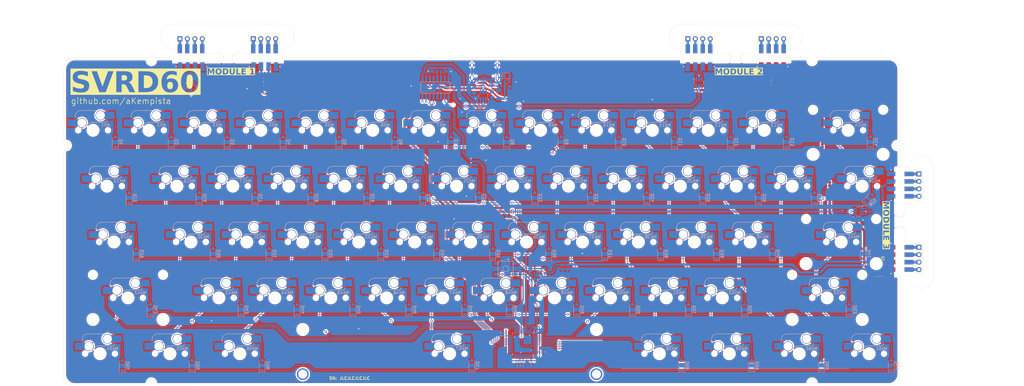
<source format=kicad_pcb>
(kicad_pcb (version 20240108) (generator "pcbnew") (generator_version "8.0")
  (layers (0 "F.Cu" signal) (31 "B.Cu" signal) (34 "B.Paste" user) (35 "F.Paste" user) (36 "B.SilkS" user "B.Silkscreen") (37 "F.SilkS" user "F.Silkscreen") (38 "B.Mask" user) (39 "F.Mask" user) (44 "Edge.Cuts" user))
  (net 0 "")
  (net 1 "GND")
  (net 2 "ROW0")
  (net 3 "Net-(D1-A)")
  (net 4 "Net-(D2-A)")
  (net 5 "Net-(D3-A)")
  (net 6 "Net-(D4-A)")
  (net 7 "Net-(D5-A)")
  (net 8 "Net-(D6-A)")
  (net 9 "Net-(D7-A)")
  (net 10 "Net-(D8-A)")
  (net 11 "Net-(D9-A)")
  (net 12 "Net-(D10-A)")
  (net 13 "Net-(D11-A)")
  (net 14 "Net-(D12-A)")
  (net 15 "Net-(D13-A)")
  (net 16 "Net-(D14-A)")
  (net 17 "ROW1")
  (net 18 "Net-(D15-A)")
  (net 19 "Net-(D16-A)")
  (net 20 "Net-(D17-A)")
  (net 21 "Net-(D18-A)")
  (net 22 "Net-(D19-A)")
  (net 23 "ROW2")
  (net 24 "Net-(D20-A)")
  (net 25 "Net-(D21-A)")
  (net 26 "Net-(D22-A)")
  (net 27 "Net-(D23-A)")
  (net 28 "Net-(D24-A)")
  (net 29 "Net-(D25-A)")
  (net 30 "Net-(D26-A)")
  (net 31 "Net-(D27-A)")
  (net 32 "Net-(D28-A)")
  (net 33 "Net-(D29-A)")
  (net 34 "Net-(D30-A)")
  (net 35 "Net-(D31-A)")
  (net 36 "Net-(D32-A)")
  (net 37 "Net-(D33-A)")
  (net 38 "Net-(D34-A)")
  (net 39 "Net-(D35-A)")
  (net 40 "Net-(D36-A)")
  (net 41 "Net-(D37-A)")
  (net 42 "Net-(D38-A)")
  (net 43 "Net-(D39-A)")
  (net 44 "Net-(D40-A)")
  (net 45 "Net-(D41-A)")
  (net 46 "Net-(D42-A)")
  (net 47 "ROW3")
  (net 48 "Net-(D43-A)")
  (net 49 "Net-(D44-A)")
  (net 50 "Net-(D45-A)")
  (net 51 "Net-(D46-A)")
  (net 52 "Net-(D47-A)")
  (net 53 "Net-(D48-A)")
  (net 54 "Net-(D49-A)")
  (net 55 "Net-(D50-A)")
  (net 56 "Net-(D51-A)")
  (net 57 "Net-(D52-A)")
  (net 58 "Net-(D53-A)")
  (net 59 "Net-(D54-A)")
  (net 60 "Net-(D55-A)")
  (net 61 "Net-(D56-A)")
  (net 62 "ROW4")
  (net 63 "Net-(D57-A)")
  (net 64 "Net-(D58-A)")
  (net 65 "Net-(D59-A)")
  (net 66 "Net-(D60-A)")
  (net 67 "D-")
  (net 68 "D+")
  (net 69 "COL0")
  (net 70 "COL1")
  (net 71 "COL2")
  (net 72 "COL3")
  (net 73 "COL4")
  (net 74 "COL5")
  (net 75 "COL6")
  (net 76 "COL7")
  (net 77 "COL8")
  (net 78 "COL9")
  (net 79 "COL10")
  (net 80 "COL11")
  (net 81 "COL12")
  (net 82 "COL13")
  (net 83 "Net-(D61-A)")
  (net 84 "VBUS")
  (net 85 "Net-(U2-VDD33)")
  (net 86 "Net-(U2-VDD18)")
  (net 87 "Net-(D63-A)")
  (net 88 "D1+")
  (net 89 "D1-")
  (net 90 "D2+")
  (net 91 "D2-")
  (net 92 "D3-")
  (net 93 "D3+")
  (net 94 "D4-")
  (net 95 "D4+")
  (net 98 "Net-(J1-CC1)")
  (net 100 "Net-(J1-CC2)")
  (net 101 "/NRST")
  (net 102 "+3.3V")
  (net 103 "/BOOT0")
  (net 104 "/C13")
  (net 105 "/A13")
  (net 106 "/B9")
  (net 107 "/A0")
  (net 108 "/C14")
  (net 109 "/A2")
  (net 110 "/B8")
  (net 111 "/A1")
  (net 112 "/F1")
  (net 113 "/A3")
  (net 114 "/C15")
  (net 115 "/A6")
  (net 116 "/A5")
  (net 117 "/A4")
  (net 118 "/F0")
  (net 119 "/A7")
  (net 120 "Net-(U4-VI)")
  (net 121 "/USB_Hub/ESD+")
  (net 122 "/USB_Hub/ESD-")
  (net 123 "Net-(F2-Pad1)")
  (net 124 "extD2-")
  (net 125 "extD2+")
  (net 126 "extD3-")
  (net 127 "extD3+")
  (net 128 "extD1-")
  (net 129 "extD1+")
  (footprint "Connector_PinHeader_2.54mm:PinHeader_1x04_P2.54mm_Vertical" (layer "F.Cu") (at 115.199999 37.6 90)
    (property "Reference" "REF**" (hide yes))
    (property "Value" "PinHeader_1x04_P2.54mm_Vertical")
  )
  (footprint "Connector_PinHeader_2.54mm:PinHeader_1x04_P2.54mm_Vertical" (layer "F.Cu") (at 341.9 108.7)
    (property "Reference" "REF**" (hide yes))
    (property "Value" "PinHeader_1x04_P2.54mm_Vertical")
  )
  (footprint "CustomFootprints:4_Pad_2.54_Exposed" (layer "F.Cu") (at 292 47.1 180)
    (property "Reference" "J3" (hide yes))
    (property "Value" "Conn_01x04")
  )
  (footprint "PCM_Mounting_Keyboard_Stabilizer:Stabilizer_Cherry_MX_2.00u" (layer "F.Cu") (at 315.4125 106.04505)
    (property "Reference" "REF**" (hide yes))
    (property "Value" "Stabilizer_Cherry_MX_2.00u")
  )
  (footprint "Connector_PinHeader_2.54mm:PinHeader_1x04_P2.54mm_Vertical" (layer "F.Cu") (at 263.199998 37.6 90)
    (property "Reference" "REF**" (hide yes))
    (property "Value" "PinHeader_1x04_P2.54mm_Vertical")
  )
  (footprint "Panelization.pretty-master:mouse-bite-3mm-slot" (layer "F.Cu") (at 335.4 100 90)
    (property "Reference" "mouse-bite-3mm-slot" (hide yes))
    (property "Value" "VAL**" (hide yes))
  )
  (footprint "Panelization.pretty-master:mouse-bite-3mm-slot" (layer "F.Cu") (at 106.5 44.1 180)
    (property "Reference" "mouse-bite-3mm-slot" (hide yes))
    (property "Value" "VAL**" (hide yes))
  )
  (footprint "PCM_Mounting_Keyboard_Stabilizer:Stabilizer_Cherry_MX_2.00u" (layer "F.Cu") (at 317.79375 68.8)
    (property "Reference" "REF**" (hide yes))
    (property "Value" "Stabilizer_Cherry_MX_2.00u")
  )
  (footprint "Capacitor_SMD:C_0603_1608Metric" (layer "F.Cu") (at 329.2 118.675 -90)
    (property "Reference" "C15" (hide yes))
    (property "Value" "100nF")
  )
  (footprint "ConnectorMicromatch-4" (layer "F.Cu") (at 118.999998 41)
    (property "Reference" "REF**" (hide yes))
    (property "Value" "ConnectorMicromatch-4" (hide yes))
  )
  (footprint "Capacitor_SMD:C_0603_1608Metric" (layer "F.Cu") (at 118.7 51.5)
    (property "Reference" "C11" (hide yes))
    (property "Value" "100nF")
  )
  (footprint "CustomFootprints:4_Pad_2.54_Exposed" (layer "F.Cu") (at 332.4 112.5 90)
    (property "Reference" "J5")
    (property "Value" "Conn_01x04")
  )
  (footprint "Connector_PinHeader_2.54mm:PinHeader_1x04_P2.54mm_Vertical" (layer "F.Cu") (at 288.199998 37.6 90)
    (property "Reference" "REF**" (hide yes))
    (property "Value" "PinHeader_1x04_P2.54mm_Vertical")
  )
  (footprint "Capacitor_SMD:C_0603_1608Metric" (layer "F.Cu") (at 291.625 51.25)
    (property "Reference" "C13" (hide yes))
    (property "Value" "100nF")
  )
  (footprint "PCM_Mounting_Keyboard_Stabilizer:Stabilizer_Cherry_MX_2.00u" (layer "F.Cu") (at 310.65 125.09505)
    (property "Reference" "REF**" (hide yes))
    (property "Value" "Stabilizer_Cherry_MX_2.00u")
  )
  (footprint "ConnectorMicromatch-4" (layer "F.Cu") (at 338.5 112.5 -90)
    (property "Reference" "REF**" (hide yes))
    (property "Value" "ConnectorMicromatch-4" (hide yes))
  )
  (footprint "PCM_marbastlib-mx:STAB_MX_P_6.25u" (layer "F.Cu") (at 182.0625 145 180)
    (property "Reference" "REF**" (hide yes))
    (property "Value" "STAB_MX_P_6.25u")
  )
  (footprint "ConnectorMicromatch-4" (layer "F.Cu") (at 93.999998 40.999999)
    (property "Reference" "REF**" (hide yes))
    (property "Value" "ConnectorMicromatch-4" (hide yes))
  )
  (footprint "Capacitor_SMD:C_0603_1608Metric" (layer "F.Cu") (at 327.6 118.675 -90)
    (property "Reference" "C16" (hide yes))
    (property "Value" "1uF")
  )
  (footprint "Capacitor_SMD:C_0603_1608Metric" (layer "F.Cu") (at 118.7 53.1)
    (property "Reference" "C12" (hide yes))
    (property "Value" "1uF")
  )
  (footprint "ConnectorMicromatch-4" (layer "F.Cu") (at 266.999999 40.999999)
    (property "Reference" "REF**" (hide yes))
    (property "Value" "ConnectorMicromatch-4" (hide yes))
  )
  (footprint "Connector_PinHeader_2.54mm:PinHeader_1x04_P2.54mm_Vertical" (layer "F.Cu") (at 341.9 83.7)
    (property "Reference" "REF**" (hide yes))
    (property "Value" "PinHeader_1x04_P2.54mm_Vertical")
  )
  (footprint "PCM_Mounting_Keyboard_Stabilizer:Stabilizer_Cherry_MX_2.00u" (layer "F.Cu") (at 72.525 125.09505)
    (property "Reference" "REF**" (hide yes))
    (property "Value" "Stabilizer_Cherry_MX_2.00u")
  )
  (footprint "Capacitor_SMD:C_0603_1608Metric" (layer "F.Cu") (at 291.625 52.85)
    (property "Reference" "C14" (hide yes))
    (property "Value" "1uF")
  )
  (footprint "Connector_PinHeader_2.54mm:PinHeader_1x04_P2.54mm_Vertical" (layer "F.Cu") (at 90.199999 37.6 90)
    (property "Reference" "REF**" (hide yes))
    (property "Value" "PinHeader_1x04_P2.54mm_Vertical")
  )
  (footprint "ConnectorMicromatch-4" (layer "F.Cu") (at 338.5 87.5 -90)
    (property "Reference" "REF**" (hide yes))
    (property "Value" "ConnectorMicromatch-4" (hide yes))
  )
  (footprint "Panelization.pretty-master:mouse-bite-3mm-slot" (layer "F.Cu") (at 279.5 44.1 180)
    (property "Reference" "mouse-bite-3mm-slot" (hide yes))
    (property "Value" "VAL**" (hide yes))
  )
  (footprint "ConnectorMicromatch-4" (layer "F.Cu") (at 291.999999 41)
    (property "Reference" "REF**" (hide yes))
    (property "Value" "ConnectorMicromatch-4" (hide yes))
  )
  (footprint "Capacitor_SMD:C_0603_1608Metric" (layer "B.Cu") (at 179.95 48.8)
    (property "Reference" "C18" (hide yes))
    (property "Value" "10uF")
  )
  (footprint "ConnectorMicromatch-4" (layer "B.Cu") (at 338.5 112.5 90)
    (property "Reference" "REF**" (hide yes))
    (property "Value" "ConnectorMicromatch-4" (hide yes))
  )
  (footprint "Diode_SMD:D_SOD-123" (layer "B.Cu") (at 261.0625 149 90)
    (property "Reference" "D58")
    (property "Value" "SOD-123")
  )
  (footprint "PCM_marbastlib-mx:SW_MX_HS_CPG151101S11_1u" (layer "B.Cu") (at 122.53125 125.95 180)
    (property "Reference" "MX44")
    (property "Value" "MX-NoLED")
  )
  (footprint "PCM_marbastlib-mx:SW_MX_HS_CPG151101S11_1u" (layer "B.Cu") (at 270.16875 68.8 180)
    (property "Reference" "MX12")
    (property "Value" "MX-NoLED")
  )
  (footprint "Diode_SMD:D_SOD-123" (layer "B.Cu") (at 322.975 110.9 90)
    (property "Reference" "D41")
    (property "Value" "SOD-123")
  )
  (footprint "PCM_marbastlib-mx:SW_MX_HS_CPG151101S11_1u" (layer "B.Cu") (at 298.74375 87.85 180)
    (property "Reference" "MX27")
    (property "Value" "MX-NoLED")
  )
  (footprint "Resistor_SMD:R_0603_1608Metric" (layer "B.Cu") (at 201.625 52.3 180)
    (property "Reference" "R7" (hide yes))
    (property "Value" "620")
  )
  (footprint "Diode_SMD:D_SOD-123" (layer "B.Cu") (at 187.24375 129.95 90)
    (property "Reference" "D47")
    (property "Value" "SOD-123")
  )
  (footprint "CustomFootprints:4_Pad_2.54_Exposed" (layer "B.Cu") (at 332.4 87.5 -90)
    (property "Reference" "J4" (hide yes))
    (property "Value" "Conn_01x04")
  )
  (footprint "ConnectorMicromatch-4" (layer "B.Cu") (at 338.5 87.5 90)
    (property "Reference" "REF**" (hide yes))
    (property "Value" "ConnectorMicromatch-4" (hide yes))
  )
  (footprint "Diode_SMD:D_SOD-123" (layer "B.Cu") (at 230.10625 91.85 90)
    (property "Reference" "D23")
    (property "Value" "SOD-123")
  )
  (footprint "ConnectorMicromatch-4" (layer "B.Cu") (at 266.999999 40.999999 180)
    (property "Reference" "REF**" (hide yes))
    (property "Value" "ConnectorMicromatch-4" (hide yes))
  )
  (footprint "SL2.1A:SO16" (layer "B.Cu") (at 177.25 54.25 180)
    (property "Reference" "U2" (hide yes))
    (property "Value" "SL2.1A")
  )
  (footprint "Diode_SMD:D_SOD-123" (layer "B.Cu") (at 296.78125 72.8 90)
    (property "Reference" "D13")
    (property "Value" "SOD-123")
  )
  (footprint "PCM_marbastlib-mx:SW_MX_HS_CPG151101S11_1u" (layer "B.Cu") (at 182.0625 145 180)
    (property "Reference" "MX57")
    (property "Value" "MX-NoLED")
  )
  (footprint "PCM_marbastlib-mx:SW_MX_HS_CPG151101S11_1u" (layer "B.Cu") (at 141.58125 125.95 180)
    (property "Reference" "MX45")
    (property "Value" "MX-NoLED")
  )
  (footprint "PCM_marbastlib-mx:SW_MX_HS_CPG151101S11_1u" (layer "B.Cu") (at 222.54375 87.85 180)
    (property "Reference" "MX23")
    (property "Value" "MX-NoLED")
  )
  (footprint "Diode_SMD:D_SOD-123" (layer "B.Cu") (at 130.09375 129.95 90)
    (property "Reference" "D44")
    (property "Value" "SOD-123")
  )
  (footprint "Diode_SMD:D_SOD-123" (layer "B.Cu") (at 101.51875 110.9 90)
    (property "Reference" "D30")
    (property "Value" "SOD-123")
  )
  (footprint "PCM_marbastlib-mx:SW_MX_HS_CPG151101S11_1u" (layer "B.Cu") (at 189.20625 106.9 180)
    (property "Reference" "MX35")
    (property "Value" "MX-NoLED")
  )
  (footprint "PCM_marbastlib-mx:SW_MX_HS_CPG151101S11_1u" (layer "B.Cu") (at 255.88125 125.95 180)
    (property "Reference" "MX51")
    (property "Value" "MX-NoLED")
  )
  (footprint "Capacitor_SMD:C_0402_1005Metric" (layer "B.Cu") (at 206.1 147.85 90)
    (property "Reference" "C22" (hide yes))
    (property "Value" "10nF")
  )
  (footprint "PCM_marbastlib-mx:SW_MX_HS_CPG151101S11_1u" (layer "B.Cu") (at 317.79375 68.8 180)
    (property "Reference" "MX14")
    (property "Value" "MX-NoLED")
  )
  (footprint "Connector_USB:USB_C_Receptacle_GCT_USB4105-xx-A_16P_TopMnt_Horizontal" (layer "B.Cu") (at 194 47.7)
    (property "Reference" "J1" (hide yes))
    (property "Value" "USB_C_Receptacle_USB2.0_16P")
  )
  (footprint "Diode_SMD:D_SOD-123" (layer "B.Cu") (at 80.0875 129.95 90)
    (property "Reference" "D42")
    (property "Value" "SOD-123")
  )
  (footprint "Diode_SMD:D_SOD-123" (layer "B.Cu") (at 239.63125 72.8 90)
    (property "Reference" "D10")
    (property "Value" "SOD-123")
  )
  (footprint "PCM_marbastlib-mx:SW_MX_HS_CPG151101S11_1u" (layer "B.Cu") (at 165.39375 87.85 180)
    (property "Reference" "MX20")
    (property "Value" "MX-NoLED")
  )
  (footprint "PCM_marbastlib-mx:SW_MX_HS_CPG151101S11_1u" (layer "B.Cu") (at 127.29375 87.85 180)
    (property "Reference" "MX18")
    (property "Value" "MX-NoLED")
  )
  (footprint "Capacitor_SMD:C_0402_1005Metric" (layer "B.Cu") (at 209.8 147.83 90)
    (property "Reference" "C7" (hide yes))
    (property "Value" "100nF")
  )
  (footprint "Diode_SMD:D_SOD-123" (layer "B.Cu") (at 284.875 149 90)
    (property "Reference" "D59")
    (property "Value" "SOD-123")
  )
  (footprint "Diode_SMD:D_SOD-123" (layer "B.Cu") (at 192.00625 91.85 90)
    (property "Reference" "D21")
    (property "Value" "SOD-123")
  )
  (footprint "Fuse:Fuse_0603_1608Metric" (layer "B.Cu") (at 214.55 116.75 -90)
    (property "Reference" "F1" (hide yes))
    (property "Value" "500mA")
  )
  (footprint "CustomFootprints:4_Pad_2.54_Exposed" (layer "B.Cu") (at 119.1 47.1)
    (property "Reference" "J7" (hide yes))
    (property "Value" "Conn_01x04")
  )
  (footprint "PCM_marbastlib-mx:SW_MX_HS_CPG151101S11_1u" (layer "B.Cu") (at 184.44375 87.85 180)
    (property "Reference" "MX21")
    (property "Value" "MX-NoLED")
  )
  (footprint "Diode_SMD:D_SOD-123" (layer "B.Cu") (at 120.56875 110.9 90)
    (property "Reference" "D31")
    (property "Value" "SOD-123")
  )
  (footprint "PCM_marbastlib-mx:SW_MX_HS_CPG151101S11_1u" (layer "B.Cu") (at 284.45625 106.9 180)
    (property "Reference" "MX40")
    (property "Value" "MX-NoLED")
  )
  (footprint "PCM_marbastlib-mx:SW_MX_HS_CPG151101S11_1u" (layer "B.Cu") (at 170.15625 106.9 180)
    (property "Reference" "MX34")
    (property "Value" "MX-NoLED")
  )
  (footprint "PCM_marbastlib-mx:SW_MX_HS_CPG151101S11_1u" (layer "B.Cu") (at 93.95625 106.9 180)
    (property "Reference" "MX30")
    (property "Value" "MX-NoLED")
  )
  (footprint "Resistor_SMD:R_0805_2012Metric" (layer "B.Cu") (at 196.5 56.65 90)
    (property "Reference" "R6" (hide yes))
    (property "Value" "5.11k")
  )
  (footprint "Diode_SMD:D_SOD-123" (layer "B.Cu") (at 325.35625 72.8 90)
    (property "Reference" "D14")
    (property "Value" "SOD-123")
  )
  (footprint "PCM_marbastlib-mx:SW_MX_HS_CPG151101S11_1u" (layer "B.Cu") (at 117.76875 68.8 180)
    (property "Reference" "MX4")
    (property "Value" "MX-NoLED")
  )
  (footprint "PCM_marbastlib-mx:SW_MX_HS_CPG151101S11_1u" (layer "B.Cu") (at 79.66875 68.8 180)
    (property "Reference" "MX2")
    (property "Value" "MX-NoLED")
  )
  (footprint "Capacitor_SMD:C_0402_1005Metric" (layer "B.Cu") (at 207.1 147.85 -90)
    (property "Reference" "C4" (hide yes))
    (property "Value" "100nF")
  )
  (footprint "PCM_marbastlib-mx:SW_MX_HS_CPG151101S11_1u" (layer "B.Cu") (at 274.93125 125.95 180)
    (property "Reference" "MX52")
    (property "Value" "MX-NoLED")
  )
  (footprint "Diode_SMD:D_SOD-123" (layer "B.Cu") (at 318.2125 129.95 90)
    (property "Reference" "D53")
    (property "Value" "SOD-123")
  )
  (footprint "PCM_marbastlib-mx:SW_MX_HS_CPG151101S11_1u" (layer "B.Cu") (at 203.49375 87.85 180)
    (property "Reference" "MX22")
    (property "Value" "MX-NoLED")
  )
  (footprint "PCM_marbastlib-mx:SW_MX_HS_CPG151101S11_1u" (layer "B.Cu") (at 155.86875 68.8 180)
    (property "Reference" "MX6")
    (property "Value" "MX-NoLED")
  )
  (footprint "Diode_SMD:D_SOD-123" (layer "B.Cu") (at 75.325 110.9 90)
    (property "Reference" "D29")
    (property "Value" "SOD-123")
  )
  (footprint "Diode_SMD:D_SOD-123" (layer "B.Cu") (at 153.90625 91.85 90)
    (property "Reference" "D19")
    (property "Value" "SOD-123")
  )
  (footprint "Diode_SMD:D_SOD-123" (layer "B.Cu") (at 118.1875 149 90)
    (property "Reference" "D56")
    (property "Value" "SOD-123")
  )
  (footprint "Diode_SMD:D_SOD-123" (layer "B.Cu") (at 324.85 92.1 45)
    (property "Reference" "D28")
    (property "Value" "SOD-123")
  )
  (footprint "Package_TO_SOT_SMD:SOT-23-6" (layer "B.Cu") (at 193.500001 57 90)
    (property "Reference" "U1" (hide yes))
    (property "Value" "USBLC6-2SC6")
  )
  (footprint "LED_SMD:LED_0805_2012Metric" (layer "B.Cu") (at 201.599999 50.25)
    (property "Reference" "D63" (hide yes))
    (property "Value" "LED")
  )
  (footprint "Diode_SMD:D_SOD-123" (layer "B.Cu") (at 168.19375 129.95 90)
    (property "Reference" "D46")
    (property "Value" "SOD-123")
  )
  (footprint "PCM_marbastlib-mx:SW_MX_HS_CPG151101S11_1u" (layer "B.Cu") (at 322.55625 87.85 180)
    (property "Reference" "MX28")
    (property "Value" "MX-NoLED")
  )
  (footprint "Package_TO_SOT_SMD:SOT-23-6" (layer "B.Cu") (at 321.3 96.5 180)
    (property "Reference" "U7" (hide yes))
    (property "Value" "USBLC6-2SC6")
  )
  (footprint "PCM_marbastlib-mx:SW_MX_HS_CPG151101S11_1u" (layer "B.Cu") (at 63 145 180)
    (property "Reference" "MX54")
    (property "Value" "MX-NoLED")
  )
  (footprint "Diode_SMD:D_SOD-123" (layer "B.Cu") (at 287.25625 91.85 90)
    (property "Reference" "D26")
    (property "Value" "SOD-123")
  )
  (footprint "PCM_marbastlib-mx:SW_MX_HS_CPG151101S11_1u" (layer "B.Cu") (at 98.71875 68.8 180)
    (property "Reference" "MX3")
    (property "Value" "MX-NoLED")
  )
  (footprint "Diode_SMD:D_SOD-123" (layer "B.Cu") (at 220 72.75 90)
    (property "Reference" "D9")
    (property "Value" "SOD-123")
  )
  (footprint "Capacitor_SMD:C_0603_1608Metric" (layer "B.Cu") (at 201.625 53.9 180)
    (property "Reference" "C8" (hide yes))
    (property "Value" "10uF")
  )
  (footprint "Resistor_SMD:R_0402_1005Metric" (layer "B.Cu") (at 203.74 112.8)
    (property "Reference" "R10" (hide yes))
    (property "Value" "10k")
  )
  (footprint "Diode_SMD:D_SOD-123" (layer "B.Cu") (at 306.30625 91.85 90)
    (property "Reference" "D27")
    (property "Value" "SOD-123")
  )
  (footprint "PCM_marbastlib-mx:SW_MX_HS_CPG151101S11_1u" (layer "B.Cu") (at 277.3125 145 180)
    (property "Reference" "MX59")
    (property "Value" "MX-NoLED")
  )
  (footprint "PCM_marbastlib-mx:SW_MX_HS_CPG151101S11_1u" (layer "B.Cu") (at 301.125 145 180)
    (property "Reference" "MX60")
    (property "Value" "MX-NoLED")
  )
  (footprint "Diode_SMD:D_SOD-123" (layer "B.Cu") (at 182.48125 72.8 90)
    (property "Reference" "D7")
    (property "Value" "SOD-123")
  )
  (footprint "Diode_SMD:D_SOD-123" (layer "B.Cu") (at 177.71875 110.9 90)
    (property "Reference" "D34")
    (property "Value" "SOD-123")
  )
  (footprint "Diode_SMD:D_SOD-123" (layer "B.Cu") (at 244.39375 129.95 90)
    (property "Reference" "D50")
    (property "Value" "SOD-123")
  )
  (footprint "Diode_SMD:D_SOD-123" (layer "B.Cu") (at 253.91875 110.9 90)
    (property "Reference" "D38")
    (property "Value" "SOD-123")
  )
  (footprint "PCM_marbastlib-mx:SW_MX_HS_CPG151101S11_1u" (layer "B.Cu") (at 289.21875 68.8 180)
    (property "Reference" "MX13")
    (property "Value" "MX-NoLED")
  )
  (footprint "Diode_SMD:D_SOD-123" (layer "B.Cu") (at 202.5 129.9 90)
    (property "Reference" "D48")
    (property "Value" "SOD-123")
  )
  (footprint "Capacitor_SMD:C_0402_1005Metric" (layer "B.Cu") (at 211.85 136.23 90)
    (property "Reference" "C25" (hide yes))
    (property "Value" "4.7uF")
  )
  (footprint "PCM_marbastlib-mx:SW_MX_HS_CPG151101S11_1u" (layer "B.Cu") (at 193.96875 68.8 180)
    (property "Reference" "MX8")
    (property "Value" "MX-NoLED")
  )
  (footprint "Diode_SMD:D_SOD-123" (layer "B.Cu") (at 106.28125 72.8 90)
    (property "Reference" "D3")
    (property "Value" "SOD-123")
  )
  (footprint "Diode_SMD:D_SOD-123" (layer "B.Cu") (at 282.49375 129.95 90)
    (property "Reference" "D52")
    (property "Value" "SOD-123")
  )
  (footprint "Capacitor_SMD:C_0402_1005Metric" (layer "B.Cu") (at 200.82 137.9)
    (property "Reference" "C20" (hide yes))
    (property "Value" "4.7uF")
  )
  (footprint "Package_TO_SOT_SMD:SOT-23-6" (layer "B.Cu") (at 267 52.6 -90)
    (property "Reference" "U5" (hide yes))
    (property "Value" "USBLC6-2SC6")
  )
  (footprint "PCM_marbastlib-mx:SW_MX_HS_CPG151101S11_1u" (layer "B.Cu") (at 72.525 125.95 180)
    (property "Reference" "MX42")
    (property "Value" "MX-NoLED")
  )
  (footprint "PCM_marbastlib-mx:SW_MX_HS_CPG151101S11_1u" (layer "B.Cu") (at 110.625 145 180)
    (property "Reference" "MX56")
    (property "Value" "MX-NoLED")
  )
  (footprint "Capacitor_SMD:C_0402_1005Metric" (layer "B.Cu") (at 210.55 119.75)
    (property "Reference" "C6" (hide yes))
    (property "Value" "1uF")
  )
  (footprint "CustomFootprints:4_Pad_2.54_Exposed" (layer "B.Cu") (at 94.1 47.1)
    (property "Reference" "J6" (hide yes))
    (property "Value" "Conn_01x04")
  )
  (footprint "PCM_marbastlib-mx:SW_MX_HS_CPG151101S11_1u" (layer "B.Cu") (at 260.64375 87.85 180)
    (property "Reference" "MX25")
    (property "Value" "MX-NoLED")
  )
  (footprint "PCM_marbastlib-mx:SW_MX_HS_CPG151101S11_1u" (layer "B.Cu") (at 86.8125 145 180)
    (property "Reference" "MX55")
    (property "Value" "MX-NoLED")
  )
  (footprint "PCM_marbastlib-mx:SW_MX_HS_CPG151101S11_1u" (layer "B.Cu") (at 265.40625 106.9 180)
    (property "Reference" "MX39")
    (property "Value" "MX-NoLED")
  )
  (footprint "Capacitor_SMD:C_0603_1608Metric" (layer "B.Cu") (at 176.9 48.8 180)
    (property "Reference" "C17" (hide yes))
    (property "Value" "10uF")
  )
  (footprint "Diode_SMD:D_SOD-123" (layer "B.Cu") (at 115.80625 91.85 90)
    (property "Reference" "D17")
    (property "Value" "SOD-123")
  )
  (footprint "Diode_SMD:D_SOD-123" (layer "B.Cu") (at 125.33125 72.8 90)
    (property "Reference" "D4")
    (property "Value" "SOD-123")
  )
  (footprint "PCM_marbastlib-mx:SW_MX_HS_CPG151101S11_1u" (layer "B.Cu") (at 89.19375 87.85 180)
    (property "Reference" "MX16")
    (property "Value" "MX-NoLED")
  )
  (footprint "Diode_SMD:D_SOD-123" (layer "B.Cu") (at 70.5625 149 90)
    (property "Reference" "D54")
    (property "Value" "SOD-123")
  )
  (footprint "Diode_SMD:D_SOD-123" (layer "B.Cu") (at 292.01875 110.9 90)
    (property "Reference" "D40")
    (property "Value" "SOD-123")
  )
  (footprint "Diode_SMD:D_SOD-123" (layer "B.Cu") (at 96.75625 91.85 90)
    (property "Reference" "D16")
    (property "Value" "SOD-123")
  )
  (footprint "Capacitor_SMD:C_0402_1005Metric" (layer "B.Cu") (at 200.82 138.9)
    (property "Reference" "C19" (hide yes))
    (property "Value" "100nF")
  )
  (footprint "PCM_marbastlib-mx:SW_MX_HS_CPG151101S11_1u" (layer "B.Cu") (at 246.35625 106.9 180)
    (property "Reference" "MX38")
    (property "Value" "MX-NoLED")
  )
  (footprint "PCM_marbastlib-mx:SW_MX_HS_CPG151101S11_1u" (layer "B.Cu") (at 279.69375 87.85 180)
    (property "Reference" "MX26")
    (property "Value" "MX-NoLED")
  )
  (footprint "Diode_SMD:D_SOD-123" (layer "B.Cu") (at 258.68125 72.8 90)
    (property "Reference" "D11")
    (property "Value" "SOD-123")
  )
  (footprint "ConnectorMicromatch-4" (layer "B.Cu") (at 93.999998 40.999999 180)
    (property "Reference" "REF**" (hide yes))
    (property "Value" "ConnectorMicromatch-4" (hide yes))
  )
  (footprint "Diode_SMD:D_SOD-123" (layer "B.Cu") (at 134.85625 91.85 90)
    (property "Reference" "D18")
    (property "Value" "SOD-123")
  )
  (footprint "Diode_SMD:D_SOD-123" (layer "B.Cu") (at 332.5 149 90)
    (property "Reference" "D61")
    (property "Value" "SOD-123")
  )
  (footprint "Diode_SMD:D_SOD-123" (layer "B.Cu") (at 225.34375 129.95 90)
    (property "Reference" "D49")
    (property "Value" "SOD-123")
  )
  (footprint "Package_TO_SOT_SMD:SOT-23-3" (layer "B.Cu") (at 211.0125 117.1 90)
    (property "Reference" "U4" (hide yes))
    (property "Value" "XC6206PxxxMR")
  )
  (footprint "Diode_SMD:D_SOD-123" (layer "B.Cu") (at 163.43125 72.8 90)
    (property "Reference" "D6")
    (property "Value" "SOD-123")
  )
  (footprint "Diode_SMD:D_SOD-123" (layer "B.Cu") (at 158.66875 110.9 90)
    (property "Reference" "D33")
    (property "Value" "SOD-123")
  )
  (footprint "PCM_marbastlib-mx:SW_MX_HS_CPG151101S11_1u" (layer "B.Cu") (at 213.01875 68.8 180)
    (property "Reference" "MX9")
    (property "Value" "MX-NoLED")
  )
  (footprint "Diode_SMD:D_SOD-123" (layer "B.Cu") (at 68.18125 72.8 90)
    (property "Reference" "D1")
    (property "Value" "SOD-123")
  )
  (footprint "PCM_marbastlib-mx:SW_MX_HS_CPG151101S11_1u" (layer "B.Cu") (at 315.4125 106.9 180)
    (property "Reference" "MX41")
    (property "Value" "MX-NoLED")
  )
  (footprint "PCM_marbastlib-mx:SW_MX_HS_CPG151101S11_1u" (layer "B.Cu") (at 151.10625 106.9 180)
    (property "Reference" "MX33")
    (property "Value" "MX-NoLED")
  )
  (footprint "Package_TO_SOT_SMD:SOT-23-6" (layer "B.Cu") (at 94.1125 54.1 -90)
    (property "Reference" "U8" (hide yes))
    (property "Value" "USBLC6-2SC6")
  )
  (footprint "ConnectorMicromatch-4" (layer "B.Cu") (at 291.999999 41 180)
    (property "Reference" "REF**" (hide yes))
    (property "Value" "ConnectorMicromatch-4" (hide yes))
  )
  (footprint "PCM_marbastlib-mx:SW_MX_HS_CPG151101S11_1u" (layer "B.Cu") (at 179.68125 125.95 180)
    (property "Reference" "MX47")
    (property "Value" "MX-NoLED")
  )
  (footprint "PCM_marbastlib-mx:SW_MX_HS_CPG151101S11_1u" (layer "B.Cu") (at 217.78125 125.95 180)
    (property "Reference" "MX49")
    (property "Value" "MX-NoLED")
  )
  (footprint "PCM_marbastlib-mx:SW_MX_HS_CPG151101S11_1u" (layer "B.Cu") (at 67.7625 106.9 180)
    (property "Reference" "MX29")
    (property "Value" "MX-NoLED")
  )
  (footprint "Diode_SMD:D_SOD-123" (layer "B.Cu") (at 201.53125 72.8 90)
    (property "Reference" "D8")
    (property "Value" "SOD-123")
  )
  (footprint "PCM_marbastlib-mx:SW_MX_HS_CPG151101S11_1u" (layer "B.Cu") (at 208.25625 106.9 180)
    (property "Reference" "MX36")
    (property "Value" "MX-NoLED")
  )
  (footprint "PCM_marbastlib-mx:SW_MX_HS_CPG151101S11_1u" (layer "B.Cu") (at 113.00625 106.9 180)
    (property "Reference" "MX31")
    (property "Value" "MX-NoLED")
  )
  (footprint "PCM_marbastlib-mx:SW_MX_HS_CPG151101S11_1u" (layer "B.Cu") (at 251.11875 68.8 180)
    (property "Reference" "MX11")
    (property "Value" "MX-NoLED")
  )
  (footprint "PCM_marbastlib-mx:SW_MX_HS_CPG151101S11_1u" (layer "B.Cu") (at 232.06875 68.8 180)
    (property "Reference" "MX10")
    (property "Value" "MX-NoLED")
  )
  (footprint "PCM_marbastlib-mx:SW_MX_HS_CPG151101S11_1u" (layer "B.Cu") (at 65.38125 87.85 180)
    (property "Reference" "MX15")
    (property "Value" "MX-NoLED")
  )
  (footprint "Diode_SMD:D_SOD-123" (layer "B.Cu") (at 87.23125 72.8 90)
    (property "Reference" "D2")
    (property "Value" "SOD-123")
  )
  (footprint "PCM_marbastlib-mx:SW_MX_HS_CPG151101S11_1u" (layer "B.Cu") (at 324.9375 145 180)
    (property "Reference" "MX61")
    (property "Value" "MX-NoLED")
  )
  (footprint "Capacitor_SMD:C_0603_1608Metric" (layer "B.Cu") (at 222.1 115.4 -90)
    (property "Reference" "C9" (hide yes))
    (property "Value" "100nF")
  )
  (footprint "PCM_marbastlib-mx:SW_MX_HS_CPG151101S11_1u" (layer "B.Cu") (at 103.48125 125.95 180)
    (property "Reference" "MX43")
    (property "Value" "MX-NoLED")
  )
  (footprint "Diode_SMD:D_SOD-123" (layer "B.Cu") (at 272.96875 110.9 90)
    (property "Reference" "D39")
    (property "Value" "SOD-123")
  )
  (footprint "Diode_SMD:D_SOD-123" (layer "B.Cu") (at 196.76875 110.9 90)
    (property "Reference" "D35")
    (property "Value" "SOD-123")
  )
  (footprint "PCM_marbastlib-mx:SW_MX_HS_CPG151101S11_1u" (layer "B.Cu") (at 108.24375 87.85 180)
    (property "Reference" "MX17")
    (property "Value" "MX-NoLED")
  )
  (footprint "ConnectorMicromatch-4" (layer "B.Cu") (at 118.999998 41 180)
    (property "Reference" "REF**" (hide yes))
    (property "Value" "ConnectorMicromatch-4" (hide yes))
  )
  (footprint "random-keyboard-parts.pretty-master:SKQG-1155865" (layer "B.Cu") (at 201.15 116.05 180)
    (property "Reference" "SW2" (hide yes))
    (property "Value" "SW_Push")
  )
  (footprint "Capacitor_SMD:C_0402_1005Metric" (layer "B.Cu") (at 213.25 116.442499 -90)
    (property "Reference" "C5" (hide yes))
    (property "Value" "1uF")
  )
  (footprint "PCM_marbastlib-mx:SW_MX_HS_CPG151101S11_1u" (layer "B.Cu") (at 174.91875 68.8 180)
    (property "Reference" "MX7")
    (property "Value" "MX-NoLED")
  )
  (footprint "PCM_marbastlib-mx:SW_MX_HS_CPG151101S11_1u" (layer "B.Cu") (at 198.73125 125.95 180)
    (property "Reference" "MX48")
    (property "Value" "MX-NoLED")
  )
  (footprint "PCM_marbastlib-mx:SW_MX_HS_CPG151101S11_1u" (layer "B.Cu") (at 132.05625 106.9 180)
    (property "Reference" "MX32")
    (property "Value" "MX-NoLED")
  )
  (footprint "Diode_SMD:D_SOD-123" (layer "B.Cu") (at 268.20625 91.85 90)
    (property "Reference" "D25")
    (property "Value" "SOD-123")
  )
  (footprint "Diode_SMD:D_SOD-123" (layer "B.Cu") (at 111.04375 129.95 90)
    (property "Reference" "D43")
    (property "Value" "SOD-123")
  )
  (footprint "CustomFootprints:4_Pad_2.54_Exposed" (layer "B.Cu") (at 267 47.1)
    (property "Reference" "J2" (hide yes))
    (property "Value" "Conn_01x04")
  )
  (footprint "PCM_marbastlib-mx:SW_MX_HS_CPG151101S11_1u" (layer "B.Cu") (at 241.59375 87.85 180)
    (property "Reference" "MX24")
    (property "Value" "MX-NoLED")
  )
  (footprint "Diode_SMD:D_SOD-123" (layer "B.Cu") (at 263.44375 129.95 90)
    (property "Reference" "D51")
    (property "Value" "SOD-123")
  )
  (footprint "PCM_marbastlib-mx:SW_MX_HS_CPG151101S11_1u" (layer "B.Cu") (at 136.81875 68.8 180)
    (property "Reference" "MX5")
    (property "Value" "MX-NoLED")
  )
  (footprint "Capacitor_SMD:C_0402_1005Metric" (layer "B.Cu") (at 213.2 144.4 180)
    (property "Reference" "C21" (hide yes))
    (property "Value" "100nF")
  )
  (footprint "PCM_marbastlib-mx:SW_MX_HS_CPG151101S11_1u" (layer "B.Cu") (at 160.63125 125.95 180)
    (property "Reference" "MX46")
    (property "Value" "MX-NoLED")
  )
  (footprint "Diode_SMD:D_SOD-123" (layer "B.Cu") (at 172.95625 91.85 90)
    (property "Reference" "D20")
    (property "Value" "SOD-123")
  )
  (footprint "Diode_SMD:D_SOD-123" (layer "B.Cu") (at 211.05625 91.85 90)
    (property "Reference" "D22")
    (property "Value" "SOD-123")
  )
  (footprint "Package_QFP:LQFP-48_7x7mm_P0.5mm" (layer "B.Cu") (at 207.0375 141.65 90)
    (property "Reference" "U6")
    (property "Value" "STM32F072CBTx")
  )
  (footprint "Diode_SMD:D_SOD-123" (layer "B.Cu") (at 234.86875 110.9 90)
    (property "Reference" "D37")
    (property "Value" "SOD-123")
  )
  (footprint "PCM_marbastlib-mx:SW_MX_HS_CPG151101S11_1u" (layer "B.Cu") (at 253.5 145 180)
    (property "Reference" "MX58")
    (property "Value" "MX-NoLED")
  )
  (footprint "Diode_SMD:D_SOD-123" (layer "B.Cu") (at 72.94375 91.85 90)
    (property "Reference" "D15")
    (property "Value" "SOD-123")
  )
  (footprint "PCM_marbastlib-mx:SW_MX_HS_CPG151101S11_1u" (layer "B.Cu") (at 146.34375 87.85 180)
    (property "Reference" "MX19")
    (property "Value" "MX-NoLED")
  )
  (footprint "Diode_SMD:D_SOD-123" (layer "B.Cu") (at 149.14375 129.95 90)
    (property "Reference" "D45")
    (property "Value" "SOD-123")
  )
  (footprint "PCM_marbastlib-mx:SW_MX_HS_CPG151101S11_1u" (layer "B.Cu") (at 60.61875 68.8 180)
    (property "Reference" "MX1")
    (property "Value" "MX-NoLED")
  )
  (footprint "PCM_marbastlib-mx:SW_MX_HS_CPG151101S11_1u" (layer "B.Cu") (at 227.30625 106.9 180)
    (property "Reference" "MX37")
    (property "Value" "MX-NoLED")
  )
  (footprint "Fuse:Fuse_1206_3216Metric" (layer "B.Cu") (at 198.85 56.65 -90)
    (property "Reference" "F2" (hide yes))
    (property "Value" "Polyfuse_Small")
  )
  (footprint "Diode_SMD:D_SOD-123" (layer "B.Cu") (at 308.6875 149 90)
    (property "Reference" "D60")
    (property "Value" "SOD-123")
  )
  (footprint "PCM_marbastlib-mx:SW_MX_HS_CPG151101S11_1u" (layer "B.Cu") (at 310.65 125.95 180)
    (property "Reference" "MX53")
    (property "Value" "MX-NoLED")
  )
  (footprint "Diode_SMD:D_SOD-123" (layer "B.Cu") (at 249.15625 91.85 90)
    (property "Reference" "D24")
    (property "Value" "SOD-123")
  )
  (footprint "Diode_SMD:D_SOD-123" (layer "B.Cu") (at 94.375 149 90)
    (property "Reference" "D55")
    (property "Value" "SOD-123")
  )
  (footprint "Diode_SMD:D_SOD-123" (layer "B.Cu") (at 215.81875 110.9 90)
    (property "Reference" "D36")
    (property "Value" "SOD-123")
  )
  (footprint "Diode_SMD:D_SOD-123" (layer "B.Cu") (at 189.625 149 90)
    (property "Reference" "D57")
    (property "Value" "SOD-123")
  )
  (footprint "Diode_SMD:D_SOD-123" (layer "B.Cu") (at 144.38125 72.8 90)
    (property "Reference" "D5")
    (property "Value" "SOD-123")
  )
  (footprint "Capacitor_SMD:C_0402_1005Metric" (layer "B.Cu") (at 210.85 136.23 90)
    (property "Reference" "C24" (hide yes))
    (property "Value" "100nF")
  )
  (footprint "Capacitor_SMD:C_0402_1005Metric" (layer "B.Cu") (at 205.1 147.85 90)
    (property "Reference" "C23" (hide yes))
    (property "Value" "1uF")
  )
  (footprint "PCM_marbastlib-mx:SW_MX_HS_CPG151101S11_1u" (layer "B.Cu") (at 236.83125 125.95 180)
    (property "Reference" "MX50")
    (property "Value" "MX-NoLED")
  )
  (footprint "Resistor_SMD:R_0805_2012Metric" (layer "B.Cu") (at 190.5 55.2 90)
    (property "Reference" "R5" (hide yes))
    (property "Value" "5.11k")
  )
  (footprint "Diode_SMD:D_SOD-123" (layer "B.Cu") (at 277.73125 72.8 90)
    (property "Reference" "D12")
    (property "Value" "SOD-123")
  )
  (footprint "Diode_SMD:D_SOD-123" (layer "B.Cu") (at 139.61875 110.9 90)
    (property "Reference" "D32")
    (property "Value" "SOD-123")
  )
  (footprint "Capacitor_SMD:C_0603_1608Metric" (layer "B.Cu") (at 220.5 115.4 -90)
    (property "Reference" "C10" (hide yes))
    (property "Value" "1uF")
  )
  (gr_line (start 81.999999 154.999999) (end 81.999999 155.999999) (stroke (width 0.05)) (layer "Edge.Cuts"))
  (gr_line (start 333.9 81.6) (end 333.9 97) (stroke (width 0.05)) (layer "Edge.Cuts"))
  (gr_line (start 346.9 114.5) (end 346.9 118.5) (stroke (width 0.05)) (layer "Edge.Cuts"))
  (gr_arc (start 307.000002 44.999999) (mid 305.500002 46.499999) (end 304.000002 44.999999) (stroke (width 0.05)) (layer "Edge.Cuts"))
  (gr_line (start 50.5 75.5) (end 50.499999 108.999995) (stroke (width 0.05)) (layer "Edge.Cuts"))
  (gr_line (start 304.000002 43.999999) (end 298 44.000001) (stroke (width 0.05)) (layer "Edge.Cuts"))
  (gr_line (start 346.9 85.5) (end 346.9 114.5) (stroke (width 0.05)) (layer "Edge.Cuts"))
  (gr_line (start 78.999999 155.999999) (end 53.500001 155.999999) (stroke (width 0.05)) (layer "Edge.Cuts"))
  (gr_arc (start 78.999999 154.999999) (mid 80.499999 153.499999) (end 81.999999 154.999999) (stroke (width 0.05)) (layer "Edge.Cuts"))
  (gr_arc (start 338.5 81.5) (mid 342.7 77.3) (end 346.9 81.5) (stroke (width 0.05)) (layer "Edge.Cuts"))
  (gr_line (start 304.000002 155.999999) (end 95 155.999999) (stroke (width 0.05)) (layer "Edge.Cuts"))
  (gr_arc (start 334.5 75.499997) (mid 332.999999 73.999996) (end 334.5 72.499997) (stroke (width 0.05)) (layer "Edge.Cuts"))
  (gr_line (start 87.999998 42.6) (end 103.499999 42.6) (stroke (width 0.05)) (layer "Edge.Cuts"))
  (gr_line (start 304.000002 154.999999) (end 304.000002 155.999999) (stroke (width 0.05)) (layer "Edge.Cuts"))
  (gr_line (start 125.2 45.599999) (end 125.2 44.000001) (stroke (width 0.05)) (layer "Edge.Cuts"))
  (gr_line (start 335.5 118.6) (end 335.5 152.999999) (stroke (width 0.05)) (layer "Edge.Cuts"))
  (gr_arc (start 81.999998 45) (mid 80.499998 46.500003) (end 78.999998 45) (stroke (width 0.05)) (layer "Edge.Cuts"))
  (gr_arc (start 53.500001 155.999999) (mid 51.37868 155.12132) (end 50.5 152.999999) (stroke (width 0.05)) (layer "Edge.Cuts"))
  (gr_line (start 298 45.599999) (end 298 44.000001) (stroke (width 0.05)) (layer "Edge.Cuts"))
  (gr_line (start 282.5 42.6) (end 297.999999 42.6) (stroke (width 0.05)) (layer "Edge.Cuts"))
  (gr_line (start 82 44) (end 88 44) (stroke (width 0.05)) (layer "Edge.Cuts"))
  (gr_line (start 109.499999 45.6) (end 125.2 45.599999) (stroke (width 0.05)) (layer "Edge.Cuts"))
  (gr_line (start 95 155.999999) (end 81.999999 155.999999) (stroke (width 0.05)) (layer "Edge.Cuts"))
  (gr_arc (start 346.899999 118.5) (mid 342.7 122.699999) (end 338.500001 118.5) (stroke (width 0.05)) (layer "Edge.Cuts"))
  (gr_line (start 335.5 46.999999) (end 335.5 72.499997) (stroke (width 0.05)) (layer "Edge.Cuts"))
  (gr_line (start 294 32.6) (end 297.999999 32.6) (stroke (width 0.05)) (layer "Edge.Cuts"))
  (gr_line (start 78.999999 154.999999) (end 78.999999 155.999999) (stroke (width 0.05)) (layer "Edge.Cuts"))
  (gr_arc (start 297.999999 32.600001) (mid 302.199998 36.8) (end 297.999999 40.999999) (stroke (width 0.05)) (layer "Edge.Cuts"))
  (gr_line (start 109.499999 42.6) (end 124.999998 42.6) (stroke (width 0.05)) (layer "Edge.Cuts"))
  (gr_line (start 50.5 72.5) (end 50.5 47.000001) (stroke (width 0.05)) (layer "Edge.Cuts"))
  (gr_arc (start 124.999998 32.600001) (mid 129.199997 36.8) (end 124.999998 40.999999) (stroke (width 0.05)) (layer "Edge.Cuts"))
  (gr_line (start 333.9 118.6) (end 335.5 118.6) (stroke (width 0.05)) (layer "Edge.Cuts"))
  (gr_arc (start 336.9 97) (mid 335.4 98.5) (end 333.9 97) (stroke (width 0.05)) (layer "Edge.Cuts"))
  (gr_line (start 88 45.599998) (end 103.499999 45.6) (stroke (width 0.05)) (layer "Edge.Cuts"))
  (gr_line (start 261 45.6) (end 276.5 45.6) (stroke (width 0.05)) (layer "Edge.Cuts"))
  (gr_arc (start 50.5 47.000001) (mid 51.378679 44.87868) (end 53.5 44) (stroke (width 0.05)) (layer "Edge.Cuts"))
  (gr_line (start 335.5 75.499997) (end 335.5 81.6) (stroke (width 0.05)) (layer "Edge.Cuts"))
  (gr_line (start 307.000002 44.999999) (end 307.000002 43.999999) (stroke (width 0.05)) (layer "Edge.Cuts"))
  (gr_line (start 50.5 127.500001) (end 50.5 152.999999) (stroke (width 0.05)) (layer "Edge.Cuts"))
  (gr_line (start 298 45.599999) (end 282.499999 45.6) (stroke (width 0.05)) (layer "Edge.Cuts"))
  (gr_line (start 261 45.599998) (end 261 44) (stroke (width 0.05)) (layer "Edge.Cuts"))
  (gr_line (start 260.999999 42.6) (end 260.999999 41) (stroke (width 0.05)) (layer "Edge.Cuts"))
  (gr_arc (start 103.499999 42.6) (mid 104.999999 44.1) (end 103.499999 45.6) (stroke (width 0.05)) (layer "Edge.Cuts"))
  (gr_line (start 335.5 75.499997) (end 334.5 75.499997) (stroke (width 0.05)) (layer "Edge.Cuts"))
  (gr_line (start 81.999998 45) (end 81.999998 44) (stroke (width 0.05)) (layer "Edge.Cuts"))
  (gr_line (start 297.999999 40.999999) (end 297.999999 42.6) (stroke (width 0.05)) (layer "Edge.Cuts"))
  (gr_arc (start 87.999998 41) (mid 83.799998 36.8) (end 87.999998 32.6) (stroke (width 0.05)) (layer "Edge.Cuts"))
  (gr_line (start 332.5 43.999999) (end 307.000002 43.999999) (stroke (width 0.05)) (layer "Edge.Cuts"))
  (gr_line (start 304.000002 44.999999) (end 304.000002 43.999999) (stroke (width 0.05)) (layer "Edge.Cuts"))
  (gr_line (start 333.9 103) (end 333.9 118.6) (stroke (width 0.05)) (layer "Edge.Cuts"))
  (gr_line (start 333.9 81.6) (end 335.5 81.6) (stroke (width 0.05)) (layer "Edge.Cuts"))
  (gr_line (start 88 45.599998) (end 88 44) (stroke (width 0.05)) (layer "Edge.Cuts"))
  (gr_line (start 338.500001 118.5) (end 336.9 118.5) (stroke (width 0.05)) (layer "Edge.Cuts"))
  (gr_line (start 51.5 72.5) (end 50.5 72.5) (stroke (width 0.05)) (layer "Edge.Cuts"))
  (gr_arc (start 282.5 45.6) (mid 281 44.1) (end 282.5 42.6) (stroke (width 0.05)) (layer "Edge.Cuts"))
  (gr_line (start 50.499999 108.999995) (end 50.5 127.500001) (stroke (width 0.05)) (layer "Edge.Cuts"))
  (gr_line (start 336.9 81.5) (end 336.9 97) (stroke (width 0.05)) (layer "Edge.Cuts"))
  (gr_arc (start 51.5 72.5) (mid 53 74) (end 51.5 75.5) (stroke (width 0.05)) (layer "Edge.Cuts"))
  (gr_line (start 51.5 75.5) (end 50.5 75.5) (stroke (width 0.05)) (layer "Edge.Cuts"))
  (gr_line (start 264.999999 32.6) (end 294 32.6) (stroke (width 0.05)) (layer "Edge.Cuts"))
  (gr_line (start 336.9 81.5) (end 338.5 81.5) (stroke (width 0.05)) (layer "Edge.Cuts"))
  (gr_line (start 332.5 155.999999) (end 307.000002 155.999999) (stroke (width 0.05)) (layer "Edge.Cuts"))
  (gr_arc (start 335.5 152.999999) (mid 334.62132 155.121319) (end 332.5 155.999999) (stroke (width 0.05)) (layer "Edge.Cuts"))
  (gr_arc (start 109.499999 45.6) (mid 107.999999 44.1) (end 109.499999 42.6) (stroke (width 0.05)) (layer "Edge.Cuts"))
  (gr_line (start 334.5 72.499997) (end 335.5 72.499997) (stroke (width 0.05)) (layer "Edge.Cuts"))
  (gr_line (start 261 44) (end 125.2 44.000001) (stroke (width 0.05)) (layer "Edge.Cuts"))
  (gr_line (start 87.999998 42.6) (end 87.999998 41) (stroke (width 0.05)) (layer "Edge.Cuts"))
  (gr_line (start 346.9 85.5) (end 346.9 81.5) (stroke (width 0.05)) (layer "Edge.Cuts"))
  (gr_line (start 307.000002 154.999999) (end 307.000002 155.999999) (stroke (width 0.05)) (layer "Edge.Cuts"))
  (gr_arc (start 333.9 103) (mid 335.4 101.5) (end 336.9 103) (stroke (width 0.05)) (layer "Edge.Cuts"))
  (gr_line (start 264.999999 32.6) (end 260.999999 32.6) (stroke (width 0.05)) (layer "Edge.Cuts"))
  (gr_line (start 78.999998 44) (end 53.5 44) (stroke (width 0.05)) (layer "Edge.Cuts"))
  (gr_arc (start 304.000002 154.999999) (mid 305.500002 153.499999) (end 307.000002 154.999999) (stroke (width 0.05)) (layer "Edge.Cuts"))
  (gr_line (start 91.999998 32.6) (end 120.999999 32.6) (stroke (width 0.05)) (layer "Edge.Cuts"))
  (gr_line (start 260.999999 42.6) (end 276.5 42.6) (stroke (width 0.05)) (layer "Edge.Cuts"))
  (gr_arc (start 260.999999 41) (mid 256.799999 36.8) (end 260.999999 32.6) (stroke (width 0.05)) (layer "Edge.Cuts"))
  (gr_line (start 91.999998 32.6) (end 87.999998 32.6) (stroke (width 0.05)) (layer "Edge.Cuts"))
  (gr_line (start 124.999998 40.999999) (end 124.999998 42.6) (stroke (width 0.05)) (layer "Edge.Cuts"))
  (gr_arc (start 332.5 43.999999) (mid 334.62132 44.878679) (end 335.5 46.999999) (stroke (width 0.05)) (layer "Edge.Cuts"))
  (gr_arc (start 276.5 42.6) (mid 278 44.1) (end 276.5 45.6) (stroke (width 0.05)) (layer "Edge.Cuts"))
  (gr_line (start 78.999998 45) (end 78.999998 44) (stroke (width 0.05)) (layer "Edge.Cuts"))
  (gr_line (start 336.9 103) (end 336.9 118.5) (stroke (width 0.05)) (layer "Edge.Cuts"))
  (gr_line (start 120.999999 32.6) (end 124.999998 32.6) (stroke (width 0.05)) (layer "Edge.Cuts"))
  (gr_text "MODULE 2" (at 272.35 50.1 0) (layer "F.SilkS" knockout) (effects (font (size 2 2) (thickness 0.2) (bold yes)) (justify left bottom)))
  (gr_text "JLCJLCJLCJLC" (at 144.45 153.95 0) (layer "F.SilkS") (effects (font (size 1 1) (thickness 0.2) (bold yes)) (justify left bottom)))
  (gr_text "MODULE 3" (at 329.4 93 270) (layer "F.SilkS" knockout) (effects (font (size 2 2) (thickness 0.2) (bold yes)) (justify left bottom)))
  (gr_text "SN:" (at 140.95 153.95 0) (layer "F.SilkS") (effects (font (size 1 1) (thickness 0.2) (bold yes)) (justify left bottom)))
  (gr_text "SVRD60" (at 53 57 0) (layer "F.SilkS" knockout) (effects (font (size 7 7) (thickness 0.2) (bold yes)) (justify left bottom)))
  (gr_text "github.com/aKempista" (at 53 60 0) (layer "F.SilkS") (effects (font (size 2 2) (thickness 0.2)) (justify left bottom)))
  (gr_text "MODULE 1" (at 99.4 50.1 0) (layer "F.SilkS" knockout) (effects (font (size 2 2) (thickness 0.2) (bold yes)) (justify left bottom)))
  (segment (start 341.9 113.78) (end 338.524139 113.78) (width 1) (layer "F.Cu") (net 0))
  (segment (start 97.809998 37.610001) (end 97.819999 37.6) (width 0.8) (layer "F.Cu") (net 0))
  (segment (start 265.729998 40.999999) (end 265.729998 37.61) (width 0.8) (layer "F.Cu") (net 0))
  (segment (start 90.199999 37.6) (end 90.199999 40.989998) (width 0.8) (layer "F.Cu") (net 0))
  (segment (start 92.729997 40.999999) (end 92.729997 37.610002) (width 0.8) (layer "F.Cu") (net 0))
  (segment (start 295.82 40.995) (end 295.82 37.605) (width 0.8) (layer "F.Cu") (net 0))
  (segment (start 288.2 40.995) (end 288.2 37.605) (width 0.8) (layer "F.Cu") (net 0))
  (segment (start 341.9 91.32) (end 338.5 91.32) (width 1) (layer "F.Cu") (net 0))
  (segment (start 341.9 83.7) (end 338.5 83.7) (width 1) (layer "F.Cu") (net 0))
  (segment (start 120.279998 37.6) (end 120.279998 40.975861) (width 1) (layer "F.Cu") (net 0))
  (segment (start 90.199999 40.989998) (end 90.189998 40.999999) (width 0.8) (layer "F.Cu") (net 0))
  (segment (start 117.739998 37.599999) (end 117.739998 40.975856) (width 1) (layer "F.Cu") (net 0))
  (segment (start 122.819998 37.6) (end 122.819998 40.975858) (width 1) (layer "F.Cu") (net 0))
  (segment (start 270.809999 40.999999) (end 270.809999 37.609999) (width 0.8) (layer "F.Cu") (net 0))
  (segment (start 268.27 40.999999) (end 268.27 37.609997) (width 0.8) (layer "F.Cu") (net 0))
  (segment (start 268.27 37.609997) (end 268.279997 37.6) (width 0.8) (layer "F.Cu") (net 0))
  (segment (start 92.729997 37.610002) (end 92.739999 37.6) (width 0.8) (layer "F.Cu") (net 0))
  (segment (start 341.9 116.32) (end 338.524142 116.32) (width 1) (layer "F.Cu") (net 0))
  (segment (start 265.729998 37.61) (end 265.739998 37.6) (width 0.8) (layer "F.Cu") (net 0))
  (segment (start 293.280001 40.995) (end 293.280001 37.604998) (width 0.8) (layer "F.Cu") (net 0))
  (segment (start 263.189999 40.999999) (end 263.189999 37.609999) (width 0.8) (layer "F.Cu") (net 0))
  (segment (start 97.809998 40.999999) (end 97.809998 37.610001) (width 0.8) (layer "F.Cu") (net 0))
  (segment (start 341.875858 108.69) (end 338.5 108.69) (width 1) (layer "F.Cu") (net 0))
  (segment (start 115.189998 37.624142) (end 115.189998 41) (width 1) (layer "F.Cu") (net 0))
  (segment (start 290.739999 40.995) (end 290.739999 37.605001) (width 0.8) (layer "F.Cu") (net 0))
  (segment (start 95.269999 37.609999) (end 95.279998 37.6) (width 0.8) (layer "F.Cu") (net 0))
  (segment (start 341.9 111.24) (end 338.524144 111.24) (width 1) (layer "F.Cu") (net 0))
  (segment (start 95.269999 40.999999) (end 95.269999 37.609999) (width 0.8) (layer "F.Cu") (net 0))
  (arc (start 341.9 108.7) (mid 341.888924 108.692598) (end 341.875858 108.69) (width 1) (layer "F.Cu") (net 0))
  (arc (start 122.819998 40.975858) (mid 122.817399 40.988924) (end 122.809998 41) (width 1) (layer "F.Cu") (net 0))
  (arc (start 338.524142 116.32) (mid 338.511076 116.317401) (end 338.5 116.31) (width 1) (layer "F.Cu") (net 0))
  (arc (start 115.199998 37.6) (mid 115.192596 37.611076) (end 115.189998 37.624142) (width 1) (layer "F.Cu") (net 0))
  (segment (start 288.2 40.99) (end 288.2 37.6) (width 0.8) (layer "B.Cu") (net 0))
  (segment (start 117.739998 37.599999) (end 117.739998 40.975856) (width 1) (layer "B.Cu") (net 0))
  (segment (start 122.819998 37.6) (end 122.819998 40.975858) (width 1) (layer "B.Cu") (net 0))
  (segment (start 270.809999 40.999999) (end 270.809999 37.609999) (width 0.8) (layer "B.Cu") (net 0))
  (segment (start 295.82 40.99) (end 295.82 37.6) (width 0.8) (layer "B.Cu") (net 0))
  (segment (start 268.27 40.999999) (end 268.27 37.609997) (width 0.8) (layer "B.Cu") (net 0))
  (segment (start 290.739999 40.99) (end 290.739999 37.600001) (width 0.8) (layer "B.Cu") (net 0))
  (segment (start 95.269999 37.609999) (end 95.279998 37.6) (width 0.8) (layer "B.Cu") (net 0))
  (segment (start 265.729998 40.999999) (end 265.729998 37.61) (width 0.8) (layer "B.Cu") (net 0))
  (segment (start 95.269999 40.999999) (end 95.269999 37.609999) (width 0.8) (layer "B.Cu") (net 0))
  (segment (start 120.279998 37.6) (end 120.279998 40.975861) (width 1) (layer "B.Cu") (net 0))
  (segment (start 341.9 91.32) (end 338.5 91.32) (width 1) (layer "B.Cu") (net 0))
  (segment (start 97.809998 40.999999) (end 97.809998 37.610001) (width 0.8) (layer "B.Cu") (net 0))
  (segment (start 92.729997 40.999999) (end 92.729997 37.610002) (width 0.8) (layer "B.Cu") (net 0))
  (segment (start 115.199998 37.6) (end 115.199998 40.975858) (width 1) (layer "B.Cu") (net 0))
  (segment (start 97.809998 37.610001) (end 97.819999 37.6) (width 0.8) (layer "B.Cu") (net 0))
  (segment (start 90.189998 37.610001) (end 90.199999 37.6) (width 0.8) (layer "B.Cu") (net 0))
  (segment (start 90.189998 40.999999) (end 90.189998 37.610001) (width 0.8) (layer "B.Cu") (net 0))
  (segment (start 92.729997 37.610002) (end 92.739999 37.6) (width 0.8) (layer "B.Cu") (net 0))
  (segment (start 268.27 37.609997) (end 268.279997 37.6) (width 0.8) (layer "B.Cu") (net 0))
  (segment (start 265.729998 37.61) (end 265.739998 37.6) (width 0.8) (layer "B.Cu") (net 0))
  (segment (start 293.280001 40.99) (end 293.280001 37.599998) (width 0.8) (layer "B.Cu") (net 0))
  (segment (start 341.9 111.24) (end 338.524144 111.24) (width 1) (layer "B.Cu") (net 0))
  (segment (start 341.9 116.32) (end 338.524142 116.32) (width 1) (layer "B.Cu") (net 0))
  (segment (start 263.189999 40.999999) (end 263.189999 37.609999) (width 0.8) (layer "B.Cu") (net 0))
  (segment (start 341.9 83.7) (end 338.5 83.7) (width 1) (layer "B.Cu") (net 0))
  (segment (start 341.9 113.78) (end 338.524139 113.78) (width 1) (layer "B.Cu") (net 0))
  (segment (start 341.9 108.7) (end 338.524142 108.7) (width 1) (layer "B.Cu") (net 0))
  (arc (start 122.819998 40.975858) (mid 122.817399 40.988924) (end 122.809998 41) (width 1) (layer "B.Cu") (net 0))
  (arc (start 338.524144 111.24) (mid 338.511077 111.237401) (end 338.5 111.229999) (width 1) (layer "B.Cu") (net 0))
  (arc (start 338.524139 113.78) (mid 338.511075 113.777401) (end 338.5 113.770001) (width 1) (layer "B.Cu") (net 0))
  (arc (start 115.199998 40.975858) (mid 115.197399 40.988925) (end 115.189998 41) (width 1) (layer "B.Cu") (net 0))
  (arc (start 338.524142 108.7) (mid 338.511076 108.697401) (end 338.5 108.69) (width 1) (layer "B.Cu") (net 0))
  (arc (start 120.279998 40.975861) (mid 120.277399 40.988925) (end 120.269998 41) (width 1) (layer "B.Cu") (net 0))
  (arc (start 117.739998 40.975856) (mid 117.737399 40.988923) (end 117.729997 41) (width 1) (layer "B.Cu") (net 0))
  (arc (start 338.524142 116.32) (mid 338.511076 116.317401) (end 338.5 116.31) (width 1) (layer "B.Cu") (net 0))
  (segment (start 332.4 117.7) (end 332.4 116.42) (width 0.4) (layer "F.Cu") (net 1))
  (segment (start 99.3 47.1) (end 97.99 47.1) (width 0.4) (layer "F.Cu") (net 1))
  (segment (start 297.2 47.1) (end 295.81 47.1) (width 0.4) (layer "F.Cu") (net 1))
  (segment (start 113.9 47.1) (end 115.39 47.1) (width 0.4) (layer "F.Cu") (net 1))
  (segment (start 286.8 47.1) (end 288.19 47.1) (width 0.4) (layer "F.Cu") (net 1))
  (segment (start 88.9 47.1) (end 90.39 47.1) (width 0.4) (layer "F.Cu") (net 1))
  (segment (start 332.4 107.3) (end 332.4 108.779999) (width 0.4) (layer "F.Cu") (net 1))
  (segment (start 124.3 47.1) (end 122.99 47.1) (width 0.4) (layer "F.Cu") (net 1))
  (segment (start 193.5 59.4) (end 193.500001 59.399998) (width 0.4) (layer "F.Cu") (net 1))
  (via (at 267 50.125126) (size 0.8) (drill 0.4) (layers "F.Cu" "B.Cu") (net 1))
  (via (at 202.1 112.8) (size 0.8) (drill 0.4) (layers "F.Cu" "B.Cu") (net 1))
  (via (at 206.1 149.05) (size 0.6) (drill 0.3) (layers "F.Cu" "B.Cu") (net 1))
  (via (at 332.4 107.3) (size 0.8) (drill 0.4) (layers "F.Cu" "B.Cu") (net 1))
  (via (at 186.3 62.6) (size 0.8) (drill 0.4) (layers "F.Cu" "B.Cu") (net 1))
  (via (at 205.1 149.05) (size 0.6) (drill 0.3) (layers "F.Cu" "B.Cu") (net 1))
  (via (at 190.9 58) (size 0.8) (drill 0.4) (layers "F.Cu" "B.Cu") (net 1))
  (via (at 169 53.7) (size 0.8) (drill 0.4) (layers "F.Cu" "B.Cu") (net 1))
  (via (at 185.65 58.05) (size 0.8) (drill 0.4) (layers "F.Cu" "B.Cu") (net 1))
  (via (at 209.8 149.05) (size 0.6) (drill 0.3) (layers "F.Cu" "B.Cu") (net 1))
  (via (at 214.4 144.4) (size 0.6) (drill 0.3) (layers "F.Cu" "B.Cu") (net 1))
  (via (at 151.1 136.5) (size 0.8) (drill 0.4) (layers "F.Cu" "B.Cu") (net 1))
  (via (at 323.75 96.5) (size 0.8) (drill 0.4) (layers "F.Cu" "B.Cu") (net 1))
  (via (at 199.25 52.75) (size 0.8) (drill 0.4) (layers "F.Cu" "B.Cu") (net 1))
  (via (at 113.1 54.65) (size 0.8) (drill 0.4) (layers "F.Cu" "B.Cu") (net 1))
  (via (at 187.8 91.3) (size 0.8) (drill 0.4) (layers "F.Cu" "B.Cu") (net 1))
  (via (at 207.1 149.05) (size 0.6) (drill 0.3) (layers "F.Cu" "B.Cu") (net 1))
  (via (at 193.5 59.4) (size 0.6) (drill 0.3) (layers "F.Cu" "B.Cu") (net 1))
  (via (at 297.2 47.1) (size 0.8) (drill 0.4) (layers "F.Cu" "B.Cu") (net 1))
  (via (at 113.9 47.1) (size 0.8) (drill 0.4) (layers "F.Cu" "B.Cu") (net 1))
  (via (at 199.6 137.9) (size 0.6) (drill 0.3) (layers "F.Cu" "B.Cu") (net 1))
  (via (at 178.2 72.7) (size 0.8) (drill 0.4) (layers "F.Cu" "B.Cu") (net 1))
  (via (at 183.6 99) (size 0.8) (drill 0.4) (layers "F.Cu" "B.Cu") (net 1))
  (via (at 251.1 58.3) (size 0.8) (drill 0.4) (layers "F.Cu" "B.Cu") (net 1))
  (via (at 272.2 47.1) (size 0.8) (drill 0.4) (layers "F.Cu" "B.Cu") (net 1))
  (via (at 224 63.5) (size 0.8) (drill 0.4) (layers "F.Cu" "B.Cu") (net 1))
  (via (at 188.7 52.65) (size 0.8) (drill 0.4) (layers "F.Cu" "B.Cu") (net 1))
  (via (at 207.25 58.9) (size 0.8) (drill 0.4) (layers "F.Cu" "B.Cu") (net 1))
  (via (at 220.25 66.25) (size 0.8) (drill 0.4) (layers "F.Cu" "B.Cu") (net 1))
  (via (at 88.9 47.1) (size 0.8) (drill 0.4) (layers "F.Cu" "B.Cu") (net 1))
  (via (at 174.75 48.6) (size 0.8) (drill 0.4) (layers "F.Cu" "B.Cu") (net 1))
  (via (at 213.25 118.65) (size 0.6) (drill 0.3) (layers "F.Cu" "B.Cu") (net 1))
  (via (at 209.9 143.9) (size 0.6) (drill 0.3) (layers "F.Cu" "B.Cu") (net 1))
  (via (at 332.4 82.3) (size 0.8) (drill 0.4) (layers "F.Cu" "B.Cu") (net 1))
  (via (at 332.4 92.7) (size 0.8) (drill 0.4) (layers "F.Cu" "B.Cu") (net 1))
  (via (at 94.1125 51.6625) (size 0.8) (drill 0.4) (layers "F.Cu" "B.Cu") (net 1))
  (via (at 204.15 139.4) (size 0.6) (drill 0.3) (layers "F.Cu" "B.Cu") (net 1))
  (via (at 206.3 144.5) (size 0.6) (drill 0.3) (layers "F.Cu" "B.Cu") (net 1))
  (via (at 182.5 48.75) (size 0.8) (drill 0.4) (layers "F.Cu" "B.Cu") (net 1))
  (via (at 211.85 137.47) (size 0.6) (drill 0.3) (layers "F.Cu" "B.Cu") (net 1))
  (via (at 322.85 99.4) (size 0.8) (drill 0.4) (layers "F.Cu" "B.Cu") (net 1))
  (via (at 286.8 47.1) (size 0.8) (drill 0.4) (layers "F.Cu" "B.Cu") (net 1))
  (via (at 194.45 79) (size 0.8) (drill 0.4) (layers "F.Cu" "B.Cu") (net 1))
  (via (at 212.1 119.75) (size 0.6) (drill 0.3) (layers "F.Cu" "B.Cu") (net 1))
  (via (at 209.25 138.7) (size 0.6) (drill 0.3) (layers "F.Cu" "B.Cu") (net 1))
  (via (at 261.8 47.1) (size 0.8) (drill 0.4) (layers "F.Cu" "B.Cu") (net 1))
  (via (at 124.3 47.1) (size 0.8) (drill 0.4) (layers "F.Cu" "B.Cu") (net 1))
  (via (at 227.3 110.8) (size 0.8) (drill 0.4) (layers "F.Cu" "B.Cu") (net 1))
  (via (at 204.6 52.35) (size 0.8) (drill 0.4) (layers "F.Cu" "B.Cu") (net 1))
  (via (at 210.85 137.47) (size 0.6) (drill 0.3) (layers "F.Cu" "B.Cu") (net 1))
  (via (at 332.4 117.7) (size 0.8) (drill 0.4) (layers "F.Cu" "B.Cu") (net 1))
  (via (at 199.6 138.9) (size 0.6) (drill 0.3) (layers "F.Cu" "B.Cu") (net 1))
  (via (at 101 133.8) (size 0.8) (drill 0.4) (layers "F.Cu" "B.Cu") (net 1))
  (via (at 99.3 47.1) (size 0.8) (drill 0.4) (layers "F.Cu" "B.Cu") (net 1))
  (segment (start 188.7 52.65) (end 190.096447 52.65) (width 0.4) (layer "B.Cu") (net 1))
  (segment (start 212.1 119.75) (end 211.03 119.75) (width 0.4) (layer "B.Cu") (net 1))
  (segment (start 207.1 149.05) (end 207.1 148.33) (width 0.4) (layer "B.Cu") (net 1))
  (segment (start 332.4 92.7) (end 332.4 91.31) (width 0.4) (layer "B.Cu") (net 1))
  (segment (start 206.2875 145.8125) (end 206.2875 145.230177) (width 0.2) (layer "B.Cu") (net 1))
  (segment (start 210.85 136.71) (end 210.85 137.47) (width 0.4) (layer "B.Cu") (net 1))
  (segment (start 202.1 112.8) (end 202.15 112.8) (width 0.4) (layer "B.Cu") (net 1))
  (segment (start 209.2875 137.4875) (end 209.2875 138.609467) (width 0.2) (layer "B.Cu") (net 1))
  (segment (start 205.1 148.33) (end 205.1 149) (width 0.4) (layer "B.Cu") (net 1))
  (segment (start 213.25 118.65) (end 213.25 116.922499) (width 0.4) (layer "B.Cu") (net 1))
  (segment (start 190.8 52.158579) (end 190.8 51.38) (width 0.4) (layer "B.Cu") (net 1))
  (segment (start 193.5 58.137502) (end 193.500001 58.1375) (width 0.4) (layer "B.Cu") (net 1))
  (segment (start 272.2 47.1) (end 270.81 47.1) (width 0.4) (layer "B.Cu") (net 1))
  (segment (start 211.2 143.9) (end 209.9 143.9) (width 0.2) (layer "B.Cu") (net 1))
  (segment (start 214.4 144.4) (end 213.68 144.4) (width 0.4) (layer "B.Cu") (net 1))
  (segment (start 197.2 52.1) (end 197.85 52.75) (width 0.3) (layer "B.Cu") (net 1))
  (segment (start 323.75 96.5) (end 322.4375 96.5) (width 0.3) (layer "B.Cu") (net 1))
  (segment (start 193.5 59.4) (end 193.5 58.137502) (width 0.4) (layer "B.Cu") (net 1))
  (segment (start 267 51.4625) (end 267 50.125126) (width 0.4) (layer "B.Cu") (net 1))
  (segment (start 206.2875 145.230177) (end 206.3 144.5) (width 0.2) (layer "B.Cu") (net 1))
  (segment (start 211.85 136.71) (end 211.85 137.47) (width 0.4) (layer "B.Cu") (net 1))
  (segment (start 206.1 149.05) (end 206.1 148.33) (width 0.4) (layer "B.Cu") (net 1))
  (segment (start 209.8 149.05) (end 209.8 148.31) (width 0.4) (layer "B.Cu") (net 1))
  (segment (start 332.4 82.3) (end 332.4 83.69) (width 0.4) (layer "B.Cu") (net 1))
  (segment (start 94.1125 51.6625) (end 94.1125 52.9625) (width 0.4) (layer "B.Cu") (net 1))
  (segment (start 206.3 144.5) (end 206.2875 144.642309) (width 0.2) (layer "B.Cu") (net 1))
  (segment (start 197.85 52.75) (end 199.25 52.75) (width 0.3) (layer "B.Cu") (net 1))
  (segment (start 197.2 51.38) (end 197.2 52.1) (width 0.3) (layer "B.Cu") (net 1))
  (segment (start 202.875 139.4) (end 204.07929 139.4) (width 0.2) (layer "B.Cu") (net 1))
  (segment (start 200.34 138.9) (end 199.6 138.9) (width 0.4) (layer "B.Cu") (net 1))
  (segment (start 200.34 137.9) (end 199.6 137.9) (width 0.4) (layer "B.Cu") (net 1))
  (segment (start 261.8 47.1) (end 263.19 47.1) (width 0.4) (layer "B.Cu") (net 1))
  (segment (start 203.230001 112.8) (end 202.1 112.8) (width 0.4) (layer "B.Cu") (net 1))
  (arc (start 190.096447 52.65) (mid 190.423088 52.585027) (end 190.7 52.4) (width 0.4) (layer "B.Cu") (net 1))
  (arc (start 190.7 52.4) (mid 190.774011 52.289235) (end 190.8 52.158579) (width 0.4) (layer "B.Cu") (net 1))
  (segment (start 212.75 74.5) (end 209 74.5) (width 0.2) (layer "F.Cu") (net 2))
  (segment (start 193.3 74.5) (end 184.2 74.5) (width 0.2) (layer "F.Cu") (net 2))
  (segment (start 198.4 139.3) (end 190.9 131.8) (width 0.2) (layer "F.Cu") (net 2))
  (segment (start 217.25 76.5) (end 214.75 76.5) (width 0.2) (layer "F.Cu") (net 2))
  (segment (start 190.9 131.8) (end 190.9 120.8) (width 0.2) (layer "F.Cu") (net 2))
  (segment (start 214.75 76.5) (end 212.75 74.5) (width 0.2) (layer "F.Cu") (net 2))
  (segment (start 190.9 120.8) (end 181.4 111.3) (width 0.2) (layer "F.Cu") (net 2))
  (segment (start 184.2 74.5) (end 184.1 74.4) (width 0.2) (layer "F.Cu") (net 2))
  (segment (start 181.4 97) (end 176.4 92) (width 0.2) (layer "F.Cu") (net 2))
  (segment (start 181.4 111.3) (end 181.4 97) (width 0.2) (layer "F.Cu") (net 2))
  (segment (start 198.4 139.8) (end 198.4 139.3) (width 0.2) (layer "F.Cu") (net 2))
  (via (at 217.25 76.5) (size 0.8) (drill 0.4) (layers "F.Cu" "B.Cu") (net 2))
  (via (at 193.3 74.5) (size 0.8) (drill 0.4) (layers "F.Cu" "B.Cu") (net 2))
  (via (at 184.1 74.4) (size 0.8) (drill 0.4) (layers "F.Cu" "B.Cu") (net 2))
  (via (at 176.4 92) (size 0.8) (drill 0.4) (layers "F.Cu" "B.Cu") (net 2))
  (via (at 209 74.5) (size 0.8) (drill 0.4) (layers "F.Cu" "B.Cu") (net 2))
  (via (at 198.4 139.8) (size 0.6) (drill 0.3) (layers "F.Cu" "B.Cu") (net 2))
  (segment (start 201.53125 74.45) (end 208.95 74.45) (width 0.2) (layer "B.Cu") (net 2))
  (segment (start 68.18125 74.45) (end 173.9 74.45) (width 0.2) (layer "B.Cu") (net 2))
  (segment (start 174.2 86.6) (end 174.2 89.9) (width 0.2) (layer "B.Cu") (net 2))
  (segment (start 239.58125 74.4) (end 239.63125 74.45) (width 0.2) (layer "B.Cu") (net 2))
  (segment (start 173.9 74.45) (end 182.48125 74.45) (width 0.2) (layer "B.Cu") (net 2))
  (segment (start 217.25 76.5) (end 217.25 76) (width 0.2) (layer "B.Cu") (net 2))
  (segment (start 220 74.4) (end 239.58125 74.4) (width 0.2) (layer "B.Cu") (net 2))
  (segment (start 296.78125 74.45) (end 239.63125 74.45) (width 0.2) (layer "B.Cu") (net 2))
  (segment (start 184.05 74.45) (end 184.1 74.4) (width 0.2) (layer "B.Cu") (net 2))
  (segment (start 208.95 74.45) (end 209 74.5) (width 0.2) (layer "B.Cu") (net 2))
  (segment (start 198.5 139.9) (end 202.874812 139.9) (width 0.2) (layer "B.Cu") (net 2))
  (segment (start 218.85 74.4) (end 220 74.4) (width 0.2) (layer "B.Cu") (net 2))
  (segment (start 308.5 73.5) (end 309.45 74.45) (width 0.2) (layer "B.Cu") (net 2))
  (segment (start 309.45 74.45) (end 325.35625 74.45) (width 0.2) (layer "B.Cu") (net 2))
  (segment (start 217.25 76) (end 218.85 74.4) (width 0.2) (layer "B.Cu") (net 2))
  (segment (start 307 73.5) (end 308.5 73.5) (width 0.2) (layer "B.Cu") (net 2))
  (segment (start 176.4 92.1) (end 176.3 92) (width 0.2) (layer "B.Cu") (net 2))
  (segment (start 198.4 139.8) (end 198.5 139.9) (width 0.2) (layer "B.Cu") (net 2))
  (segment (start 176.3 92) (end 176.4 92) (width 0.2) (layer "B.Cu") (net 2))
  (segment (start 302.75 73.5) (end 307 73.5) (width 0.2) (layer "B.Cu") (net 2))
  (segment (start 174.2 89.9) (end 176.3 92) (width 0.2) (layer "B.Cu") (net 2))
  (segment (start 325.35625 74.45) (end 326.55 74.45) (width 0.2) (layer "B.Cu") (net 2))
  (segment (start 174.2 74.45) (end 174.2 86.6) (width 0.2) (layer "B.Cu") (net 2))
  (segment (start 173.9 74.45) (end 174.2 74.45) (width 0.2) (layer "B.Cu") (net 2))
  (segment (start 201.53125 74.45) (end 193.3 74.5) (width 0.2) (layer "B.Cu") (net 2))
  (segment (start 182.48125 74.45) (end 184.05 74.45) (width 0.2) (layer "B.Cu") (net 2))
  (segment (start 193.25 74.45) (end 193.2 74.4) (width 0.2) (layer "B.Cu") (net 2))
  (segment (start 296.78125 74.45) (end 301.8 74.45) (width 0.2) (layer "B.Cu") (net 2))
  (segment (start 193.3 74.5) (end 193.25 74.45) (width 0.2) (layer "B.Cu") (net 2))
  (segment (start 176.4 92) (end 176.4 92.1) (width 0.2) (layer "B.Cu") (net 2))
  (segment (start 301.8 74.45) (end 302.75 73.5) (width 0.2) (layer "B.Cu") (net 2))
  (segment (start 68.18125 65.1925) (end 68.18125 71.15) (width 0.2) (layer "B.Cu") (net 3))
  (segment (start 66.70875 63.72) (end 68.18125 65.1925) (width 0.2) (layer "B.Cu") (net 3))
  (segment (start 87.23125 65.1925) (end 87.23125 71.15) (width 0.2) (layer "B.Cu") (net 4))
  (segment (start 85.75875 63.72) (end 87.23125 65.1925) (width 0.2) (layer "B.Cu") (net 4))
  (segment (start 106.28125 65.1925) (end 106.28125 71.15) (width 0.2) (layer "B.Cu") (net 5))
  (segment (start 104.80875 63.72) (end 106.28125 65.1925) (width 0.2) (layer "B.Cu") (net 5))
  (segment (start 125.33125 65.1925) (end 125.33125 71.15) (width 0.2) (layer "B.Cu") (net 6))
  (segment (start 123.85875 63.72) (end 125.33125 65.1925) (width 0.2) (layer "B.Cu") (net 6))
  (segment (start 142.90875 63.72) (end 144.38125 65.1925) (width 0.2) (layer "B.Cu") (net 7))
  (segment (start 144.38125 65.1925) (end 144.38125 71.15) (width 0.2) (layer "B.Cu") (net 7))
  (segment (start 161.95875 63.72) (end 163.43125 65.1925) (width 0.2) (layer "B.Cu") (net 8))
  (segment (start 163.43125 65.1925) (end 163.43125 71.15) (width 0.2) (layer "B.Cu") (net 8))
  (segment (start 181.00875 63.72) (end 182.48125 65.1925) (width 0.2) (layer "B.Cu") (net 9))
  (segment (start 182.48125 65.1925) (end 182.48125 71.15) (width 0.2) (layer "B.Cu") (net 9))
  (segment (start 200.05875 63.72) (end 201.53125 65.1925) (width 0.2) (layer "B.Cu") (net 10))
  (segment (start 201.53125 65.1925) (end 201.53125 71.15) (width 0.2) (layer "B.Cu") (net 10))
  (segment (start 220 67.81125) (end 220 71.35) (width 0.2) (layer "B.Cu") (net 11))
  (segment (start 217.35875 63.72) (end 217.35875 65.17) (width 0.2) (layer "B.Cu") (net 11))
  (segment (start 217.35875 65.17) (end 220 67.81125) (width 0.2) (layer "B.Cu") (net 11))
  (segment (start 239.63125 65.1925) (end 239.63125 71.15) (width 0.2) (layer "B.Cu") (net 12))
  (segment (start 238.15875 63.72) (end 239.63125 65.1925) (width 0.2) (layer "B.Cu") (net 12))
  (segment (start 257.20875 63.72) (end 258.68125 65.1925) (width 0.2) (layer "B.Cu") (net 13))
  (segment (start 258.68125 65.1925) (end 258.68125 71.15) (width 0.2) (layer "B.Cu") (net 13))
  (segment (start 277.73125 65.1925) (end 277.73125 71.15) (width 0.2) (layer "B.Cu") (net 14))
  (segment (start 276.25875 63.72) (end 277.73125 65.1925) (width 0.2) (layer "B.Cu") (net 14))
  (segment (start 295.30875 63.72) (end 296.78125 65.1925) (width 0.2) (layer "B.Cu") (net 15))
  (segment (start 296.78125 65.1925) (end 296.78125 71.15) (width 0.2) (layer "B.Cu") (net 15))
  (segment (start 325.35625 65.1925) (end 325.35625 71.15) (width 0.2) (layer "B.Cu") (net 16))
  (segment (start 323.88375 63.72) (end 325.35625 65.1925) (width 0.2) (layer "B.Cu") (net 16))
  (segment (start 197.7 140.3) (end 197.7 139.2) (width 0.2) (layer "F.Cu") (net 17))
  (segment (start 197.7 139.2) (end 190.5 132) (width 0.2) (layer "F.Cu") (net 17))
  (segment (start 181 111.5) (end 181 98) (width 0.2) (layer "F.Cu") (net 17))
  (segment (start 190.5 121) (end 181 111.5) (width 0.2) (layer "F.Cu") (net 17))
  (segment (start 190.5 132) (end 190.5 121) (width 0.2) (layer "F.Cu") (net 17))
  (segment (start 203.4 93.5) (end 193.6 93.5) (width 0.2) (layer "F.Cu") (net 17))
  (segment (start 181 98) (end 176.5 93.5) (width 0.2) (layer "F.Cu") (net 17))
  (via (at 176.5 93.5) (size 0.8) (drill 0.4) (layers "F.Cu" "B.Cu") (net 17))
  (via (at 203.4 93.5) (size 0.8) (drill 0.4) (layers "F.Cu" "B.Cu") (net 17))
  (via (at 193.6 93.5) (size 0.8) (drill 0.4) (layers "F.Cu" "B.Cu") (net 17))
  (via (at 197.7 140.3) (size 0.6) (drill 0.3) (layers "F.Cu" "B.Cu") (net 17))
  (segment (start 211.05625 93.5) (end 203.4 93.5) (width 0.2) (layer "B.Cu") (net 17))
  (segment (start 197.800001 140.400001) (end 202.874812 140.400001) (width 0.2) (layer "B.Cu") (net 17))
  (segment (start 323.683274 93.266726) (end 323.45 93.5) (width 0.2) (layer "B.Cu") (net 17))
  (segment (start 323.45 93.5) (end 268.20625 93.5) (width 0.2) (layer "B.Cu") (net 17))
  (segment (start 153.90625 93.5) (end 115.80625 93.5) (width 0.2) (layer "B.Cu") (net 17))
  (segment (start 193.6 93.5) (end 193.7 93.5) (width 0.2) (layer "B.Cu") (net 17))
  (segment (start 197.7 140.3) (end 197.800001 140.400001) (width 0.2) (layer "B.Cu") (net 17))
  (segment (start 115.80625 93.5) (end 72.94375 93.5) (width 0.2) (layer "B.Cu") (net 17))
  (segment (start 176.5 93.5) (end 153.90625 93.5) (width 0.2) (layer "B.Cu") (net 17))
  (segment (start 192.00625 93.5) (end 193.6 93.5) (width 0.2) (layer "B.Cu") (net 17))
  (segment (start 192.00625 93.5) (end 176.5 93.5) (width 0.2) (layer "B.Cu") (net 17))
  (segment (start 268.20625 93.5) (end 211.05625 93.5) (width 0.2) (layer "B.Cu") (net 17))
  (segment (start 71.47125 82.77) (end 72.94375 84.2425) (width 0.2) (layer "B.Cu") (net 18))
  (segment (start 72.94375 84.2425) (end 72.94375 90.2) (width 0.2) (layer "B.Cu") (net 18))
  (segment (start 95.28375 82.77) (end 96.75625 84.2425) (width 0.2) (layer "B.Cu") (net 19))
  (segment (start 96.75625 84.2425) (end 96.75625 90.2) (width 0.2) (layer "B.Cu") (net 19))
  (segment (start 114.33375 82.77) (end 115.80625 84.2425) (width 0.2) (layer "B.Cu") (net 20))
  (segment (start 115.80625 84.2425) (end 115.80625 90.2) (width 0.2) (layer "B.Cu") (net 20))
  (segment (start 134.85625 84.2425) (end 134.85625 90.2) (width 0.2) (layer "B.Cu") (net 21))
  (segment (start 133.38375 82.77) (end 134.85625 84.2425) (width 0.2) (layer "B.Cu") (net 21))
  (segment (start 153.90625 84.2425) (end 153.90625 90.2) (width 0.2) (layer "B.Cu") (net 22))
  (segment (start 152.43375 82.77) (end 153.90625 84.2425) (width 0.2) (layer "B.Cu") (net 22))
  (segment (start 209.7 111.1) (end 205.4 111.1) (width 0.2) (layer "F.Cu") (net 23))
  (segment (start 211.2 112.6) (end 209.7 111.1) (width 0.2) (layer "F.Cu") (net 23))
  (segment (start 197 140.8) (end 197 139.1) (width 0.2) (layer "F.Cu") (net 23))
  (segment (start 197 139.1) (end 190.1 132.2) (width 0.2) (layer "F.Cu") (net 23))
  (segment (start 190.1 132.2) (end 190.1 121.8) (width 0.2) (layer "F.Cu") (net 23))
  (segment (start 190.1 121.8) (end 180.9 112.6) (width 0.2) (layer "F.Cu") (net 23))
  (segment (start 213.9 112.6) (end 211.2 112.6) (width 0.2) (layer "F.Cu") (net 23))
  (via (at 205.4 111.1) (size 0.8) (drill 0.4) (layers "F.Cu" "B.Cu") (net 23))
  (via (at 213.9 112.6) (size 0.8) (drill 0.4) (layers "F.Cu" "B.Cu") (net 23))
  (via (at 180.9 112.6) (size 0.8) (drill 0.4) (layers "F.Cu" "B.Cu") (net 23))
  (via (at 197 140.8) (size 0.6) (drill 0.3) (layers "F.Cu" "B.Cu") (net 23))
  (segment (start 301 111.4) (end 299.85 112.55) (width 0.2) (layer "B.Cu") (net 23))
  (segment (start 180.95 112.55) (end 196.76875 112.55) (width 0.2) (layer "B.Cu") (net 23))
  (segment (start 158.66875 112.55) (end 180.85 112.55) (width 0.2) (layer "B.Cu") (net 23))
  (segment (start 196.76875 112.55) (end 198.45 112.55) (width 0.2) (layer "B.Cu") (net 23))
  (segment (start 199.9 111.1) (end 201.2 111.1) (width 0.2) (layer "B.Cu") (net 23))
  (segment (start 75.325 112.55) (end 158.66875 112.55) (width 0.2) (layer "B.Cu") (net 23))
  (segment (start 307.25 112.55) (end 306.1 111.4) (width 0.2) (layer "B.Cu") (net 23))
  (segment (start 197.1 140.9) (end 202.874812 140.9) (width 0.2) (layer "B.Cu") (net 23))
  (segment (start 215.81875 112.55) (end 234.86875 112.55) (width 0.2) (layer "B.Cu") (net 23))
  (segment (start 322.975 112.55) (end 307.25 112.55) (width 0.2) (layer "B.Cu") (net 23))
  (segment (start 234.86875 112.55) (end 292.01875 112.55) (width 0.2) (layer "B.Cu") (net 23))
  (segment (start 180.85 112.55) (end 180.9 112.6) (width 0.2) (layer "B.Cu") (net 23))
  (segment (start 306.1 111.4) (end 301 111.4) (width 0.2) (layer "B.Cu") (net 23))
  (segment (start 215.81875 112.55) (end 213.95 112.55) (width 0.2) (layer "B.Cu") (net 23))
  (segment (start 213.95 112.55) (end 213.9 112.6) (width 0.2) (layer "B.Cu") (net 23))
  (segment (start 299.85 112.55) (end 292.01875 112.55) (width 0.2) (layer "B.Cu") (net 23))
  (segment (start 201.2 111.1) (end 205.4 111.1) (width 0.2) (layer "B.Cu") (net 23))
  (segment (start 197 140.8) (end 197.1 140.9) (width 0.2) (layer "B.Cu") (net 23))
  (segment (start 180.9 112.6) (end 180.95 112.55) (width 0.2) (layer "B.Cu") (net 23))
  (arc (start 198.45 112.55) (mid 198.909619 112.359619) (end 199.1 111.9) (width 0.2) (layer "B.Cu") (net 23))
  (arc (start 199.1 111.9) (mid 199.334315 111.334315) (end 199.9 111.1) (width 0.2) (layer "B.Cu") (net 23))
  (segment (start 172.95625 84.2425) (end 172.95625 90.2) (width 0.2) (layer "B.Cu") (net 24))
  (segment (start 171.48375 82.77) (end 172.95625 84.2425) (width 0.2) (layer "B.Cu") (net 24))
  (segment (start 192.00625 84.2425) (end 192.00625 90.2) (width 0.2) (layer "B.Cu") (net 25))
  (segment (start 190.53375 82.77) (end 192.00625 84.2425) (width 0.2) (layer "B.Cu") (net 25))
  (segment (start 209.58375 82.77) (end 211.05625 84.2425) (width 0.2) (layer "B.Cu") (net 26))
  (segment (start 211.05625 84.2425) (end 211.05625 90.2) (width 0.2) (layer "B.Cu") (net 26))
  (segment (start 230.10625 84.2425) (end 228.63375 82.77) (width 0.2) (layer "B.Cu") (net 27))
  (segment (start 230.10625 90.2) (end 230.10625 84.2425) (width 0.2) (layer "B.Cu") (net 27))
  (segment (start 249.15625 84.2425) (end 249.15625 90.2) (width 0.2) (layer "B.Cu") (net 28))
  (segment (start 247.68375 82.77) (end 249.15625 84.2425) (width 0.2) (layer "B.Cu") (net 28))
  (segment (start 266.73375 82.77) (end 268.20625 84.2425) (width 0.2) (layer "B.Cu") (net 29))
  (segment (start 268.20625 84.2425) (end 268.20625 90.2) (width 0.2) (layer "B.Cu") (net 29))
  (segment (start 285.78375 82.77) (end 287.25625 84.2425) (width 0.2) (layer "B.Cu") (net 30))
  (segment (start 287.25625 84.2425) (end 287.25625 90.2) (width 0.2) (layer "B.Cu") (net 30))
  (segment (start 306.30625 84.2425) (end 306.30625 90.2) (width 0.2) (layer "B.Cu") (net 31))
  (segment (start 304.83375 82.77) (end 306.30625 84.2425) (width 0.2) (layer "B.Cu") (net 31))
  (segment (start 328.64625 82.77) (end 329.2 83.32375) (width 0.2) (layer "B.Cu") (net 32))
  (segment (start 326.7 85.95) (end 327.773857 84.876143) (width 0.2) (layer "B.Cu") (net 32))
  (segment (start 326.016726 90.933274) (end 326.016726 87.599569) (width 0.2) (layer "B.Cu") (net 32))
  (arc (start 327.773857 84.876143) (mid 328.419523 83.909836) (end 328.64625 82.77) (width 0.2) (layer "B.Cu") (net 32))
  (arc (start 326.016726 87.599569) (mid 326.194303 86.706829) (end 326.7 85.95) (width 0.2) (layer "B.Cu") (net 32))
  (segment (start 75.325 103.2925) (end 75.325 109.25) (width 0.2) (layer "B.Cu") (net 33))
  (segment (start 73.8525 101.82) (end 75.325 103.2925) (width 0.2) (layer "B.Cu") (net 33))
  (segment (start 101.51875 103.2925) (end 101.51875 109.25) (width 0.2) (layer "B.Cu") (net 34))
  (segment (start 100.04625 101.82) (end 101.51875 103.2925) (width 0.2) (layer "B.Cu") (net 34))
  (segment (start 119.09625 101.82) (end 120.56875 103.2925) (width 0.2) (layer "B.Cu") (net 35))
  (segment (start 120.56875 103.2925) (end 120.56875 109.25) (width 0.2) (layer "B.Cu") (net 35))
  (segment (start 139.61875 103.2925) (end 139.61875 109.25) (width 0.2) (layer "B.Cu") (net 36))
  (segment (start 138.14625 101.82) (end 139.61875 103.2925) (width 0.2) (layer "B.Cu") (net 36))
  (segment (start 157.19625 101.82) (end 158.66875 103.2925) (width 0.2) (layer "B.Cu") (net 37))
  (segment (start 158.66875 103.2925) (end 158.66875 109.25) (width 0.2) (layer "B.Cu") (net 37))
  (segment (start 176.24625 101.82) (end 177.71875 103.2925) (width 0.2) (layer "B.Cu") (net 38))
  (segment (start 177.71875 103.2925) (end 177.71875 109.25) (width 0.2) (layer "B.Cu") (net 38))
  (segment (start 195.29625 101.82) (end 196.76875 103.2925) (width 0.2) (layer "B.Cu") (net 39))
  (segment (start 196.76875 103.2925) (end 196.76875 109.25) (width 0.2) (layer "B.Cu") (net 39))
  (segment (start 215.81875 103.2925) (end 215.81875 109.25) (width 0.2) (layer "B.Cu") (net 40))
  (segment (start 214.34625 101.82) (end 215.81875 103.2925) (width 0.2) (layer "B.Cu") (net 40))
  (segment (start 234.86875 103.2925) (end 234.86875 109.25) (width 0.2) (layer "B.Cu") (net 41))
  (segment (start 233.39625 101.82) (end 234.86875 103.2925) (width 0.2) (layer "B.Cu") (net 41))
  (segment (start 252.44625 101.82) (end 253.91875 103.2925) (width 0.2) (layer "B.Cu") (net 42))
  (segment (start 253.91875 103.2925) (end 253.91875 109.25) (width 0.2) (layer "B.Cu") (net 42))
  (segment (start 272.96875 103.2925) (end 272.96875 109.25) (width 0.2) (layer "B.Cu") (net 43))
  (segment (start 271.49625 101.82) (end 272.96875 103.2925) (width 0.2) (layer "B.Cu") (net 43))
  (segment (start 290.54625 101.82) (end 292.01875 103.2925) (width 0.2) (layer "B.Cu") (net 44))
  (segment (start 292.01875 103.2925) (end 292.01875 109.25) (width 0.2) (layer "B.Cu") (net 44))
  (segment (start 321.5025 101.82) (end 322.975 103.2925) (width 0.2) (layer "B.Cu") (net 45))
  (segment (start 322.975 103.2925) (end 322.975 109.25) (width 0.2) (layer "B.Cu") (net 45))
  (segment (start 80.0875 122.3425) (end 80.0875 128.3) (width 0.2) (layer "B.Cu") (net 46))
  (segment (start 78.615 120.87) (end 80.0875 122.3425) (width 0.2) (layer "B.Cu") (net 46))
  (segment (start 189.3 132) (end 189.3 131.6) (width 0.2) (layer "F.Cu") (net 47))
  (segment (start 196.3 139) (end 189.3 132) (width 0.2) (layer "F.Cu") (net 47))
  (segment (start 205.7 131.6) (end 222.3 131.6) (width 0.2) (layer "F.Cu") (net 47))
  (segment (start 196.3 141.3) (end 196.3 139) (width 0.2) (layer "F.Cu") (net 47))
  (via (at 189.3 131.6) (size 0.8) (drill 0.4) (layers "F.Cu" "B.Cu") (net 47))
  (via (at 205.7 131.6) (size 0.8) (drill 0.4) (layers "F.Cu" "B.Cu") (net 47))
  (via (at 222.3 131.6) (size 0.8) (drill 0.4) (layers "F.Cu" "B.Cu") (net 47))
  (via (at 196.3 141.3) (size 0.6) (drill 0.3) (layers "F.Cu" "B.Cu") (net 47))
  (segment (start 318.2125 131.6) (end 301.5 131.6) (width 0.2) (layer "B.Cu") (net 47))
  (segment (start 88 131.6) (end 87 130.6) (width 0.2) (layer "B.Cu") (net 47))
  (segment (start 300.4 130.5) (end 296.7 130.5) (width 0.2) (layer "B.Cu") (net 47))
  (segment (start 301.5 131.6) (end 300.4 130.5) (width 0.2) (layer "B.Cu") (net 47))
  (segment (start 189.35 131.55) (end 189.3 131.6) (width 0.2) (layer "B.Cu") (net 47))
  (segment (start 296.7 130.5) (end 295.6 131.6) (width 0.2) (layer "B.Cu") (net 47))
  (segment (start 189.25 131.55) (end 168.24375 131.55) (width 0.2) (layer "B.Cu") (net 47))
  (segment (start 168.19375 131.6) (end 88 131.6) (width 0.2) (layer "B.Cu") (net 47))
  (segment (start 81.0875 130.6) (end 80.0875 131.6) (width 0.2) (layer "B.Cu") (net 47))
  (segment (start 202.55 131.6) (end 202.5 131.55) (width 0.2) (layer "B.Cu") (net 47))
  (segment (start 202.5 131.55) (end 189.35 131.55) (width 0.2) (layer "B.Cu") (net 47))
  (segment (start 225.34375 131.6) (end 222.3 131.6) (width 0.2) (layer "B.Cu") (net 47))
  (segment (start 189.3 131.6) (end 189.25 131.55) (width 0.2) (layer "B.Cu") (net 47))
  (segment (start 225.34375 131.6) (end 282.49375 131.6) (width 0.2) (layer "B.Cu") (net 47))
  (segment (start 87 130.6) (end 81.0875 130.6) (width 0.2) (layer "B.Cu") (net 47))
  (segment (start 222.3 131.6) (end 222.4 131.6) (width 0.2) (layer "B.Cu") (net 47))
  (segment (start 295.6 131.6) (end 282.49375 131.6) (width 0.2) (layer "B.Cu") (net 47))
  (segment (start 205.7 131.6) (end 202.55 131.6) (width 0.2) (layer "B.Cu") (net 47))
  (segment (start 196.4 141.4) (end 202.874812 141.4) (width 0.2) (layer "B.Cu") (net 47))
  (segment (start 196.3 141.3) (end 196.4 141.4) (width 0.2) (layer "B.Cu") (net 47))
  (arc (start 168.24375 131.55) (mid 168.208395 131.564645) (end 168.19375 131.6) (width 0.2) (layer "B.Cu") (net 47))
  (segment (start 109.57125 120.87) (end 111.04375 122.3425) (width 0.2) (layer "B.Cu") (net 48))
  (segment (start 111.04375 122.3425) (end 111.04375 128.3) (width 0.2) (layer "B.Cu") (net 48))
  (segment (start 130.09375 122.3425) (end 130.09375 128.3) (width 0.2) (layer "B.Cu") (net 49))
  (segment (start 128.62125 120.87) (end 130.09375 122.3425) (width 0.2) (layer "B.Cu") (net 49))
  (segment (start 147.67125 120.87) (end 149.14375 122.3425) (width 0.2) (layer "B.Cu") (net 50))
  (segment (start 149.14375 122.3425) (end 149.14375 128.3) (width 0.2) (layer "B.Cu") (net 50))
  (segment (start 166.72125 120.87) (end 168.19375 122.3425) (width 0.2) (layer "B.Cu") (net 51))
  (segment (start 168.19375 122.3425) (end 168.19375 128.3) (width 0.2) (layer "B.Cu") (net 51))
  (segment (start 187.24375 122.3425) (end 187.24375 128.3) (width 0.2) (layer "B.Cu") (net 52))
  (segment (start 185.77125 120.87) (end 187.24375 122.3425) (width 0.2) (layer "B.Cu") (net 52))
  (segment (start 206.29375 122.3425) (end 206.29375 125.690272) (width 0.2) (layer "B.Cu") (net 53))
  (segment (start 204.82125 120.87) (end 206.29375 122.3425) (width 0.2) (layer "B.Cu") (net 53))
  (segment (start 202.5 128.25) (end 203.734022 128.25) (width 0.2) (layer "B.Cu") (net 53))
  (arc (start 206.29375 125.690272) (mid 205.544023 127.500273) (end 203.734022 128.25) (width 0.2) (layer "B.Cu") (net 53))
  (segment (start 223.87125 120.87) (end 225.34375 122.3425) (width 0.2) (layer "B.Cu") (net 54))
  (segment (start 225.34375 122.3425) (end 225.34375 128.3) (width 0.2) (layer "B.Cu") (net 54))
  (segment (start 244.39375 122.3425) (end 244.39375 128.3) (width 0.2) (layer "B.Cu") (net 55))
  (segment (start 242.92125 120.87) (end 244.39375 122.3425) (width 0.2) (layer "B.Cu") (net 55))
  (segment (start 261.97125 120.87) (end 263.44375 122.3425) (width 0.2) (layer "B.Cu") (net 56))
  (segment (start 263.44375 122.3425) (end 263.44375 128.3) (width 0.2) (layer "B.Cu") (net 56))
  (segment (start 282.49375 122.3425) (end 282.49375 128.3) (width 0.2) (layer "B.Cu") (net 57))
  (segment (start 281.02125 120.87) (end 282.49375 122.3425) (width 0.2) (layer "B.Cu") (net 57))
  (segment (start 318.100026 122.230026) (end 318.100026 128.187526) (width 0.2) (layer "B.Cu") (net 58))
  (segment (start 316.74 120.87) (end 318.100026 122.230026) (width 0.2) (layer "B.Cu") (net 58))
  (segment (start 70.5625 141.3925) (end 70.5625 147.35) (width 0.2) (layer "B.Cu") (net 59))
  (segment (start 69.09 139.92) (end 70.5625 141.3925) (width 0.2) (layer "B.Cu") (net 59))
  (segment (start 94.375 141.3925) (end 94.375 147.35) (width 0.2) (layer "B.Cu") (net 60))
  (segment (start 92.9025 139.92) (end 94.375 141.3925) (width 0.2) (layer "B.Cu") (net 60))
  (segment (start 116.715 139.92) (end 118.1875 141.3925) (width 0.2) (layer "B.Cu") (net 61))
  (segment (start 118.1875 141.3925) (end 118.1875 147.35) (width 0.2) (layer "B.Cu") (net 61))
  (segment (start 230 148.5) (end 234 148.5) (width 0.2) (layer "B.Cu") (net 62))
  (segment (start 334 149.15) (end 332.5 150.65) (width 0.2) (layer "B.Cu") (net 62))
  (segment (start 70.5625 150.65) (end 118.1875 150.65) (width 0.2) (layer "B.Cu") (net 62))
  (segment (start 234 148.5) (end 236.15 150.65) (width 0.2) (layer "B.Cu") (net 62))
  (segment (start 128.25 150.65) (end 129.9 149) (width 0.2) (layer "B.Cu") (net 62))
  (segment (start 135.85 150.65) (end 189.625 150.65) (width 0.2) (layer "B.Cu") (net 62))
  (segment (start 189.625 150.65) (end 197.6 150.65) (width 0.2) (layer "B.Cu") (net 62))
  (segment (start 197.6 143.4) (end 197.6 150.65) (width 0.2) (layer "B.Cu") (net 62))
  (segment (start 129.9 149) (end 134.2 149) (width 0.2) (layer "B.Cu") (net 62))
  (segment (start 134.2 149) (end 135.85 150.65) (width 0.2) (layer "B.Cu") (net 62))
  (segment (start 202.874812 141.9) (end 199.1 141.9) (width 0.2) (layer "B.Cu") (net 62))
  (segment (start 227.85 150.65) (end 230 148.5) (width 0.2) (layer "B.Cu") (net 62))
  (segment (start 197.6 150.65) (end 227.85 150.65) (width 0.2) (layer "B.Cu") (net 62))
  (segment (start 261.0625 150.65) (end 284.875 150.65) (width 0.2) (layer "B.Cu") (net 62))
  (segment (start 118.1875 150.65) (end 128.25 150.65) (width 0.2) (layer "B.Cu") (net 62))
  (segment (start 284.875 150.65) (end 332.5 150.65) (width 0.2) (layer "B.Cu") (net 62))
  (segment (start 236.15 150.65) (end 261.0625 150.65) (width 0.2) (layer "B.Cu") (net 62))
  (segment (start 199.1 141.9) (end 197.6 143.4) (width 0.2) (layer "B.Cu") (net 62))
  (segment (start 188.1525 139.92) (end 189.625 141.3925) (width 0.2) (layer "B.Cu") (net 63))
  (segment (start 189.625 141.3925) (end 189.625 147.35) (width 0.2) (layer "B.Cu") (net 63))
  (segment (start 259.59 139.92) (end 261.0625 141.3925) (width 0.2) (layer "B.Cu") (net 64))
  (segment (start 261.0625 141.3925) (end 261.0625 147.35) (width 0.2) (layer "B.Cu") (net 64))
  (segment (start 284.875 141.3925) (end 284.875 147.35) (width 0.2) (layer "B.Cu") (net 65))
  (segment (start 283.4025 139.92) (end 284.875 141.3925) (width 0.2) (layer "B.Cu") (net 65))
  (segment (start 308.6875 141.3925) (end 308.6875 147.35) (width 0.2) (layer "B.Cu") (net 66))
  (segment (start 307.215 139.92) (end 308.6875 141.3925) (width 0.2) (layer "B.Cu") (net 66))
  (segment (start 193.25 51.38) (end 193.25 50.70188) (width 0.3) (layer "B.Cu") (net 67))
  (segment (start 193.275001 53.614338) (end 192.550002 54.339337) (width 0.3) (layer "B.Cu") (net 67))
  (segment (start 193.49688 50.455) (end 194.005 50.455) (width 0.3) (layer "B.Cu") (net 67))
  (segment (start 194.25 50.7) (end 194.25 51.38) (width 0.3) (layer "B.Cu") (net 67))
  (segment (start 192.550002 54.339337) (end 192.550002 55.8625) (width 0.3) (layer "B.Cu") (net 67))
  (segment (start 193.25 50.70188) (end 193.49688 50.455) (width 0.3) (layer "B.Cu") (net 67))
  (segment (start 193.25 51.38) (end 193.25 52.05812) (width 0.3) (layer "B.Cu") (net 67))
  (segment (start 194.005 50.455) (end 194.25 50.7) (width 0.3) (layer "B.Cu") (net 67))
  (segment (start 193.275001 52.083121) (end 193.275001 53.614338) (width 0.3) (layer "B.Cu") (net 67))
  (segment (start 193.25 52.05812) (end 193.275001 52.083121) (width 0.3) (layer "B.Cu") (net 67))
  (segment (start 194.75 52.05812) (end 194.50312 52.305) (width 0.3) (layer "B.Cu") (net 68))
  (segment (start 194.50312 52.305) (end 193.730001 52.305) (width 0.3) (layer "B.Cu") (net 68))
  (segment (start 193.730001 52.305) (end 193.725001 52.3) (width 0.3) (layer "B.Cu") (net 68))
  (segment (start 193.725001 52.083119) (end 193.725001 52.3) (width 0.3) (layer "B.Cu") (net 68))
  (segment (start 193.75 52.05812) (end 193.725001 52.083119) (width 0.3) (layer "B.Cu") (net 68))
  (segment (start 193.725001 53.61434) (end 194.45 54.339339) (width 0.3) (layer "B.Cu") (net 68))
  (segment (start 194.75 51.38) (end 194.75 52.05812) (width 0.3) (layer "B.Cu") (net 68))
  (segment (start 193.75 51.38) (end 193.75 52.05812) (width 0.3) (layer "B.Cu") (net 68))
  (segment (start 194.45 54.339339) (end 194.45 55.8625) (width 0.3) (layer "B.Cu") (net 68))
  (segment (start 193.725001 52.3) (end 193.725001 53.61434) (width 0.3) (layer "B.Cu") (net 68))
  (segment (start 56.80875 80.5475) (end 61.57125 85.31) (width 0.2) (layer "F.Cu") (net 69))
  (segment (start 56.80875 66.26) (end 56.80875 80.5475) (width 0.2) (layer "F.Cu") (net 69))
  (segment (start 63.9525 104.36) (end 63.9525 118.6475) (width 0.2) (layer "F.Cu") (net 69))
  (segment (start 68.715 123.41) (end 68.715 132.935) (width 0.2) (layer "F.Cu") (net 69))
  (segment (start 61.57125 85.31) (end 61.57125 101.97875) (width 0.2) (layer "F.Cu") (net 69))
  (segment (start 68.715 132.935) (end 59.19 142.46) (width 0.2) (layer "F.Cu") (net 69))
  (segment (start 61.57125 101.97875) (end 63.9525 104.36) (width 0.2) (layer "F.Cu") (net 69))
  (segment (start 63.9525 118.6475) (end 68.715 123.41) (width 0.2) (layer "F.Cu") (net 69))
  (segment (start 127.1 140.5) (end 169.5 140.5) (width 0.2) (layer "B.Cu") (net 69))
  (segment (start 65.165 123.41) (end 65.165 129.465) (width 0.2) (layer "B.Cu") (net 69))
  (segment (start 173.7 136.3) (end 204 136.3) (width 0.2) (layer "B.Cu") (net 69))
  (segment (start 169.5 140.5) (end 173.7 136.3) (width 0.2) (layer "B.Cu") (net 69))
  (segment (start 204 136.3) (end 204.287312 136.587312) (width 0.2) (layer "B.Cu") (net 69))
  (segment (start 65.165 129.465) (end 71.6 135.9) (width 0.2) (layer "B.Cu") (net 69))
  (segment (start 204.287312 136.587312) (end 204.287312 137.4875) (width 0.2) (layer "B.Cu") (net 69))
  (segment (start 122.5 135.9) (end 127.1 140.5) (width 0.2) (layer "B.Cu") (net 69))
  (segment (start 71.6 135.9) (end 122.5 135.9) (width 0.2) (layer "B.Cu") (net 69))
  (segment (start 90.14625 113.885) (end 90.14625 104.36) (width 0.2) (layer "F.Cu") (net 70))
  (segment (start 85.38375 99.5975) (end 90.14625 104.36) (width 0.2) (layer "F.Cu") (net 70))
  (segment (start 83.0025 142.46) (end 91.5625 133.9) (width 0.2) (layer "F.Cu") (net 70))
  (segment (start 91.5625 133.9) (end 94.5 133.9) (width 0.2) (layer "F.Cu") (net 70))
  (segment (start 85.38375 85.31) (end 85.38375 99.5975) (width 0.2) (layer "F.Cu") (net 70))
  (segment (start 75.85875 66.26) (end 75.85875 75.785) (width 0.2) (layer "F.Cu") (net 70))
  (segment (start 99.67125 128.72875) (end 99.67125 123.41) (width 0.2) (layer "F.Cu") (net 70))
  (segment (start 75.85875 75.785) (end 85.38375 85.31) (width 0.2) (layer "F.Cu") (net 70))
  (segment (start 94.5 133.9) (end 99.67125 128.72875) (width 0.2) (layer "F.Cu") (net 70))
  (segment (start 99.67125 123.41) (end 90.14625 113.885) (width 0.2) (layer "F.Cu") (net 70))
  (via (at 94.5 133.9) (size 0.8) (drill 0.4) (layers "F.Cu" "B.Cu") (net 70))
  (segment (start 203.4 135.9) (end 173.5 135.9) (width 0.2) (layer "B.Cu") (net 70))
  (segment (start 96.1 135.5) (end 94.5 133.9) (width 0.2) (layer "B.Cu") (net 70))
  (segment (start 121.7 135.5) (end 96.1 135.5) (width 0.2) (layer "B.Cu") (net 70))
  (segment (start 167.7 140.1) (end 127.3 140.1) (width 0.2) (layer "B.Cu") (net 70))
  (segment (start 204.062448 135.9) (end 203.4 135.9) (width 0.2) (layer "B.Cu") (net 70))
  (segment (start 172.2 137.2) (end 169.3 140.1) (width 0.2) (layer "B.Cu") (net 70))
  (segment (start 122.7 135.5) (end 121.7 135.5) (width 0.2) (layer "B.Cu") (net 70))
  (segment (start 127.3 140.1) (end 123.8 136.6) (width 0.2) (layer "B.Cu") (net 70))
  (segment (start 173.5 135.9) (end 172.2 137.2) (width 0.2) (layer "B.Cu") (net 70))
  (segment (start 123.8 136.6) (end 122.7 135.5) (width 0.2) (layer "B.Cu") (net 70))
  (segment (start 169.3 140.1) (end 167.7 140.1) (width 0.2) (layer "B.Cu") (net 70))
  (segment (start 204.787312 136.624864) (end 204.062448 135.9) (width 0.2) (layer "B.Cu") (net 70))
  (segment (start 204.787312 137.4875) (end 204.787312 136.624864) (width 0.2) (layer "B.Cu") (net 70))
  (segment (start 109.19625 113.885) (end 118.72125 123.41) (width 0.2) (layer "F.Cu") (net 71))
  (segment (start 109.19625 104.36) (end 109.19625 113.885) (width 0.2) (layer "F.Cu") (net 71))
  (segment (start 118.72125 123.41) (end 118.72125 130.55375) (width 0.2) (layer "F.Cu") (net 71))
  (segment (start 104.43375 99.5975) (end 109.19625 104.36) (width 0.2) (layer "F.Cu") (net 71))
  (segment (start 94.90875 75.785) (end 104.43375 85.31) (width 0.2) (layer "F.Cu") (net 71))
  (segment (start 118.72125 130.55375) (end 106.815 142.46) (width 0.2) (layer "F.Cu") (net 71))
  (segment (start 94.90875 66.26) (end 94.90875 75.785) (width 0.2) (layer "F.Cu") (net 71))
  (segment (start 104.43375 85.31) (end 104.43375 99.5975) (width 0.2) (layer "F.Cu") (net 71))
  (via (at 116.1 133.2) (size 0.8) (drill 0.4) (layers "F.Cu" "B.Cu") (net 71))
  (segment (start 127.5 139.7) (end 125.7 137.9) (width 0.2) (layer "B.Cu") (net 71))
  (segment (start 168 139.7) (end 127.5 139.7) (width 0.2) (layer "B.Cu") (net 71))
  (segment (start 122.9 135.1) (end 121.1 135.1) (width 0.2) (layer "B.Cu") (net 71))
  (segment (start 204.124896 135.5) (end 203.6 135.5) (width 0.2) (layer "B.Cu") (net 71))
  (segment (start 205.287312 137.4875) (end 205.287312 136.662416) (width 0.2) (layer "B.Cu") (net 71))
  (segment (start 203.6 135.5) (end 173.3 135.5) (width 0.2) (layer "B.Cu") (net 71))
  (segment (start 118 135.1) (end 116.1 133.2) (width 0.2) (layer "B.Cu") (net 71))
  (segment (start 173.3 135.5) (end 172.7 136.1) (width 0.2) (layer "B.Cu") (net 71))
  (segment (start 121.1 135.1) (end 118 135.1) (width 0.2) (layer "B.Cu") (net 71))
  (segment (start 125.7 137.9) (end 122.9 135.1) (width 0.2) (layer "B.Cu") (net 71))
  (segment (start 169.1 139.7) (end 168 139.7) (width 0.2) (layer "B.Cu") (net 71))
  (segment (start 172.7 136.1) (end 169.1 139.7) (width 0.2) (layer "B.Cu") (net 71))
  (segment (start 205.287312 136.662416) (end 204.124896 135.5) (width 0.2) (layer "B.Cu") (net 71))
  (segment (start 137.77125 123.41) (end 137.77125 135.37125) (width 0.2) (layer "F.Cu") (net 72))
  (segment (start 137.77125 135.37125) (end 139.9 137.5) (width 0.2) (layer "F.Cu") (net 72))
  (segment (start 123.48375 85.31) (end 123.48375 99.5975) (width 0.2) (layer "F.Cu") (net 72))
  (segment (start 113.95875 66.26) (end 113.95875 75.785) (width 0.2) (layer "F.Cu") (net 72))
  (segment (start 128.24625 104.36) (end 128.24625 113.885) (width 0.2) (layer "F.Cu") (net 72))
  (segment (start 128.24625 113.885) (end 137.77125 123.41) (width 0.2) (layer "F.Cu") (net 72))
  (segment (start 113.95875 75.785) (end 123.48375 85.31) (width 0.2) (layer "F.Cu") (net 72))
  (segment (start 123.48375 99.5975) (end 128.24625 104.36) (width 0.2) (layer "F.Cu") (net 72))
  (via (at 139.9 137.5) (size 0.8) (drill 0.4) (layers "F.Cu" "B.Cu") (net 72))
  (segment (start 168.9 139.3) (end 141.7 139.3) (width 0.2) (layer "B.Cu") (net 72))
  (segment (start 204.187344 135.1) (end 173.1 135.1) (width 0.2) (layer "B.Cu") (net 72))
  (segment (start 141.7 139.3) (end 139.9 137.5) (width 0.2) (layer "B.Cu") (net 72))
  (segment (start 205.787313 137.4875) (end 205.787313 136.699969) (width 0.2) (layer "B.Cu") (net 72))
  (segment (start 205.787313 136.699969) (end 204.187344 135.1) (width 0.2) (layer "B.Cu") (net 72))
  (segment (start 173.1 135.1) (end 168.9 139.3) (width 0.2) (layer "B.Cu") (net 72))
  (segment (start 142.53375 99.5975) (end 147.29625 104.36) (width 0.2) (layer "F.Cu") (net 73))
  (segment (start 133.00875 75.785) (end 142.53375 85.31) (width 0.2) (layer "F.Cu") (net 73))
  (segment (start 142.53375 85.31) (end 142.53375 99.5975) (width 0.2) (layer "F.Cu") (net 73))
  (segment (start 147.29625 104.36) (end 147.29625 113.885) (width 0.2) (layer "F.Cu") (net 73))
  (segment (start 147.29625 113.885) (end 156.82125 123.41) (width 0.2) (layer "F.Cu") (net 73))
  (segment (start 133.00875 66.26) (end 133.00875 75.785) (width 0.2) (layer "F.Cu") (net 73))
  (segment (start 162.2 133.7) (end 156.82125 128.32125) (width 0.2) (layer "F.Cu") (net 73))
  (segment (start 156.82125 128.32125) (end 156.82125 123.41) (width 0.2) (layer "F.Cu") (net 73))
  (via (at 162.2 133.7) (size 0.8) (drill 0.4) (layers "F.Cu" "B.Cu") (net 73))
  (segment (start 203.5 134.7) (end 163.2 134.7) (width 0.2) (layer "B.Cu") (net 73))
  (segment (start 206.287312 137.4875) (end 206.287312 136.717589) (width 0.2) (layer "B.Cu") (net 73))
  (segment (start 206.287312 136.717589) (end 204.269723 134.7) (width 0.2) (layer "B.Cu") (net 73))
  (segment (start 163.2 134.7) (end 162.2 133.7) (width 0.2) (layer "B.Cu") (net 73))
  (segment (start 162.2 133.7) (end 162.3 133.8) (width 0.2) (layer "B.Cu") (net 73))
  (segment (start 204.269723 134.7) (end 203.5 134.7) (width 0.2) (layer "B.Cu") (net 73))
  (segment (start 152.05875 75.785) (end 161.58375 85.31) (width 0.2) (layer "F.Cu") (net 74))
  (segment (start 161.58375 85.31) (end 161.58375 99.5975) (width 0.2) (layer "F.Cu") (net 74))
  (segment (start 175.87125 133.67125) (end 175.9 133.7) (width 0.2) (layer "F.Cu") (net 74))
  (segment (start 152.05875 66.26) (end 152.05875 75.785) (width 0.2) (layer "F.Cu") (net 74))
  (segment (start 175.87125 133.72875) (end 175.87125 140.07875) (width 0.2) (layer "F.Cu") (net 74))
  (segment (start 175.9 133.7) (end 175.87125 133.72875) (width 0.2) (layer "F.Cu") (net 74))
  (segment (start 175.87125 123.41) (end 175.87125 133.67125) (width 0.2) (layer "F.Cu") (net 74))
  (segment (start 166.34625 113.885) (end 166.34625 104.36) (width 0.2) (layer "F.Cu") (net 74))
  (segment (start 175.87125 123.41) (end 166.34625 113.885) (width 0.2) (layer "F.Cu") (net 74))
  (segment (start 175.87125 140.07875) (end 178.2525 142.46) (width 0.2) (layer "F.Cu") (net 74))
  (segment (start 161.58375 99.5975) (end 166.34625 104.36) (width 0.2) (layer "F.Cu") (net 74))
  (via (at 175.9 133.7) (size 0.8) (drill 0.4) (layers "F.Cu" "B.Cu") (net 74))
  (segment (start 204.369722 134.3) (end 206.787312 136.71759) (width 0.2) (layer "B.Cu") (net 74))
  (segment (start 176.5 134.3) (end 204.369722 134.3) (width 0.2) (layer "B.Cu") (net 74))
  (segment (start 206.787312 136.71759) (end 206.787312 137.4875) (width 0.2) (layer "B.Cu") (net 74))
  (segment (start 175.9 133.7) (end 176.5 134.3) (width 0.2) (layer "B.Cu") (net 74))
  (segment (start 171.10875 69.80875) (end 171.10875 66.26) (width 0.2) (layer "F.Cu") (net 75))
  (segment (start 205.25 95.05) (end 204.5 94.3) (width 0.2) (layer "F.Cu") (net 75))
  (segment (start 172.95 71.65) (end 171.10875 69.80875) (width 0.2) (layer "F.Cu") (net 75))
  (segment (start 203.25 99.25) (end 205.25 97.25) (width 0.2) (layer "F.Cu") (net 75))
  (segment (start 180.63375 73.63375) (end 178.65 71.65) (width 0.2) (layer "F.Cu") (net 75))
  (segment (start 204.5 94.3) (end 185.05 94.3) (width 0.2) (layer "F.Cu") (net 75))
  (segment (start 194.92125 131.72125) (end 194.92125 123.41) (width 0.2) (layer "F.Cu") (net 75))
  (segment (start 178.65 71.65) (end 172.95 71.65) (width 0.2) (layer "F.Cu") (net 75))
  (segment (start 185.05 94.3) (end 180.63375 89.88375) (width 0.2) (layer "F.Cu") (net 75))
  (segment (start 185.39625 104.36) (end 185.39625 113.885) (width 0.2) (layer "F.Cu") (net 75))
  (segment (start 185.39625 104.36) (end 190.50625 99.25) (width 0.2) (layer "F.Cu") (net 75))
  (segment (start 180.63375 85.31) (end 180.63375 73.63375) (width 0.2) (layer "F.Cu") (net 75))
  (segment (start 180.63375 89.88375) (end 180.63375 85.31) (width 0.2) (layer "F.Cu") (net 75))
  (segment (start 205.25 97.25) (end 205.25 95.05) (width 0.2) (layer "F.Cu") (net 75))
  (segment (start 196.4 133.2) (end 194.92125 131.72125) (width 0.2) (layer "F.Cu") (net 75))
  (segment (start 190.50625 99.25) (end 203.25 99.25) (width 0.2) (layer "F.Cu") (net 75))
  (segment (start 185.39625 113.885) (end 194.92125 123.41) (width 0.2) (layer "F.Cu") (net 75))
  (via (at 196.4 133.2) (size 0.8) (drill 0.4) (layers "F.Cu" "B.Cu") (net 75))
  (segment (start 197.1 133.9) (end 204.469722 133.9) (width 0.2) (layer "B.Cu") (net 75))
  (segment (start 207.287312 136.71759) (end 207.287312 137.4875) (width 0.2) (layer "B.Cu") (net 75))
  (segment (start 204.469722 133.9) (end 207.287312 136.71759) (width 0.2) (layer "B.Cu") (net 75))
  (segment (start 196.4 133.2) (end 197.1 133.9) (width 0.2) (layer "B.Cu") (net 75))
  (segment (start 212.85 115.9) (end 214.4 117.45) (width 0.2) (layer "F.Cu") (net 76))
  (segment (start 204.44625 104.36) (end 204.44625 112.14625) (width 0.2) (layer "F.Cu") (net 76))
  (segment (start 204.44625 98.95375) (end 204.44625 104.36) (width 0.2) (layer "F.Cu") (net 76))
  (segment (start 208.2 115.9) (end 212.85 115.9) (width 0.2) (layer "F.Cu") (net 76))
  (segment (start 214.4 122.98125) (end 213.97125 123.41) (width 0.2) (layer "F.Cu") (net 76))
  (segment (start 206 94.4) (end 206 97.4) (width 0.2) (layer "F.Cu") (net 76))
  (segment (start 190.15875 69.85875) (end 199.68375 79.38375) (width 0.2) (layer "F.Cu") (net 76))
  (segment (start 190.15875 66.26) (end 190.15875 69.85875) (width 0.2) (layer "F.Cu") (net 76))
  (segment (start 199.68375 79.38375) (end 199.68375 85.31) (width 0.2) (layer "F.Cu") (net 76))
  (segment (start 199.68375 85.31) (end 199.68375 88.08375) (width 0.2) (layer "F.Cu") (net 76))
  (segment (start 204.44625 112.14625) (end 208.2 115.9) (width 0.2) (layer "F.Cu") (net 76))
  (segment (start 214.4 117.45) (end 214.4 122.98125) (width 0.2) (layer "F.Cu") (net 76))
  (segment (start 206 97.4) (end 204.44625 98.95375) (width 0.2) (layer "F.Cu") (net 76))
  (segment (start 199.68375 88.08375) (end 206 94.4) (width 0.2) (layer "F.Cu") (net 76))
  (segment (start 214.9 124.33875) (end 214.9 137.6) (width 0.2) (layer "B.Cu") (net 76))
  (segment (start 213.6 138.9) (end 211.199812 138.9) (width 0.2) (layer "B.Cu") (net 76))
  (segment (start 213.97125 123.41) (end 214.9 124.33875) (width 0.2) (layer "B.Cu") (net 76))
  (segment (start 214.9 137.6) (end 213.6 138.9) (width 0.2) (layer "B.Cu") (net 76))
  (segment (start 216.85 73.05) (end 218.73375 74.93375) (width 0.2) (layer "F.Cu") (net 77))
  (segment (start 218.73375 85.31) (end 218.73375 99.5975) (width 0.2) (layer "F.Cu") (net 77))
  (segment (start 209.20875 66.26) (end 209.20875 69.60875) (width 0.2) (layer "F.Cu") (net 77))
  (segment (start 233.02125 129.97875) (end 233.02125 123.41) (width 0.2) (layer "F.Cu") (net 77))
  (segment (start 223.49625 113.885) (end 233.02125 123.41) (width 0.2) (layer "F.Cu") (net 77))
  (segment (start 212.65 73.05) (end 216.85 73.05) (width 0.2) (layer "F.Cu") (net 77))
  (segment (start 223.49625 104.36) (end 223.49625 113.885) (width 0.2) (layer "F.Cu") (net 77))
  (segment (start 218.73375 74.93375) (end 218.73375 85.31) (width 0.2) (layer "F.Cu") (net 77))
  (segment (start 209.20875 69.60875) (end 212.65 73.05) (width 0.2) (layer "F.Cu") (net 77))
  (segment (start 218.73375 99.5975) (end 223.49625 104.36) (width 0.2) (layer "F.Cu") (net 77))
  (segment (start 229 134) (end 233.02125 129.97875) (width 0.2) (layer "F.Cu") (net 77))
  (via (at 229 134) (size 0.8) (drill 0.4) (layers "F.Cu" "B.Cu") (net 77))
  (segment (start 223.6 139.4) (end 229 134) (width 0.2) (layer "B.Cu") (net 77))
  (segment (start 211.199812 139.4) (end 223.6 139.4) (width 0.2) (layer "B.Cu") (net 77))
  (segment (start 228.25875 75.785) (end 228.25875 66.26) (width 0.2) (layer "F.Cu") (net 78))
  (segment (start 242.54625 104.36) (end 237.78375 99.5975) (width 0.2) (layer "F.Cu") (net 78))
  (segment (start 237.78375 85.31) (end 228.25875 75.785) (width 0.2) (layer "F.Cu") (net 78))
  (segment (start 252.07125 123.41) (end 242.54625 113.885) (width 0.2) (layer "F.Cu") (net 78))
  (segment (start 249.69 142.46) (end 249.69 136.41) (width 0.2) (layer "F.Cu") (net 78))
  (segment (start 249.69 136.41) (end 252.07125 134.02875) (width 0.2) (layer "F.Cu") (net 78))
  (segment (start 242.54625 113.885) (end 242.54625 104.36) (width 0.2) (layer "F.Cu") (net 78))
  (segment (start 252.07125 134.02875) (end 252.07125 123.41) (width 0.2) (layer "F.Cu") (net 78))
  (segment (start 237.78375 99.5975) (end 237.78375 85.31) (width 0.2) (layer "F.Cu") (net 78))
  (segment (start 243.58 139.9) (end 246.14 142.46) (width 0.2) (layer "B.Cu") (net 78))
  (segment (start 211.199812 139.9) (end 243.58 139.9) (width 0.2) (layer "B.Cu") (net 78))
  (segment (start 219.4 140.9) (end 233.9 140.9) (width 0.2) (layer "F.Cu") (net 79))
  (segment (start 256.83375 81.23375) (end 256.83375 85.31) (width 0.2) (layer "F.Cu") (net 79))
  (segment (start 256.83375 99.5975) (end 261.59625 104.36) (width 0.2) (layer "F.Cu") (net 79))
  (segment (start 247.30875 71.70875) (end 256.83375 81.23375) (width 0.2) (layer "F.Cu") (net 79))
  (segment (start 271.12125 123.41) (end 271.12125 140.07875) (width 0.2) (layer "F.Cu") (net 79))
  (segment (start 261.59625 113.885) (end 271.12125 123.41) (width 0.2) (layer "F.Cu") (net 79))
  (segment (start 270.670568 148.3) (end 273.5025 145.468068) (width 0.2) (layer "F.Cu") (net 79))
  (segment (start 247.30875 66.26) (end 247.30875 71.70875) (width 0.2) (layer "F.Cu") (net 79))
  (segment (start 273.5025 145.468068) (end 273.5025 142.46) (width 0.2) (layer "F.Cu") (net 79))
  (segment (start 233.9 140.9) (end 241.3 148.3) (width 0.2) (layer "F.Cu") (net 79))
  (segment (start 261.59625 104.36) (end 261.59625 113.885) (width 0.2) (layer "F.Cu") (net 79))
  (segment (start 271.12125 140.07875) (end 273.5025 142.46) (width 0.2) (layer "F.Cu") (net 79))
  (segment (start 256.83375 85.31) (end 256.83375 99.5975) (width 0.2) (layer "F.Cu") (net 79))
  (segment (start 241.3 148.3) (end 270.670568 148.3) (width 0.2) (layer "F.Cu") (net 79))
  (via (at 219.4 140.9) (size 0.6) (drill 0.3) (layers "F.Cu" "B.Cu") (net 79))
  (segment (start 218.400001 140.400001) (end 211.199812 140.400001) (width 0.2) (layer "B.Cu") (net 79))
  (segment (start 218.9 140.9) (end 218.400001 140.400001) (width 0.2) (layer "B.Cu") (net 79))
  (segment (start 219.4 140.9) (end 218.9 140.9) (width 0.2) (layer "B.Cu") (net 79))
  (segment (start 280.64625 98.09625) (end 275.88375 93.33375) (width 0.2) (layer "F.Cu") (net 80))
  (segment (start 275.88375 85.31) (end 275.88375 81.93375) (width 0.2) (layer "F.Cu") (net 80))
  (segment (start 297.315 142.46) (end 297.315 137.665) (width 0.2) (layer "F.Cu") (net 80))
  (segment (start 266.35875 72.40875) (end 266.35875 66.26) (width 0.2) (layer "F.Cu") (net 80))
  (segment (start 297.315 146.785) (end 297.315 142.46) (width 0.2) (layer "F.Cu") (net 80))
  (segment (start 219.4 141.7) (end 219.9 141.7) (width 0.2) (layer "F.Cu") (net 80))
  (segment (start 295.4 148.7) (end 297.315 146.785) (width 0.2) (layer "F.Cu") (net 80))
  (segment (start 280.64625 104.36) (end 280.64625 98.09625) (width 0.2) (layer "F.Cu") (net 80))
  (segment (start 297.315 137.665) (end 280.64625 120.99625) (width 0.2) (layer "F.Cu") (net 80))
  (segment (start 220.3 141.3) (end 233.7 141.3) (width 0.2) (layer "F.Cu") (net 80))
  (segment (start 241.1 148.7) (end 295.4 148.7) (width 0.2) (layer "F.Cu") (net 80))
  (segment (start 280.64625 120.99625) (end 280.64625 104.36) (width 0.2) (layer "F.Cu") (net 80))
  (segment (start 219.9 141.7) (end 220.3 141.3) (width 0.2) (layer "F.Cu") (net 80))
  (segment (start 275.88375 93.33375) (end 275.88375 85.31) (width 0.2) (layer "F.Cu") (net 80))
  (segment (start 275.88375 81.93375) (end 266.35875 72.40875) (width 0.2) (layer "F.Cu") (net 80))
  (segment (start 233.7 141.3) (end 241.1 148.7) (width 0.2) (layer "F.Cu") (net 80))
  (via (at 219.4 141.7) (size 0.6) (drill 0.3) (layers "F.Cu" "B.Cu") (net 80))
  (segment (start 219.4 141.7) (end 218.8 141.7) (width 0.2) (layer "B.Cu") (net 80))
  (segment (start 218.8 141.7) (end 218 140.9) (width 0.2) (layer "B.Cu") (net 80))
  (segment (start 218 140.9) (end 211.199812 140.9) (width 0.2) (layer "B.Cu") (net 80))
  (segment (start 219.4 142.5) (end 219.9 142.5) (width 0.2) (layer "F.Cu") (net 81))
  (segment (start 307.8 149.1) (end 311.9 145) (width 0.2) (layer "F.Cu") (net 81))
  (segment (start 240.9 149.1) (end 307.8 149.1) (width 0.2) (layer "F.Cu") (net 81))
  (segment (start 285.40875 66.26) (end 285.40875 75.785) (width 0.2) (layer "F.Cu") (net 81))
  (segment (start 219.9 142.5) (end 220.7 141.7) (width 0.2) (layer "F.Cu") (net 81))
  (segment (start 233.5 141.7) (end 240.9 149.1) (width 0.2) (layer "F.Cu") (net 81))
  (segment (start 294.93375 122.13375) (end 294.93375 85.31) (width 0.2) (layer "F.Cu") (net 81))
  (segment (start 285.40875 75.785) (end 294.93375 85.31) (width 0.2) (layer "F.Cu") (net 81))
  (segment (start 311.9 139.1) (end 294.93375 122.13375) (width 0.2) (layer "F.Cu") (net 81))
  (segment (start 311.9 145) (end 311.9 139.1) (width 0.2) (layer "F.Cu") (net 81))
  (segment (start 220.7 141.7) (end 233.5 141.7) (width 0.2) (layer "F.Cu") (net 81))
  (via (at 219.4 142.5) (size 0.6) (drill 0.3) (layers "F.Cu" "B.Cu") (net 81))
  (segment (start 219.4 142.5) (end 218.7 142.5) (width 0.2) (layer "B.Cu") (net 81))
  (segment (start 217.6 141.4) (end 211.199812 141.4) (width 0.2) (layer "B.Cu") (net 81))
  (segment (start 218.7 142.5) (end 217.6 141.4) (width 0.2) (layer "B.Cu") (net 81))
  (segment (start 221.1 142.1) (end 233.3 142.1) (width 0.2) (layer "F.Cu") (net 82))
  (segment (start 318.74625 78.09625) (end 313.98375 73.33375) (width 0.2) (layer "F.Cu") (net 82))
  (segment (start 308.65 92.75) (end 308.65 101.4075) (width 0.2) (layer "F.Cu") (net 82))
  (segment (start 318 149.5) (end 321.1275 146.3725) (width 0.2) (layer "F.Cu") (net 82))
  (segment (start 306.84 116.56) (end 311.6025 111.7975) (width 0.2) (layer "F.Cu") (net 82))
  (segment (start 219.4 143.3) (end 219.9 143.3) (width 0.2) (layer "F.Cu") (net 82))
  (segment (start 321.1275 146.3725) (end 321.1275 142.46) (width 0.2) (layer "F.Cu") (net 82))
  (segment (start 313.98375 73.33375) (end 313.98375 66.26) (width 0.2) (layer "F.Cu") (net 82))
  (segment (start 308.65 101.4075) (end 311.6025 104.36) (width 0.2) (layer "F.Cu") (net 82))
  (segment (start 233.3 142.1) (end 240.7 149.5) (width 0.2) (layer "F.Cu") (net 82))
  (segment (start 321.1275 142.46) (end 306.84 128.1725) (width 0.2) (layer "F.Cu") (net 82))
  (segment (start 306.84 128.1725) (end 306.84 123.41) (width 0.2) (layer "F.Cu") (net 82))
  (segment (start 309.3 92.1) (end 308.65 92.75) (width 0.2) (layer "F.Cu") (net 82))
  (segment (start 240.7 149.5) (end 318 149.5) (width 0.2) (layer "F.Cu") (net 82))
  (segment (start 219.9 143.3) (end 221.1 142.1) (width 0.2) (layer "F.Cu") (net 82))
  (segment (start 306.84 123.41) (end 306.84 116.56) (width 0.2) (layer "F.Cu") (net 82))
  (segment (start 311.6025 111.7975) (end 311.6025 104.36) (width 0.2) (layer "F.Cu") (net 82))
  (segment (start 318.74625 85.31) (end 318.74625 78.09625) (width 0.2) (layer "F.Cu") (net 82))
  (via (at 219.4 143.3) (size 0.6) (drill 0.3) (layers "F.Cu" "B.Cu") (net 82))
  (via (at 309.3 92.1) (size 0.8) (drill 0.4) (layers "F.Cu" "B.Cu") (net 82))
  (segment (start 218.5 143.3) (end 217.1 141.9) (width 0.2) (layer "B.Cu") (net 82))
  (segment (start 309.3 92.1) (end 309.3 89.3) (width 0.2) (layer "B.Cu") (net 82))
  (segment (start 309.3 89.3) (end 313.29 85.31) (width 0.2) (layer "B.Cu") (net 82))
  (segment (start 217.1 141.9) (end 211.199812 141.9) (width 0.2) (layer "B.Cu") (net 82))
  (segment (start 313.29 85.31) (end 315.19625 85.31) (width 0.2) (layer "B.Cu") (net 82))
  (segment (start 219.4 143.3) (end 218.5 143.3) (width 0.2) (layer "B.Cu") (net 82))
  (segment (start 331.0275 139.92) (end 332.5 141.3925) (width 0.2) (layer "B.Cu") (net 83))
  (segment (start 332.5 141.3925) (end 332.5 147.35) (width 0.2) (layer "B.Cu") (net 83))
  (segment (start 329.2 117.9) (end 327.6 117.9) (width 0.8) (layer "F.Cu") (net 84))
  (segment (start 175.25 54) (end 171.25 54) (width 0.6) (layer "F.Cu") (net 84))
  (segment (start 203.225127 58.05) (end 200.85 58.05) (width 0.4) (layer "F.Cu") (net 84))
  (segment (start 326.42 117.9) (end 326.26 117.74) (width 0.8) (layer "F.Cu") (net 84))
  (segment (start 117.919999 49.6) (end 117.919999 47.1) (width 0.6) (layer "F.Cu") (net 84))
  (segment (start 290.83 49.8) (end 292.6 49.8) (width 0.8) (layer "F.Cu") (net 84))
  (segment (start 323.3 114.8) (end 323.3 102.95) (width 0.8) (layer "F.Cu") (net 84))
  (segment (start 313.25 99) (end 311.5 97.25) (width 0.8) (layer "F.Cu") (net 84))
  (segment (start 267 55.074874) (end 210.407715 55.074874) (width 0.4) (layer "F.Cu") (net 84))
  (segment (start 332.4 111.329999) (end 332.4 113.870001) (width 0.8) (layer "F.Cu") (net 84))
  (segment (start 118.9 56.3) (end 117.919999 55.319999) (width 0.6) (layer "F.Cu") (net 84))
  (segment (start 330.1 117) (end 329.2 117.9) (width 0.8) (layer "F.Cu") (net 84))
  (segment (start 119.840001 49.6) (end 120.459999 48.980002) (width 0.6) (layer "F.Cu") (net 84))
  (segment (start 327.6 117.9) (end 326.42 117.9) (width 0.8) (layer "F.Cu") (net 84))
  (segment (start 175.345001 53.904999) (end 175.25 54) (width 0.6) (layer "F.Cu") (net 84))
  (segment (start 193.500001 54.550001) (end 193.5 54.55) (width 0.6) (layer "F.Cu") (net 84))
  (segment (start 311.5 97.25) (end 311.5 86.45) (width 0.8) (layer "F.Cu") (net 84))
  (segment (start 290.83 49.8) (end 290.83 55.054874) (width 0.8) (layer "F.Cu") (net 84))
  (segment (start 120.459999 48.980002) (end 120.459999 47.1) (width 0.6) (layer "F.Cu") (net 84))
  (segment (start 196.828858 55.928858) (end 197.606497 56.706497) (width 0.6) (layer "F.Cu") (net 84))
  (segment (start 193.5 54.55) (end 180.782842 54.55) (width 0.6) (layer "F.Cu") (net 84))
  (segment (start 179.225673 53.904999) (end 175.345001 53.904999) (width 0.6) (layer "F.Cu") (net 84))
  (segment (start 331.289999 113.870001) (end 330.1 115.06) (width 0.8) (layer "F.Cu") (net 84))
  (segment (start 323.3 114.8) (end 326.25 117.75) (width 0.8) (layer "F.Cu") (net 84))
  (segment (start 330.1 115.06) (end 330.1 117) (width 0.8) (layer "F.Cu") (net 84))
  (segment (start 311.5 86.45) (end 309 83.95) (width 0.8) (layer "F.Cu") (net 84))
  (segment (start 290.83 47.1) (end 290.83 49.8) (width 0.8) (layer "F.Cu") (net 84))
  (segment (start 171.25 54) (end 168.95 56.3) (width 0.6) (layer "F.Cu") (net 84))
  (segment (start 309 59.75) (end 304.324874 55.074874) (width 0.8) (layer "F.Cu") (net 84))
  (segment (start 309 83.95) (end 309 59.75) (width 0.8) (layer "F.Cu") (net 84))
  (segment (start 292.6 49.8) (end 293.37 49.03) (width 0.8) (layer "F.Cu") (net 84))
  (segment (start 168.95 56.3) (end 118.9 56.3) (width 0.6) (layer "F.Cu") (net 84))
  (segment (start 293.37 49.03) (end 293.37 47.1) (width 0.8) (layer "F.Cu") (net 84))
  (segment (start 304.324874 55.074874) (end 267 55.074874) (width 0.8) (layer "F.Cu") (net 84))
  (segment (start 332.4 113.870001) (end 331.289999 113.870001) (width 1) (layer "F.Cu") (net 84))
  (segment (start 319.35 99) (end 313.25 99) (width 0.8) (layer "F.Cu") (net 84))
  (segment (start 117.919999 55.319999) (end 117.919999 49.6) (width 0.6) (layer "F.Cu") (net 84))
  (segment (start 323.3 102.95) (end 319.35 99) (width 0.8) (layer "F.Cu") (net 84))
  (segment (start 117.919999 49.6) (end 119.840001 49.6) (width 0.6) (layer "F.Cu") (net 84))
  (segment (start 290.83 55.054874) (end 290.85 55.074874) (width 0.8) (layer "F.Cu") (net 84))
  (segment (start 326.25 117.75) (end 326.26 117.74) (width 0.8) (layer "F.Cu") (net 84))
  (via (at 94.1125 56.55) (size 0.8) (drill 0.4) (layers "F.Cu" "B.Cu") (net 84))
  (via (at 267 55.074874) (size 0.8) (drill 0.4) (layers "F.Cu" "B.Cu") (net 84))
  (via (at 200.85 58.05) (size 0.8) (drill 0.4) (layers "F.Cu" "B.Cu") (net 84))
  (via (at 118.9 56.3) (size 0.8) (drill 0.4) (layers "F.Cu" "B.Cu") (net 84))
  (via (at 193.5 54.55) (size 0.8) (drill 0.4) (layers "F.Cu" "B.Cu") (net 84))
  (via (at 175.345001 53.904999) (size 0.8) (drill 0.4) (layers "F.Cu" "B.Cu") (net 84))
  (via (at 318.8 96.5) (size 0.8) (drill 0.4) (layers "F.Cu" "B.Cu") (net 84))
  (via (at 323.3 114.8) (size 0.8) (drill 0.4) (layers "F.Cu" "B.Cu") (net 84))
  (arc (start 207.45 56.3) (mid 205.511612 57.59519) (end 203.225127 58.05) (width 0.4) (layer "F.Cu") (net 84))
  (arc (start 193.5 54.55) (mid 195.301565 54.908354) (end 196.828858 55.928858) (width 0.6) (layer "F.Cu") (net 84))
  (arc (start 197.606497 56.706497) (mid 199.094629 57.700835) (end 200.85 58.05) (width 0.6) (layer "F.Cu") (net 84))
  (arc (start 180.3 54.35) (mid 179.807095 54.020651) (end 179.225673 53.904999) (width 0.6) (layer "F.Cu") (net 84))
  (arc (start 180.782842 54.55) (mid 180.52153 54.498022) (end 180.3 54.35) (width 0.6) (layer "F.Cu") (net 84))
  (arc (start 210.407715 55.074874) (mid 208.807011 55.393274) (end 207.45 56.3) (width 0.4) (layer "F.Cu") (net 84))
  (segment (start 193.5 55.862499) (end 193.500001 55.8625) (width 0.6) (layer "B.Cu") (net 84))
  (segment (start 217.8 116.148739) (end 217.8 115.765318) (width 0.4) (layer "B.Cu") (net 84))
  (segment (start 222.2 114.6) (end 293.8 114.6) (width 0.8) (layer "B.Cu") (net 84))
  (segment (start 200.85 53.9) (end 200.85 58.05) (width 0.6) (layer "B.Cu") (net 84))
  (segment (start 175.345001 53.904999) (end 175.345001 51.1766) (width 0.6) (layer "B.Cu") (net 84))
  (segment (start 94.1125 56.55) (end 94.1125 55.2375) (width 0.4) (layer "B.Cu") (net 84))
  (segment (start 310.7 114.9) (end 319.8 114.9) (width 0.8) (layer "B.Cu") (net 84))
  (segment (start 323.2 114.9) (end 323.3 114.8) (width 0.8) (layer "B.Cu") (net 84))
  (segment (start 193.5 54.55) (end 193.5 55.862499) (width 0.6) (layer "B.Cu") (net 84))
  (segment (start 298.8 114.6) (end 300.4 116.2) (width 0.8) (layer "B.Cu") (net 84))
  (segment (start 319.8 114.9) (end 323.2 114.9) (width 0.8) (layer "B.Cu") (net 84))
  (segment (start 301.5 117.3) (end 308.3 117.3) (width 0.8) (layer "B.Cu") (net 84))
  (segment (start 308.3 117.3) (end 310.7 114.9) (width 0.8) (layer "B.Cu") (net 84))
  (segment (start 267 53.7375) (end 267 55.074874) (width 0.4) (layer "B.Cu") (net 84))
  (segment (start 300.4 116.2) (end 301.5 117.3) (width 0.8) (layer "B.Cu") (net 84))
  (segment (start 220.5 114.625) (end 222.1 114.625) (width 0.4) (layer "B.Cu") (net 84))
  (segment (start 318.8 96.5) (end 320.1625 96.5) (width 0.4) (layer "B.Cu") (net 84))
  (segment (start 198.85 58.049999) (end 200.849999 58.049999) (width 0.8) (layer "B.Cu") (net 84))
  (segment (start 218.915318 114.65) (end 220.475 114.65) (width 0.4) (layer "B.Cu") (net 84))
  (segment (start 200.849999 53.900001) (end 200.85 52.35) (width 0.6) (layer "B.Cu") (net 84))
  (segment (start 200.849999 58.049999) (end 200.85 58.05) (width 0.3) (layer "B.Cu") (net 84))
  (segment (start 214.7 117.537501) (end 216.411238 117.537501) (width 0.4) (layer "B.Cu") (net 84))
  (segment (start 293.8 114.6) (end 298.8 114.6) (width 0.8) (layer "B.Cu") (net 84))
  (arc (start 216.411238 117.537501) (mid 217.393241 117.130742) (end 217.8 116.148739) (width 0.4) (layer "B.Cu") (net 84))
  (arc (start 220.475 114.65) (mid 220.492678 114.642678) (end 220.5 114.625) (width 0.4) (layer "B.Cu") (net 84))
  (arc (start 217.8 115.765318) (mid 218.126669 114.976669) (end 218.915318 114.65) (width 0.4) (layer "B.Cu") (net 84))
  (segment (start 177.885 51.1766) (end 177.885 49.306984) (width 0.3) (layer "B.Cu") (net 85))
  (arc (start 177.885 49.306984) (mid 177.830423 49.032606) (end 177.675 48.8) (width 0.3) (layer "B.Cu") (net 85))
  (segment (start 179.154999 51.1766) (end 179.154999 49.279999) (width 0.3) (layer "B.Cu") (net 86))
  (segment (start 202.45 52.3) (end 202.45 50.461243) (width 0.6) (layer "B.Cu") (net 87))
  (arc (start 202.45 50.461243) (mid 202.47274 50.346919) (end 202.5375 50.25) (width 0.3) (layer "B.Cu") (net 87))
  (via (at 172.8 58.95) (size 0.8) (drill 0.4) (layers "F.Cu" "B.Cu") (net 88))
  (segment (start 172.8 58.95) (end 172.804999 58.95) (width 0.3) (layer "B.Cu") (net 88))
  (segment (start 172.8568 55.475) (end 173.215 55.8332) (width 0.3) (layer "B.Cu") (net 88))
  (segment (start 173.215 55.8332) (end 173.215 56.227599) (width 0.3) (layer "B.Cu") (net 88))
  (segment (start 93.162501 56.660662) (end 93.8875 57.385661) (width 0.3) (layer "B.Cu") (net 88))
  (segment (start 93.8875 57.385661) (end 93.8875 58.3057) (width 0.3) (layer "B.Cu") (net 88))
  (segment (start 171.4932 55.475) (end 172.8568 55.475) (width 0.3) (layer "B.Cu") (net 88))
  (segment (start 172.804999 57.3234) (end 172.8 58.95) (width 0.3) (layer "B.Cu") (net 88))
  (segment (start 95.1568 59.575) (end 167.3932 59.575) (width 0.3) (layer "B.Cu") (net 88))
  (segment (start 93.8875 58.3057) (end 95.1568 59.575) (width 0.3) (layer "B.Cu") (net 88))
  (segment (start 172.804999 56.6376) (end 172.804999 57.3234) (width 0.3) (layer "B.Cu") (net 88))
  (segment (start 173.215 56.227599) (end 172.804999 56.6376) (width 0.3) (layer "B.Cu") (net 88))
  (segment (start 167.3932 59.575) (end 171.4932 55.475) (width 0.3) (layer "B.Cu") (net 88))
  (segment (start 93.162501 55.2375) (end 93.162501 56.660662) (width 0.3) (layer "B.Cu") (net 88))
  (via (at 174.075 58.95) (size 0.8) (drill 0.4) (layers "F.Cu" "B.Cu") (net 89))
  (segment (start 94.3375 58.1193) (end 95.3432 59.125) (width 0.3) (layer "B.Cu") (net 89))
  (segment (start 173.0432 55.025) (end 173.664999 55.646799) (width 0.3) (layer "B.Cu") (net 89))
  (segment (start 173.664999 55.646799) (end 173.664999 56.227599) (width 0.3) (layer "B.Cu") (net 89))
  (segment (start 94.3375 57.385661) (end 94.3375 58.1193) (width 0.3) (layer "B.Cu") (net 89))
  (segment (start 167.2068 59.125) (end 171.3068 55.025) (width 0.3) (layer "B.Cu") (net 89))
  (segment (start 174.075 56.6376) (end 174.075 57.3234) (width 0.3) (layer "B.Cu") (net 89))
  (segment (start 173.664999 56.227599) (end 174.075 56.6376) (width 0.3) (layer "B.Cu") (net 89))
  (segment (start 174.075 57.3234) (end 174.075 58.95) (width 0.3) (layer "B.Cu") (net 89))
  (segment (start 171.3068 55.025) (end 173.0432 55.025) (width 0.3) (layer "B.Cu") (net 89))
  (segment (start 95.3432 59.125) (end 167.2068 59.125) (width 0.3) (layer "B.Cu") (net 89))
  (segment (start 95.062499 56.660662) (end 94.3375 57.385661) (width 0.3) (layer "B.Cu") (net 89))
  (segment (start 95.062499 55.2375) (end 95.062499 56.660662) (width 0.3) (layer "B.Cu") (net 89))
  (segment (start 203.200001 96.750001) (end 184.031801 96.750001) (width 0.3) (layer "F.Cu") (net 90))
  (segment (start 184.031801 96.750001) (end 175.625 88.3432) (width 0.3) (layer "F.Cu") (net 90))
  (segment (start 175.625 80.3432) (end 166.525 71.2432) (width 0.3) (layer "F.Cu") (net 90))
  (segment (start 203.45 97) (end 203.200001 96.750001) (width 0.3) (layer "F.Cu") (net 90))
  (segment (start 175.625 88.3432) (end 175.625 80.3432) (width 0.3) (layer "F.Cu") (net 90))
  (segment (start 166.525 65.4068) (end 169.1068 62.825) (width 0.3) (layer "F.Cu") (net 90))
  (segment (start 175.749999 59.999999) (end 175.35 59.6) (width 0.3) (layer "F.Cu") (net 90))
  (segment (start 166.525 71.2432) (end 166.525 65.4068) (width 0.3) (layer "F.Cu") (net 90))
  (segment (start 173.4068 62.825) (end 175.749999 60.481801) (width 0.3) (layer "F.Cu") (net 90))
  (segment (start 175.749999 60.481801) (end 175.749999 59.999999) (width 0.3) (layer "F.Cu") (net 90))
  (segment (start 169.1068 62.825) (end 173.4068 62.825) (width 0.3) (layer "F.Cu") (net 90))
  (via (at 203.45 97) (size 0.8) (drill 0.4) (layers "F.Cu" "B.Cu") (net 90))
  (via (at 175.35 59.6) (size 0.8) (drill 0.4) (layers "F.Cu" "B.Cu") (net 90))
  (segment (start 312.103483 96.990001) (end 312.103483 97.300001) (width 0.3) (layer "B.Cu") (net 90))
  (segment (start 175.35 59.5) (end 175.35 59.6) (width 0.3) (layer "B.Cu") (net 90))
  (segment (start 314.263483 96.750001) (end 315.103235 96.750001) (width 0.3) (layer "B.Cu") (net 90))
  (segment (start 315.103235 96.750001) (end 315.183234 96.83) (width 0.3) (layer "B.Cu") (net 90))
  (segment (start 316.879045 96.83) (end 318.159044 95.550001) (width 0.3) (layer "B.Cu") (net 90))
  (segment (start 314.143483 96.750001) (end 314.263483 96.750001) (width 0.3) (layer "B.Cu") (net 90))
  (segment (start 203.699999 96.750001) (end 311.863483 96.750001) (width 0.3) (layer "B.Cu") (net 90))
  (segment (start 318.159044 95.550001) (end 320.1625 95.550001) (width 0.3) (layer "B.Cu") (net 90))
  (segment (start 312.943483 96.750001) (end 313.063483 96.750001) (width 0.3) (layer "B.Cu") (net 90))
  (segment (start 313.903483 97.300001) (end 313.903483 96.990001) (width 0.3) (layer "B.Cu") (net 90))
  (segment (start 175.35 59.6) (end 175.45 59.6) (width 0.3) (layer "B.Cu") (net 90))
  (segment (start 175.345001 59.495001) (end 175.35 59.5) (width 0.3) (layer "B.Cu") (net 90))
  (segment (start 175.345001 57.3234) (end 175.345001 59.495001) (width 0.3) (layer "B.Cu") (net 90))
  (segment (start 203.45 97) (end 203.699999 96.750001) (width 0.3) (layer "B.Cu") (net 90))
  (segment (start 313.543483 97.540001) (end 313.663483 97.540001) (width 0.3) (layer "B.Cu") (net 90))
  (segment (start 312.703483 97.300001) (end 312.703483 96.990001) (width 0.3) (layer "B.Cu") (net 90))
  (segment (start 312.343483 97.540001) (end 312.463483 97.540001) (width 0.3) (layer "B.Cu") (net 90))
  (segment (start 315.183234 96.83) (end 316.879045 96.83) (width 0.3) (layer "B.Cu") (net 90))
  (segment (start 175.45 59.6) (end 175.35 59.5) (width 0.3) (layer "B.Cu") (net 90))
  (segment (start 313.303483 96.990001) (end 313.303483 97.300001) (width 0.3) (layer "B.Cu") (net 90))
  (arc (start 312.103483 97.300001) (mid 312.173777 97.469707) (end 312.343483 97.540001) (width 0.3) (layer "B.Cu") (net 90))
  (arc (start 313.903483 96.990001) (mid 313.973777 96.820295) (end 314.143483 96.750001) (width 0.3) (layer "B.Cu") (net 90))
  (arc (start 312.463483 97.540001) (mid 312.633189 97.469707) (end 312.703483 97.300001) (width 0.3) (layer "B.Cu") (net 90))
  (arc (start 313.663483 97.540001) (mid 313.833189 97.469707) (end 313.903483 97.300001) (width 0.3) (layer "B.Cu") (net 90))
  (arc (start 311.863483 96.750001) (mid 312.033189 96.820295) (end 312.103483 96.990001) (width 0.3) (layer "B.Cu") (net 90))
  (arc (start 312.703483 96.990001) (mid 312.773777 96.820295) (end 312.943483 96.750001) (width 0.3) (layer "B.Cu") (net 90))
  (arc (start 313.063483 96.750001) (mid 313.233189 96.820295) (end 313.303483 96.990001) (width 0.3) (layer "B.Cu") (net 90))
  (arc (start 313.303483 97.300001) (mid 313.373777 97.469707) (end 313.543483 97.540001) (width 0.3) (layer "B.Cu") (net 90))
  (segment (start 176.200001 60.668199) (end 176.200001 59.999999) (width 0.3) (layer "F.Cu") (net 91))
  (segment (start 173.5932 63.275) (end 176.200001 60.668199) (width 0.3) (layer "F.Cu") (net 91))
  (segment (start 203.45 96) (end 203.425 96.225) (width 0.3) (layer "F.Cu") (net 91))
  (segment (start 203.200001 96.299999) (end 184.218199 96.299999) (width 0.3) (layer "F.Cu") (net 91))
  (segment (start 166.975 65.5932) (end 169.2932 63.275) (width 0.3) (layer "F.Cu") (net 91))
  (segment (start 203.45 96.05) (end 203.200001 96.299999) (width 0.3) (layer "F.Cu") (net 91))
  (segment (start 166.975 71.0568) (end 166.975 65.5932) (width 0.3) (layer "F.Cu") (net 91))
  (segment (start 176.075 80.1568) (end 166.975 71.0568) (width 0.3) (layer "F.Cu") (net 91))
  (segment (start 176.200001 59.999999) (end 176.6 59.6) (width 0.3) (layer "F.Cu") (net 91))
  (segment (start 317.8 96.8) (end 316.45 96.8) (width 0.3) (layer "F.Cu") (net 91))
  (segment (start 169.2932 63.275) (end 173.5932 63.275) (width 0.3) (layer "F.Cu") (net 91))
  (segment (start 316.45 96.8) (end 315.85 96.2) (width 0.3) (layer "F.Cu") (net 91))
  (segment (start 184.218199 96.299999) (end 176.075 88.1568) (width 0.3) (layer "F.Cu") (net 91))
  (segment (start 176.075 88.1568) (end 176.075 80.1568) (width 0.3) (layer "F.Cu") (net 91))
  (via (at 317.8 96.8) (size 0.6) (drill 0.3) (layers "F.Cu" "B.Cu") (net 91))
  (via (at 203.45 96.05) (size 0.8) (drill 0.4) (layers "F.Cu" "B.Cu") (net 91))
  (via (at 176.6 59.6) (size 0.8) (drill 0.4) (layers "F.Cu" "B.Cu") (net 91))
  (via (at 315.85 96.2) (size 0.6) (drill 0.3) (layers "F.Cu" "B.Cu") (net 91))
  (segment (start 176.6 59.6) (end 176.615 59.465) (width 0.3) (layer "B.Cu") (net 91))
  (segment (start 315.183234 96.2) (end 315.083235 96.299999) (width 0.3) (layer "B.Cu") (net 91))
  (segment (start 315.083235 96.299999) (end 203.699999 96.299999) (width 0.3) (layer "B.Cu") (net 91))
  (segment (start 318.449999 97.449999) (end 320.1625 97.449999) (width 0.3) (layer "B.Cu") (net 91))
  (segment (start 317.8 96.8) (end 318.449999 97.449999) (width 0.3) (layer "B.Cu") (net 91))
  (segment (start 203.699999 96.299999) (end 203.45 96.05) (width 0.3) (layer "B.Cu") (net 91))
  (segment (start 315.85 96.2) (end 315.183234 96.2) (width 0.3) (layer "B.Cu") (net 91))
  (segment (start 176.615 57.3234) (end 176.6 59.6) (width 0.3) (layer "B.Cu") (net 91))
  (segment (start 205.7 61.05) (end 205.450001 60.800001) (width 0.3) (layer "F.Cu") (net 92))
  (segment (start 187.65 61.05) (end 187.9 60.8) (width 0.3) (layer "F.Cu") (net 92))
  (segment (start 205.450001 60.800001) (end 187.899999 60.800001) (width 0.3) (layer "F.Cu") (net 92))
  (segment (start 187.899999 60.800001) (end 187.65 61.05) (width 0.3) (layer "F.Cu") (net 92))
  (via (at 187.65 61.05) (size 0.8) (drill 0.4) (layers "F.Cu" "B.Cu") (net 92))
  (via (at 205.7 61.05) (size 0.8) (drill 0.4) (layers "F.Cu" "B.Cu") (net 92))
  (segment (start 178.744999 55.389399) (end 178.744999 54.873201) (width 0.3) (layer "B.Cu") (net 92))
  (segment (start 205.7 61.05) (end 205.95 60.8) (width 0.3) (layer "B.Cu") (net 92))
  (segment (start 267.225 55.910535) (end 267.95 55.185535) (width 0.3) (layer "B.Cu") (net 92))
  (segment (start 267.95 55.05) (end 267.949999 55.049999) (width 0.3) (layer "B.Cu") (net 92))
  (segment (start 183.425 58.0932) (end 186.131801 60.800001) (width 0.3) (layer "B.Cu") (net 92))
  (segment (start 179.154999 57.3234) (end 179.154999 55.799399) (width 0.3) (layer "B.Cu") (net 92))
  (segment (start 267.225 58.2432) (end 267.225 55.910535) (width 0.3) (layer "B.Cu") (net 92))
  (segment (start 264.6682 60.8) (end 267.225 58.2432) (width 0.3) (layer "B.Cu") (net 92))
  (segment (start 179.154999 55.799399) (end 178.744999 55.389399) (width 0.3) (layer "B.Cu") (net 92))
  (segment (start 187.400001 60.800001) (end 187.65 61.05) (width 0.3) (layer "B.Cu") (net 92))
  (segment (start 267.95 55.185535) (end 267.95 55.05) (width 0.3) (layer "B.Cu") (net 92))
  (segment (start 178.744999 54.873201) (end 179.2432 54.375) (width 0.3) (layer "B.Cu") (net 92))
  (segment (start 183.425 55.0932) (end 183.425 58.0932) (width 0.3) (layer "B.Cu") (net 92))
  (segment (start 179.2432 54.375) (end 182.7068 54.375) (width 0.3) (layer "B.Cu") (net 92))
  (segment (start 267.949999 55.049999) (end 267.949999 53.7375) (width 0.3) (layer "B.Cu") (net 92))
  (segment (start 186.131801 60.800001) (end 187.400001 60.800001) (width 0.3) (layer "B.Cu") (net 92))
  (segment (start 205.95 60.8) (end 264.6682 60.8) (width 0.3) (layer "B.Cu") (net 92))
  (segment (start 182.7068 54.375) (end 183.425 55.0932) (width 0.3) (layer "B.Cu") (net 92))
  (segment (start 187.899999 60.349999) (end 187.65 60.1) (width 0.3) (layer "F.Cu") (net 93))
  (segment (start 205.7 60.1) (end 205.450001 60.349999) (width 0.3) (layer "F.Cu") (net 93))
  (segment (start 187.65 60.1) (end 187.9 60.35) (width 0.3) (layer "F.Cu") (net 93))
  (segment (start 205.450001 60.349999) (end 187.899999 60.349999) (width 0.3) (layer "F.Cu") (net 93))
  (via (at 187.65 60.1) (size 0.8) (drill 0.4) (layers "F.Cu" "B.Cu") (net 93))
  (via (at 205.7 60.1) (size 0.8) (drill 0.4) (layers "F.Cu" "B.Cu") (net 93))
  (segment (start 205.7 60.1) (end 205.95 60.35) (width 0.3) (layer "B.Cu") (net 93))
  (segment (start 178.295 55.389399) (end 177.885 55.799399) (width 0.3) (layer "B.Cu") (net 93))
  (segment (start 177.885 55.799399) (end 177.885 57.3234) (width 0.3) (layer "B.Cu") (net 93))
  (segment (start 179.0568 53.925) (end 178.295 54.6868) (width 0.3) (layer "B.Cu") (net 93))
  (segment (start 178.295 54.6868) (end 178.295 55.389399) (width 0.3) (layer "B.Cu") (net 93))
  (segment (start 186.318199 60.349999) (end 183.875 57.9068) (width 0.3) (layer "B.Cu") (net 93))
  (segment (start 205.95 60.35) (end 264.4818 60.35) (width 0.3) (layer "B.Cu") (net 93))
  (segment (start 187.65 60.1) (end 187.400001 60.349999) (width 0.3) (layer "B.Cu") (net 93))
  (segment (start 182.8932 53.925) (end 179.0568 53.925) (width 0.3) (layer "B.Cu") (net 93))
  (segment (start 266.775 55.910535) (end 266.050001 55.185536) (width 0.3) (layer "B.Cu") (net 93))
  (segment (start 264.4818 60.35) (end 266.775 58.0568) (width 0.3) (layer "B.Cu") (net 93))
  (segment (start 187.400001 60.349999) (end 186.318199 60.349999) (width 0.3) (layer "B.Cu") (net 93))
  (segment (start 266.775 58.0568) (end 266.775 55.910535) (width 0.3) (layer "B.Cu") (net 93))
  (segment (start 183.875 57.9068) (end 183.875 54.9068) (width 0.3) (layer "B.Cu") (net 93))
  (segment (start 266.050001 55.185536) (end 266.050001 53.7375) (width 0.3) (layer "B.Cu") (net 93))
  (segment (start 183.875 54.9068) (end 182.8932 53.925) (width 0.3) (layer "B.Cu") (net 93))
  (segment (start 189.35 78.475) (end 189.45 78.475) (width 0.3) (layer "F.Cu") (net 94))
  (segment (start 189.35 79.875) (end 189.35 78.475) (width 0.3) (layer "F.Cu") (net 94))
  (segment (start 189.45 78.475) (end 189.575 78.6) (width 0.3) (layer "F.Cu") (net 94))
  (via (at 189.35 78.475) (size 0.8) (drill 0.4) (layers "F.Cu" "B.Cu") (net 94))
  (via (at 189.35 79.875) (size 0.8) (drill 0.4) (layers "F.Cu" "B.Cu") (net 94))
  (segment (start 193.475 90.2932) (end 201.8818 98.7) (width 0.3) (layer "B.Cu") (net 94))
  (segment (start 207.8125 119.128455) (end 207.8125 136.356249) (width 0.3) (layer "B.Cu") (net 94))
  (segment (start 189.35 79.875) (end 189.575 79.65) (width 0.3) (layer "B.Cu") (net 94))
  (segment (start 193.475 81.3932) (end 193.475 90.2932) (width 0.3) (layer "B.Cu") (net 94))
  (segment (start 191.7318 79.65) (end 193.475 81.3932) (width 0.3) (layer "B.Cu") (net 94))
  (segment (start 181.285 59.6668) (end 181.285 59.257402) (width 0.3) (layer "B.Cu") (net 94))
  (segment (start 181.285 59.257402) (end 181.695001 58.847401) (width 0.3) (layer "B.Cu") (net 94))
  (segment (start 201.8818 98.7) (end 203.8818 98.7) (width 0.3) (layer "B.Cu") (net 94))
  (segment (start 189.35 78.475) (end 188.925 78.475) (width 0.3) (layer "B.Cu") (net 94))
  (segment (start 183.875 67.8068) (end 183.875 62.2568) (width 0.3) (layer "B.Cu") (net 94))
  (segment (start 207.8125 111.3193) (end 207.8125 118.571545) (width 0.3) (layer "B.Cu") (net 94))
  (segment (start 188.925 78.475) (end 186.975 76.525) (width 0.3) (layer "B.Cu") (net 94))
  (segment (start 207.83 119.110955) (end 207.8125 119.128455) (width 0.3) (layer "B.Cu") (net 94))
  (segment (start 181.695001 58.847401) (end 181.695001 57.3234) (width 0.3) (layer "B.Cu") (net 94))
  (segment (start 210.975 105.7932) (end 210.975 108.1568) (width 0.3) (layer "B.Cu") (net 94))
  (segment (start 207.83 118.589045) (end 207.83 119.110955) (width 0.3) (layer "B.Cu") (net 94))
  (segment (start 186.975 70.9068) (end 183.875 67.8068) (width 0.3) (layer "B.Cu") (net 94))
  (segment (start 203.8818 98.7) (end 210.975 105.7932) (width 0.3) (layer "B.Cu") (net 94))
  (segment (start 207.8125 136.356249) (end 207.7875 136.381249) (width 0.3) (layer "B.Cu") (net 94))
  (segment (start 210.975 108.1568) (end 207.8125 111.3193) (width 0.3) (layer "B.Cu") (net 94))
  (segment (start 207.7875 136.381249) (end 207.7875 137.4875) (width 0.3) (layer "B.Cu") (net 94))
  (segment (start 189.575 79.65) (end 191.7318 79.65) (width 0.3) (layer "B.Cu") (net 94))
  (segment (start 183.875 62.2568) (end 181.285 59.6668) (width 0.3) (layer "B.Cu") (net 94))
  (segment (start 181.695001 58.082297) (end 181.695001 57.3234) (width 0.3) (layer "B.Cu") (net 94))
  (segment (start 207.8125 118.571545) (end 207.83 118.589045) (width 0.3) (layer "B.Cu") (net 94))
  (segment (start 186.975 76.525) (end 186.975 70.9068) (width 0.3) (layer "B.Cu") (net 94))
  (segment (start 186.525 76.6932) (end 186.525 71.0932) (width 0.3) (layer "B.Cu") (net 95))
  (segment (start 208.262499 134.23405) (end 208.262499 134.12605) (width 0.3) (layer "B.Cu") (net 95))
  (segment (start 193.925 90.1068) (end 193.925 81.2068) (width 0.3) (layer "B.Cu") (net 95))
  (segment (start 180.835001 59.257402) (end 180.425 58.847401) (width 0.3) (layer "B.Cu") (net 95))
  (segment (start 208.596499 133.37005) (end 208.478499 133.37005) (width 0.3) (layer "B.Cu") (net 95))
  (segment (start 208.812499 134.77405) (end 208.812499 134.66605) (width 0.3) (layer "B.Cu") (net 95))
  (segment (start 186.525 71.0932) (end 183.425 67.9932) (width 0.3) (layer "B.Cu") (net 95))
  (segment (start 191.8932 79.175) (end 189.0068 79.175) (width 0.3) (layer "B.Cu") (net 95))
  (segment (start 208.478499 133.91005) (end 208.596499 133.91005) (width 0.3) (layer "B.Cu") (net 95))
  (segment (start 189.0068 79.175) (end 186.525 76.6932) (width 0.3) (layer "B.Cu") (net 95))
  (segment (start 202.0182 98.2) (end 193.925 90.1068) (width 0.3) (layer "B.Cu") (net 95))
  (segment (start 208.262499 133.15405) (end 208.262499 133.04605) (width 0.3) (layer "B.Cu") (net 95))
  (segment (start 183.425 62.4432) (end 180.835001 59.853201) (width 0.3) (layer "B.Cu") (net 95))
  (segment (start 208.262499 133.04605) (end 208.262499 132.6) (width 0.3) (layer "B.Cu") (net 95))
  (segment (start 208.287499 136.381249) (end 208.262499 136.356249) (width 0.3) (layer "B.Cu") (net 95))
  (segment (start 204.0182 98.2) (end 202.0182 98.2) (width 0.3) (layer "B.Cu") (net 95))
  (segment (start 193.925 81.2068) (end 191.8932 79.175) (width 0.3) (layer "B.Cu") (net 95))
  (segment (start 208.262499 136.356249) (end 208.262499 135.20605) (width 0.3) (layer "B.Cu") (net 95))
  (segment (start 211.425 105.6068) (end 204.0182 98.2) (width 0.3) (layer "B.Cu") (net 95))
  (segment (start 208.596499 134.45005) (end 208.478499 134.45005) (width 0.3) (layer "B.Cu") (net 95))
  (segment (start 208.478499 134.99005) (end 208.596499 134.99005) (width 0.3) (layer "B.Cu") (net 95))
  (segment (start 208.812499 133.69405) (end 208.812499 133.58605) (width 0.3) (layer "B.Cu") (net 95))
  (segment (start 183.425 67.9932) (end 183.425 62.4432) (width 0.3) (layer "B.Cu") (net 95))
  (segment (start 180.425 58.847401) (end 180.425 57.3234) (width 0.3) (layer "B.Cu") (net 95))
  (segment (start 208.262499 111.505701) (end 211.425 108.3432) (width 0.3) (layer "B.Cu") (net 95))
  (segment (start 208.287499 137.4875) (end 208.287499 136.381249) (width 0.3) (layer "B.Cu") (net 95))
  (segment (start 211.425 108.3432) (end 211.425 105.6068) (width 0.3) (layer "B.Cu") (net 95))
  (segment (start 208.262499 132.6) (end 208.262499 111.505701) (width 0.3) (layer "B.Cu") (net 95))
  (segment (start 180.835001 59.853201) (end 180.835001 59.257402) (width 0.3) (layer "B.Cu") (net 95))
  (arc (start 208.478499 133.37005) (mid 208.325764 133.306785) (end 208.262499 133.15405) (width 0.3) (layer "B.Cu") (net 95))
  (arc (start 208.262499 134.12605) (mid 208.325764 133.973315) (end 208.478499 133.91005) (width 0.3) (layer "B.Cu") (net 95))
  (arc (start 208.478499 134.45005) (mid 208.325764 134.386785) (end 208.262499 134.23405) (width 0.3) (layer "B.Cu") (net 95))
  (arc (start 208.596499 134.99005) (mid 208.749234 134.926785) (end 208.812499 134.77405) (width 0.3) (layer "B.Cu") (net 95))
  (arc (start 208.812499 134.66605) (mid 208.749234 134.513315) (end 208.596499 134.45005) (width 0.3) (layer "B.Cu") (net 95))
  (arc (start 208.262499 135.20605) (mid 208.325764 135.053315) (end 208.478499 134.99005) (width 0.3) (layer "B.Cu") (net 95))
  (arc (start 208.812499 133.58605) (mid 208.749234 133.433315) (end 208.596499 133.37005) (width 0.3) (layer "B.Cu") (net 95))
  (arc (start 208.596499 133.91005) (mid 208.749234 133.846785) (end 208.812499 133.69405) (width 0.3) (layer "B.Cu") (net 95))
  (segment (start 191.8625 54.2875) (end 190.5 54.2875) (width 0.2) (layer "B.Cu") (net 98))
  (segment (start 192.75 51.379999) (end 192.75 53.4) (width 0.2) (layer "B.Cu") (net 98))
  (segment (start 192.75 53.4) (end 191.8625 54.2875) (width 0.2) (layer "B.Cu") (net 98))
  (segment (start 196.2 53.75) (end 196.314645 53.864645) (width 0.3) (layer "B.Cu") (net 100))
  (segment (start 196.5 54.312131) (end 196.5 55.7375) (width 0.3) (layer "B.Cu") (net 100))
  (segment (start 196.191421 53.741422) (end 196.2 53.75) (width 0.3) (layer "B.Cu") (net 100))
  (segment (start 195.75 51.38) (end 195.75 52.675736) (width 0.3) (layer "B.Cu") (net 100))
  (arc (start 196.314645 53.864645) (mid 196.451828 54.069953) (end 196.5 54.312131) (width 0.3) (layer "B.Cu") (net 100))
  (arc (start 195.75 52.675736) (mid 195.864722 53.252481) (end 196.191421 53.741422) (width 0.3) (layer "B.Cu") (net 100))
  (segment (start 207.1 147.232842) (end 207.1 147.37) (width 0.2) (layer "B.Cu") (net 101))
  (segment (start 206.7875 145.8125) (end 206.810315 145.83731) (width 0.2) (layer "B.Cu") (net 101))
  (segment (start 206.810315 145.83731) (end 206.810315 146.533482) (width 0.2) (layer "B.Cu") (net 101))
  (arc (start 206.810315 146.533482) (mid 206.833624 146.65066) (end 206.9 146.75) (width 0.2) (layer "B.Cu") (net 101))
  (arc (start 206.9 146.75) (mid 207.048021 146.97153) (end 207.1 147.232842) (width 0.2) (layer "B.Cu") (net 101))
  (segment (start 210.062501 120.262501) (end 207.7 117.9) (width 0.3) (layer "F.Cu") (net 102))
  (segment (start 210.062501 126.525189) (end 211.837312 128.3) (width 0.3) (layer "F.Cu") (net 102))
  (segment (start 210.062501 120.95) (end 210.062501 126.525189) (width 0.3) (layer "F.Cu") (net 102))
  (segment (start 212.7 146.3) (end 212.7 145.5) (width 0.3) (layer "F.Cu") (net 102))
  (segment (start 204 147.4) (end 210.8 147.4) (width 0.3) (layer "F.Cu") (net 102))
  (segment (start 210.8 147.4) (end 211.6 147.4) (width 0.3) (layer "F.Cu") (net 102))
  (segment (start 207.7 117.9) (end 199.9 117.9) (width 0.3) (layer "F.Cu") (net 102))
  (segment (start 212.7 145.5) (end 212.7 135.75) (width 0.3) (layer "F.Cu") (net 102))
  (segment (start 202.7 147.4) (end 204 147.4) (width 0.3) (layer "F.Cu") (net 102))
  (segment (start 210.062501 120.95) (end 210.062501 120.262501) (width 0.3) (layer "F.Cu") (net 102))
  (segment (start 201.3 137) (end 201.3 146) (width 0.3) (layer "F.Cu") (net 102))
  (via (at 212.7 145.5) (size 0.6) (drill 0.3) (layers "F.Cu" "B.Cu") (net 102))
  (via (at 204 147.4) (size 0.6) (drill 0.3) (layers "F.Cu" "B.Cu") (net 102))
  (via (at 201.3 137) (size 0.6) (drill 0.3) (layers "F.Cu" "B.Cu") (net 102))
  (via (at 210.062501 120.95) (size 0.8) (drill 0.4) (layers "F.Cu" "B.Cu") (net 102))
  (via (at 212.7 135.75) (size 0.6) (drill 0.3) (layers "F.Cu" "B.Cu") (net 102))
  (via (at 211.837312 128.3) (size 0.8) (drill 0.4) (layers "F.Cu" "B.Cu") (net 102))
  (via (at 199.9 117.9) (size 0.8) (drill 0.4) (layers "F.Cu" "B.Cu") (net 102))
  (via (at 210.8 147.4) (size 0.6) (drill 0.3) (layers "F.Cu" "B.Cu") (net 102))
  (arc (start 201.3 146) (mid 201.710051 146.989949) (end 202.7 147.4) (width 0.3) (layer "F.Cu") (net 102))
  (arc (start 211.6 147.4) (mid 212.377817 147.077817) (end 212.7 146.3) (width 0.3) (layer "F.Cu") (net 102))
  (segment (start 202.875 138.9) (end 201.3 138.9) (width 0.3) (layer "B.Cu") (net 102))
  (segment (start 199.699998 117.850001) (end 199.649999 117.850001) (width 0.2) (layer "B.Cu") (net 102))
  (segment (start 201.3 137.9) (end 201.3 137) (width 0.3) (layer "B.Cu") (net 102))
  (segment (start 206.1 147.191422) (end 206.1 147.37) (width 0.3) (layer "B.Cu") (net 102))
  (segment (start 211.837312 128.3) (end 211.837312 135.737312) (width 0.3) (layer "B.Cu") (net 102))
  (segment (start 209.7875 137.4875) (end 209.7875 136.1625) (width 0.3) (layer "B.Cu") (net 102))
  (segment (start 212.72 144.4) (end 211.2 144.4) (width 0.3) (layer "B.Cu") (net 102))
  (segment (start 205.9 146.8) (end 205.964644 146.864644) (width 0.3) (layer "B.Cu") (net 102))
  (segment (start 205.1 147.37) (end 204.072426 147.37) (width 0.3) (layer "B.Cu") (net 102))
  (segment (start 199.9 117.9) (end 199.699998 117.850001) (width 0.2) (layer "B.Cu") (net 102))
  (segment (start 212.72 144.4) (end 212.72 145.48) (width 0.3) (layer "B.Cu") (net 102))
  (segment (start 199.9 117.9) (end 198.05 117.9) (width 0.3) (layer "B.Cu") (net 102))
  (segment (start 201.3 138.9) (end 201.3 137.9) (width 0.3) (layer "B.Cu") (net 102))
  (segment (start 201.3 137) (end 201.317312 137.017312) (width 0.3) (layer "B.Cu") (net 102))
  (segment (start 209.7875 145.8125) (end 209.7875 147.3375) (width 0.3) (layer "B.Cu") (net 102))
  (segment (start 210.85 135.75) (end 211.85 135.75) (width 0.3) (layer "B.Cu") (net 102))
  (segment (start 205.787501 145.8125) (end 205.787501 146.528404) (width 0.2) (layer "B.Cu") (net 102))
  (segment (start 210.2 135.75) (end 210.85 135.75) (width 0.3) (layer "B.Cu") (net 102))
  (segment (start 206.1 147.37) (end 205.1 147.37) (width 0.3) (layer "B.Cu") (net 102))
  (segment (start 210.062501 120.95) (end 210.062501 118.2375) (width 0.4) (layer "B.Cu") (net 102))
  (segment (start 209.8 147.35) (end 210.75 147.35) (width 0.3) (layer "B.Cu") (net 102))
  (segment (start 211.85 135.75) (end 212.7 135.75) (width 0.3) (layer "B.Cu") (net 102))
  (arc (start 205.964644 146.864644) (mid 206.064822 147.014571) (end 206.1 147.191422) (width 0.3) (layer "B.Cu") (net 102))
  (arc (start 204.072426 147.37) (mid 204.03323 147.377797) (end 204 147.4) (width 0.2) (layer "B.Cu") (net 102))
  (arc (start 210.75 147.35) (mid 210.785355 147.364645) (end 210.8 147.4) (width 0.3) (layer "B.Cu") (net 102))
  (arc (start 211.837312 135.737312) (mid 211.841028 135.746284) (end 211.85 135.75) (width 0.3) (layer "B.Cu") (net 102))
  (arc (start 209.7875 136.1625) (mid 209.908318 135.870818) (end 210.2 135.75) (width 0.3) (layer "B.Cu") (net 102))
  (arc (start 205.787501 146.528404) (mid 205.816739 146.67539) (end 205.9 146.8) (width 0.3) (layer "B.Cu") (net 102))
  (arc (start 209.8 137.475) (mid 209.796339 137.483839) (end 209.7875 137.4875) (width 0.3) (layer "B.Cu") (net 102))
  (arc (start 209.7875 147.3375) (mid 209.791161 147.346339) (end 209.8 147.35) (width 0.3) (layer "B.Cu") (net 102))
  (arc (start 212.72 145.48) (mid 212.714142 145.494142) (end 212.7 145.5) (width 0.3) (layer "B.Cu") (net 102))
  (segment (start 206.55 139) (end 206.55 135.95) (width 0.2) (layer "F.Cu") (net 103))
  (segment (start 205.3 133.75) (end 205.878248 134.328248) (width 0.2) (layer "F.Cu") (net 103))
  (segment (start 204.55 131.2) (end 204.55 131.93934) (width 0.2) (layer "F.Cu") (net 103))
  (segment (start 206.4 128.4) (end 205.221752 129.578248) (width 0.2) (layer "F.Cu") (net 103))
  (segment (start 207.2 118.85) (end 207.2 126.46863) (width 0.2) (layer "F.Cu") (net 103))
  (via (at 206.55 139) (size 0.6) (drill 0.3) (layers "F.Cu" "B.Cu") (net 103))
  (via (at 207.2 118.85) (size 0.6) (drill 0.3) (layers "F.Cu" "B.Cu") (net 103))
  (arc (start 205.221752 129.578248) (mid 204.724583 130.322314) (end 204.55 131.2) (width 0.2) (layer "F.Cu") (net 103))
  (arc (start 205.878248 134.328248) (mid 206.375417 135.072314) (end 206.55 135.95) (width 0.2) (layer "F.Cu") (net 103))
  (arc (start 204.55 131.93934) (mid 204.744919 132.919262) (end 205.3 133.75) (width 0.2) (layer "F.Cu") (net 103))
  (arc (start 207.2 126.46863) (mid 206.992086 127.51388) (end 206.4 128.4) (width 0.2) (layer "F.Cu") (net 103))
  (segment (start 204.25 114.2) (end 206 114.2) (width 0.2) (layer "B.Cu") (net 103))
  (segment (start 207.2 115.4) (end 207.2 118.85) (width 0.2) (layer "B.Cu") (net 103))
  (segment (start 204.25 112.800001) (end 204.249999 112.8) (width 0.2) (layer "B.Cu") (net 103))
  (segment (start 206.55 139) (end 206.55 141.3) (width 0.2) (layer "B.Cu") (net 103))
  (segment (start 204.25 114.2) (end 204.25 112.800001) (width 0.2) (layer "B.Cu") (net 103))
  (segment (start 207.496809 142.4) (end 211.2 142.4) (width 0.2) (layer "B.Cu") (net 103))
  (segment (start 206.55 138.85) (end 206.55 139) (width 0.2) (layer "B.Cu") (net 103))
  (arc (start 206 114.2) (mid 206.848528 114.551472) (end 207.2 115.4) (width 0.2) (layer "B.Cu") (net 103))
  (arc (start 206.55 141.352287) (mid 206.822001 142.057424) (end 207.496809 142.4) (width 0.2) (layer "B.Cu") (net 103))
  (segment (start 211.0125 115.9625) (end 213.249999 115.9625) (width 0.4) (layer "B.Cu") (net 120))
  (segment (start 214.7 115.962499) (end 214.987501 115.962499) (width 0.4) (layer "B.Cu") (net 120))
  (segment (start 213.25 115.962499) (end 214.55 115.962499) (width 0.4) (layer "B.Cu") (net 120))
  (segment (start 213.399999 115.9625) (end 213.4 115.962499) (width 0.4) (layer "B.Cu") (net 120))
  (segment (start 174.8932 46.625) (end 173.664999 47.853201) (width 0.3) (layer "B.Cu") (net 121))
  (segment (start 182.9568 46.625) (end 174.8932 46.625) (width 0.3) (layer "B.Cu") (net 121))
  (segment (start 186.675 56.3932) (end 186.675 50.3432) (width 0.3) (layer "B.Cu") (net 121))
  (segment (start 194.45 59.131251) (end 194.15 59.431251) (width 0.3) (layer "B.Cu") (net 121))
  (segment (start 191.7568 61.475) (end 186.675 56.3932) (width 0.3) (layer "B.Cu") (net 121))
  (segment (start 174.075 49.652599) (end 174.075 51.1766) (width 0.3) (layer "B.Cu") (net 121))
  (segment (start 194.15 59.669239) (end 193.725001 60.094238) (width 0.3) (layer "B.Cu") (net 121))
  (segment (start 192.8932 61.475) (end 191.7568 61.475) (width 0.3) (layer "B.Cu") (net 121))
  (segment (start 193.725001 60.094238) (end 193.725001 60.643199) (width 0.3) (layer "B.Cu") (net 121))
  (segment (start 194.45 58.1375) (end 194.45 59.131251) (width 0.3) (layer "B.Cu") (net 121))
  (segment (start 194.15 59.431251) (end 194.15 59.669239) (width 0.3) (layer "B.Cu") (net 121))
  (segment (start 186.675 50.3432) (end 182.9568 46.625) (width 0.3) (layer "B.Cu") (net 121))
  (segment (start 173.664999 49.242598) (end 174.075 49.652599) (width 0.3) (layer "B.Cu") (net 121))
  (segment (start 173.664999 47.853201) (end 173.664999 49.242598) (width 0.3) (layer "B.Cu") (net 121))
  (segment (start 193.725001 60.643199) (end 192.8932 61.475) (width 0.3) (layer "B.Cu") (net 121))
  (segment (start 187.125 56.2068) (end 187.125 50.1568) (width 0.3) (layer "B.Cu") (net 122))
  (segment (start 172.804999 49.652599) (end 172.804999 51.1766) (width 0.3) (layer "B.Cu") (net 122))
  (segment (start 183.1432 46.175) (end 174.7068 46.175) (width 0.3) (layer "B.Cu") (net 122))
  (segment (start 193.275001 60.456799) (end 192.7068 61.025) (width 0.3) (layer "B.Cu") (net 122))
  (segment (start 192.550002 58.1375) (end 192.550002 59.131251) (width 0.3) (layer "B.Cu") (net 122))
  (segment (start 193.275001 60.09424) (end 193.275001 60.456799) (width 0.3) (layer "B.Cu") (net 122))
  (segment (start 173.215 49.242598) (end 172.804999 49.652599) (width 0.3) (layer "B.Cu") (net 122))
  (segment (start 174.7068 46.175) (end 173.215 47.6668) (width 0.3) (layer "B.Cu") (net 122))
  (segment (start 192.85 59.669239) (end 193.275001 60.09424) (width 0.3) (layer "B.Cu") (net 122))
  (segment (start 192.85 59.431249) (end 192.85 59.669239) (width 0.3) (layer "B.Cu") (net 122))
  (segment (start 191.9432 61.025) (end 187.125 56.2068) (width 0.3) (layer "B.Cu") (net 122))
  (segment (start 173.215 47.6668) (end 173.215 49.242598) (width 0.3) (layer "B.Cu") (net 122))
  (segment (start 192.550002 59.131251) (end 192.85 59.431249) (width 0.3) (layer "B.Cu") (net 122))
  (segment (start 192.7068 61.025) (end 191.9432 61.025) (width 0.3) (layer "B.Cu") (net 122))
  (segment (start 187.125 50.1568) (end 183.1432 46.175) (width 0.3) (layer "B.Cu") (net 122))
  (segment (start 193.775736 52.6) (end 191.6 52.6) (width 0.6) (layer "F.Cu") (net 123))
  (segment (start 197.75 53.6) (end 195.836396 53.6) (width 0.6) (layer "F.Cu") (net 123))
  (segment (start 194.75 53.15) (end 194.5 52.9) (width 0.6) (layer "F.Cu") (net 123))
  (via (at 197.75 53.6) (size 0.8) (drill 0.4) (layers "F.Cu" "B.Cu") (net 123))
  (via (at 191.6 52.6) (size 0.8) (drill 0.4) (layers "F.Cu" "B.Cu") (net 123))
  (arc (start 195.836396 53.6) (mid 195.248443 53.483049) (end 194.75 53.15) (width 0.6) (layer "F.Cu") (net 123))
  (arc (start 194.5 52.9) (mid 194.167705 52.677967) (end 193.775736 52.6) (width 0.6) (layer "F.Cu") (net 123))
  (segment (start 198.85 55.250001) (end 198.85 54.85) (width 0.3) (layer "B.Cu") (net 123))
  (segment (start 191.6 52.6) (end 191.6 51.38) (width 0.6) (layer "B.Cu") (net 123))
  (segment (start 198.85 54.55) (end 198.85 55.250001) (width 0.6) (layer "B.Cu") (net 123))
  (segment (start 197.75 53.6) (end 197.9 53.6) (width 0.6) (layer "B.Cu") (net 123))
  (segment (start 197.6 53.6) (end 197.75 53.6) (width 0.6) (layer "B.Cu") (net 123))
  (segment (start 196.4 52.4) (end 196.4 51.38) (width 0.6) (layer "B.Cu") (net 123))
  (arc (start 197.9 53.6) (mid 198.571751 53.878249) (end 198.85 54.55) (width 0.6) (layer "B.Cu") (net 123))
  (arc (start 196.4 52.4) (mid 196.751472 53.248528) (end 197.6 53.6) (width 0.6) (layer "B.Cu") (net 123))
  (segment (start 330.2432 87.725) (end 329.725 88.2432) (width 0.3) (layer "B.Cu") (net 124))
  (segment (start 331.65 88.770001) (end 330.604999 87.725) (width 0.3) (layer "B.Cu") (net 124))
  (segment (start 332.4 88.770001) (end 331.65 88.770001) (width 0.3) (layer "B.Cu") (net 124))
  (segment (start 323.860662 97.449999) (end 322.4375 97.449999) (width 0.3) (layer "B.Cu") (net 124))
  (segment (start 329.725 88.2432) (end 329.725 94.9932) (width 0.3) (layer "B.Cu") (net 124))
  (segment (start 329.725 94.9932) (end 327.9932 96.725) (width 0.3) (layer "B.Cu") (net 124))
  (segment (start 324.585661 96.725) (end 323.860662 97.449999) (width 0.3) (layer "B.Cu") (net 124))
  (segment (start 327.9932 96.725) (end 324.585661 96.725) (width 0.3) (layer "B.Cu") (net 124))
  (segment (start 330.604999 87.725) (end 330.2432 87.725) (width 0.3) (layer "B.Cu") (net 124))
  (segment (start 330.604999 87.275) (end 330.0568 87.275) (width 0.3) (layer "B.Cu") (net 125))
  (segment (start 323.860662 95.550001) (end 322.4375 95.550001) (width 0.3) (layer "B.Cu") (net 125))
  (segment (start 330.0568 87.275) (end 329.275 88.0568) (width 0.3) (layer "B.Cu") (net 125))
  (segment (start 327.8068 96.275) (end 324.585661 96.275) (width 0.3) (layer "B.Cu") (net 125))
  (segment (start 324.585661 96.275) (end 323.860662 95.550001) (width 0.3) (layer "B.Cu") (net 125))
  (segment (start 329.275 88.0568) (end 329.275 94.8068) (width 0.3) (layer "B.Cu") (net 125))
  (segment (start 329.275 94.8068) (end 327.8068 96.275) (width 0.3) (layer "B.Cu") (net 125))
  (segment (start 332.4 86.229999) (end 331.65 86.229999) (width 0.3) (layer "B.Cu") (net 125))
  (segment (start 331.65 86.229999) (end 330.604999 87.275) (width 0.3) (layer "B.Cu") (net 125))
  (segment (start 341.9 88.78) (end 338.500002 88.78) (width 1) (layer "F.Cu") (net 126))
  (segment (start 267.4 49.464465) (end 267.4 48.720001) (width 0.3) (layer "B.Cu") (net 126))
  (segment (start 267.95 50.014465) (end 267.4 49.464465) (width 0.3) (layer "B.Cu") (net 126))
  (segment (start 267.95 50.15) (end 267.95 50.014465) (width 0.3) (layer "B.Cu") (net 126))
  (segment (start 267.4 48.720001) (end 268.270001 47.85) (width 0.3) (layer "B.Cu") (net 126))
  (segment (start 267.949999 50.150001) (end 267.95 50.15) (width 0.3) (layer "B.Cu") (net 126))
  (segment (start 341.9 88.78) (end 338.500002 88.78) (width 1) (layer "B.Cu") (net 126))
  (segment (start 267.949999 51.4625) (end 267.949999 50.150001) (width 0.3) (layer "B.Cu") (net 126))
  (segment (start 268.270001 47.85) (end 268.270001 47.1) (width 0.3) (layer "B.Cu") (net 126))
  (segment (start 341.9 86.24) (end 338.500002 86.24) (width 1) (layer "F.Cu") (net 127))
  (segment (start 265.729999 47.85) (end 265.729999 47.1) (width 0.3) (layer "B.Cu") (net 127))
  (segment (start 266.050001 51.4625) (end 266.050001 50.014464) (width 0.3) (layer "B.Cu") (net 127))
  (segment (start 341.9 86.24) (end 338.500002 86.24) (width 1) (layer "B.Cu") (net 127))
  (segment (start 266.6 48.720001) (end 265.729999 47.85) (width 0.3) (layer "B.Cu") (net 127))
  (segment (start 266.050001 50.014464) (end 266.6 49.464465) (width 0.3) (layer "B.Cu") (net 127))
  (segment (start 266.6 49.464465) (end 266.6 48.720001) (width 0.3) (layer "B.Cu") (net 127))
  (segment (start 94.325 50.625) (end 95.062499 51.362499) (width 0.3) (layer "B.Cu") (net 128))
  (segment (start 95.37 47.1) (end 95.37 47.85) (width 0.3) (layer "B.Cu") (net 128))
  (segment (start 95.37 47.85) (end 94.325 48.895) (width 0.3) (layer "B.Cu") (net 128))
  (segment (start 94.325 48.895) (end 94.325 50.625) (width 0.3) (layer "B.Cu") (net 128))
  (segment (start 95.062499 51.362499) (end 95.062499 52.9625) (width 0.3) (layer "B.Cu") (net 128))
  (segment (start 93.875 50.625) (end 93.162501 51.337499) (width 0.3) (layer "B.Cu") (net 129))
  (segment (start 93.875 48.895) (end 93.875 50.625) (width 0.3) (layer "B.Cu") (net 129))
  (segment (start 93.162501 51.337499) (end 93.162501 52.9625) (width 0.3) (layer "B.Cu") (net 129))
  (segment (start 92.83 47.1) (end 92.83 47.85) (width 0.3) (layer "B.Cu") (net 129))
  (segment (start 92.83 47.85) (end 93.875 48.895) (width 0.3) (layer "B.Cu") (net 129))
  (zone (net 1) (net_name "GND") (layer "F.Cu") (connect_pads (clearance 0.5)) (min_thickness 0.25) (fill yes (thermal_gap 0.5) (thermal_bridge_width 0.5) (smoothing fillet) (radius 3))
    (polygon (pts (xy 51.5 45) (xy 51.5 155) (xy 334.5 155) (xy 334.5 45)))
  )
  (zone (net 1) (net_name "GND") (layer "B.Cu") (connect_pads (clearance 0.5)) (min_thickness 0.25) (fill yes (thermal_gap 0.5) (thermal_bridge_width 0.5) (smoothing fillet) (radius 3))
    (polygon (pts (xy 51.5 45) (xy 51.5 155) (xy 334.5 155) (xy 334.5 45)))
  )
)
</source>
